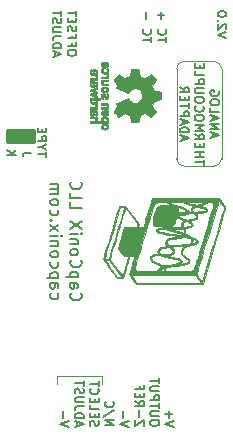
<source format=gbr>
G04 #@! TF.GenerationSoftware,KiCad,Pcbnew,5.1.5-52549c5~84~ubuntu18.04.1*
G04 #@! TF.CreationDate,2020-01-22T16:22:53-05:00*
G04 #@! TF.ProjectId,ATA,4154412e-6b69-4636-9164-5f7063625858,1.0*
G04 #@! TF.SameCoordinates,Original*
G04 #@! TF.FileFunction,Legend,Bot*
G04 #@! TF.FilePolarity,Positive*
%FSLAX46Y46*%
G04 Gerber Fmt 4.6, Leading zero omitted, Abs format (unit mm)*
G04 Created by KiCad (PCBNEW 5.1.5-52549c5~84~ubuntu18.04.1) date 2020-01-22 16:22:53*
%MOMM*%
%LPD*%
G04 APERTURE LIST*
%ADD10C,0.150000*%
%ADD11C,0.120000*%
%ADD12C,0.010000*%
%ADD13C,0.254000*%
%ADD14C,1.626000*%
G04 APERTURE END LIST*
D10*
X155350714Y-74844642D02*
X154600714Y-74594642D01*
X155350714Y-74344642D01*
X155279285Y-74130357D02*
X155315000Y-74094642D01*
X155350714Y-74023214D01*
X155350714Y-73844642D01*
X155315000Y-73773214D01*
X155279285Y-73737500D01*
X155207857Y-73701785D01*
X155136428Y-73701785D01*
X155029285Y-73737500D01*
X154600714Y-74166071D01*
X154600714Y-73701785D01*
X154672142Y-73380357D02*
X154636428Y-73344642D01*
X154600714Y-73380357D01*
X154636428Y-73416071D01*
X154672142Y-73380357D01*
X154600714Y-73380357D01*
X155350714Y-72880357D02*
X155350714Y-72808928D01*
X155315000Y-72737500D01*
X155279285Y-72701785D01*
X155207857Y-72666071D01*
X155065000Y-72630357D01*
X154886428Y-72630357D01*
X154743571Y-72666071D01*
X154672142Y-72701785D01*
X154636428Y-72737500D01*
X154600714Y-72808928D01*
X154600714Y-72880357D01*
X154636428Y-72951785D01*
X154672142Y-72987500D01*
X154743571Y-73023214D01*
X154886428Y-73058928D01*
X155065000Y-73058928D01*
X155207857Y-73023214D01*
X155279285Y-72987500D01*
X155315000Y-72951785D01*
X155350714Y-72880357D01*
D11*
X140970000Y-103505000D02*
X140970000Y-104140000D01*
X144780000Y-103505000D02*
X140970000Y-103505000D01*
X144780000Y-104140000D02*
X144780000Y-103505000D01*
D10*
X150923214Y-107781071D02*
X150173214Y-107531071D01*
X150923214Y-107281071D01*
X150458928Y-107031071D02*
X150458928Y-106459642D01*
X150173214Y-106745357D02*
X150744642Y-106745357D01*
X149648214Y-107531071D02*
X149648214Y-107388214D01*
X149612500Y-107316785D01*
X149541071Y-107245357D01*
X149398214Y-107209642D01*
X149148214Y-107209642D01*
X149005357Y-107245357D01*
X148933928Y-107316785D01*
X148898214Y-107388214D01*
X148898214Y-107531071D01*
X148933928Y-107602500D01*
X149005357Y-107673928D01*
X149148214Y-107709642D01*
X149398214Y-107709642D01*
X149541071Y-107673928D01*
X149612500Y-107602500D01*
X149648214Y-107531071D01*
X149648214Y-106888214D02*
X149041071Y-106888214D01*
X148969642Y-106852500D01*
X148933928Y-106816785D01*
X148898214Y-106745357D01*
X148898214Y-106602500D01*
X148933928Y-106531071D01*
X148969642Y-106495357D01*
X149041071Y-106459642D01*
X149648214Y-106459642D01*
X149648214Y-106209642D02*
X149648214Y-105781071D01*
X148898214Y-105995357D02*
X149648214Y-105995357D01*
X148898214Y-105531071D02*
X149648214Y-105531071D01*
X149648214Y-105245357D01*
X149612500Y-105173928D01*
X149576785Y-105138214D01*
X149505357Y-105102500D01*
X149398214Y-105102500D01*
X149326785Y-105138214D01*
X149291071Y-105173928D01*
X149255357Y-105245357D01*
X149255357Y-105531071D01*
X149648214Y-104781071D02*
X149041071Y-104781071D01*
X148969642Y-104745357D01*
X148933928Y-104709642D01*
X148898214Y-104638214D01*
X148898214Y-104495357D01*
X148933928Y-104423928D01*
X148969642Y-104388214D01*
X149041071Y-104352500D01*
X149648214Y-104352500D01*
X149648214Y-104102500D02*
X149648214Y-103673928D01*
X148898214Y-103888214D02*
X149648214Y-103888214D01*
X148373214Y-107745357D02*
X148373214Y-107245357D01*
X147623214Y-107745357D01*
X147623214Y-107245357D01*
X147908928Y-106959642D02*
X147908928Y-106388214D01*
X147623214Y-105602500D02*
X147980357Y-105852500D01*
X147623214Y-106031071D02*
X148373214Y-106031071D01*
X148373214Y-105745357D01*
X148337500Y-105673928D01*
X148301785Y-105638214D01*
X148230357Y-105602500D01*
X148123214Y-105602500D01*
X148051785Y-105638214D01*
X148016071Y-105673928D01*
X147980357Y-105745357D01*
X147980357Y-106031071D01*
X148016071Y-105281071D02*
X148016071Y-105031071D01*
X147623214Y-104923928D02*
X147623214Y-105281071D01*
X148373214Y-105281071D01*
X148373214Y-104923928D01*
X148016071Y-104352500D02*
X148016071Y-104602500D01*
X147623214Y-104602500D02*
X148373214Y-104602500D01*
X148373214Y-104245357D01*
X147098214Y-107781071D02*
X146348214Y-107531071D01*
X147098214Y-107281071D01*
X146633928Y-107031071D02*
X146633928Y-106459642D01*
X145073214Y-107673928D02*
X145823214Y-107673928D01*
X145073214Y-107245357D01*
X145823214Y-107245357D01*
X145858928Y-106352500D02*
X144894642Y-106995357D01*
X145144642Y-105673928D02*
X145108928Y-105709642D01*
X145073214Y-105816785D01*
X145073214Y-105888214D01*
X145108928Y-105995357D01*
X145180357Y-106066785D01*
X145251785Y-106102500D01*
X145394642Y-106138214D01*
X145501785Y-106138214D01*
X145644642Y-106102500D01*
X145716071Y-106066785D01*
X145787500Y-105995357D01*
X145823214Y-105888214D01*
X145823214Y-105816785D01*
X145787500Y-105709642D01*
X145751785Y-105673928D01*
X143833928Y-107709642D02*
X143798214Y-107602500D01*
X143798214Y-107423928D01*
X143833928Y-107352500D01*
X143869642Y-107316785D01*
X143941071Y-107281071D01*
X144012500Y-107281071D01*
X144083928Y-107316785D01*
X144119642Y-107352500D01*
X144155357Y-107423928D01*
X144191071Y-107566785D01*
X144226785Y-107638214D01*
X144262500Y-107673928D01*
X144333928Y-107709642D01*
X144405357Y-107709642D01*
X144476785Y-107673928D01*
X144512500Y-107638214D01*
X144548214Y-107566785D01*
X144548214Y-107388214D01*
X144512500Y-107281071D01*
X144191071Y-106959642D02*
X144191071Y-106709642D01*
X143798214Y-106602500D02*
X143798214Y-106959642D01*
X144548214Y-106959642D01*
X144548214Y-106602500D01*
X143798214Y-105923928D02*
X143798214Y-106281071D01*
X144548214Y-106281071D01*
X144191071Y-105673928D02*
X144191071Y-105423928D01*
X143798214Y-105316785D02*
X143798214Y-105673928D01*
X144548214Y-105673928D01*
X144548214Y-105316785D01*
X143869642Y-104566785D02*
X143833928Y-104602500D01*
X143798214Y-104709642D01*
X143798214Y-104781071D01*
X143833928Y-104888214D01*
X143905357Y-104959642D01*
X143976785Y-104995357D01*
X144119642Y-105031071D01*
X144226785Y-105031071D01*
X144369642Y-104995357D01*
X144441071Y-104959642D01*
X144512500Y-104888214D01*
X144548214Y-104781071D01*
X144548214Y-104709642D01*
X144512500Y-104602500D01*
X144476785Y-104566785D01*
X144548214Y-104352500D02*
X144548214Y-103923928D01*
X143798214Y-104138214D02*
X144548214Y-104138214D01*
X142737500Y-107709642D02*
X142737500Y-107352500D01*
X142523214Y-107781071D02*
X143273214Y-107531071D01*
X142523214Y-107281071D01*
X142523214Y-107031071D02*
X143273214Y-107031071D01*
X143273214Y-106852500D01*
X143237500Y-106745357D01*
X143166071Y-106673928D01*
X143094642Y-106638214D01*
X142951785Y-106602500D01*
X142844642Y-106602500D01*
X142701785Y-106638214D01*
X142630357Y-106673928D01*
X142558928Y-106745357D01*
X142523214Y-106852500D01*
X142523214Y-107031071D01*
X143273214Y-106066785D02*
X142737500Y-106066785D01*
X142630357Y-106102500D01*
X142558928Y-106173928D01*
X142523214Y-106281071D01*
X142523214Y-106352500D01*
X143273214Y-105709642D02*
X142666071Y-105709642D01*
X142594642Y-105673928D01*
X142558928Y-105638214D01*
X142523214Y-105566785D01*
X142523214Y-105423928D01*
X142558928Y-105352500D01*
X142594642Y-105316785D01*
X142666071Y-105281071D01*
X143273214Y-105281071D01*
X142558928Y-104959642D02*
X142523214Y-104852500D01*
X142523214Y-104673928D01*
X142558928Y-104602500D01*
X142594642Y-104566785D01*
X142666071Y-104531071D01*
X142737500Y-104531071D01*
X142808928Y-104566785D01*
X142844642Y-104602500D01*
X142880357Y-104673928D01*
X142916071Y-104816785D01*
X142951785Y-104888214D01*
X142987500Y-104923928D01*
X143058928Y-104959642D01*
X143130357Y-104959642D01*
X143201785Y-104923928D01*
X143237500Y-104888214D01*
X143273214Y-104816785D01*
X143273214Y-104638214D01*
X143237500Y-104531071D01*
X143273214Y-104316785D02*
X143273214Y-103888214D01*
X142523214Y-104102500D02*
X143273214Y-104102500D01*
X141998214Y-107781071D02*
X141248214Y-107531071D01*
X141998214Y-107281071D01*
X141533928Y-107031071D02*
X141533928Y-106459642D01*
D11*
X154940000Y-85090000D02*
X154940000Y-77470000D01*
X151765000Y-85725000D02*
X154305000Y-85725000D01*
X151130000Y-77470000D02*
X151130000Y-85090000D01*
X154305000Y-76835000D02*
X151765000Y-76835000D01*
X154940000Y-85090000D02*
G75*
G02X154305000Y-85725000I-635000J0D01*
G01*
X151765000Y-85725000D02*
G75*
G02X151130000Y-85090000I0J635000D01*
G01*
X151130000Y-77470000D02*
G75*
G02X151765000Y-76835000I635000J0D01*
G01*
X154305000Y-76835000D02*
G75*
G02X154940000Y-77470000I0J-635000D01*
G01*
D10*
X154185000Y-83244285D02*
X154185000Y-82887142D01*
X153970714Y-83315714D02*
X154720714Y-83065714D01*
X153970714Y-82815714D01*
X153970714Y-82565714D02*
X154720714Y-82565714D01*
X153970714Y-82137142D01*
X154720714Y-82137142D01*
X154185000Y-81815714D02*
X154185000Y-81458571D01*
X153970714Y-81887142D02*
X154720714Y-81637142D01*
X153970714Y-81387142D01*
X153970714Y-80780000D02*
X153970714Y-81137142D01*
X154720714Y-81137142D01*
X154720714Y-80387142D02*
X154720714Y-80244285D01*
X154685000Y-80172857D01*
X154613571Y-80101428D01*
X154470714Y-80065714D01*
X154220714Y-80065714D01*
X154077857Y-80101428D01*
X154006428Y-80172857D01*
X153970714Y-80244285D01*
X153970714Y-80387142D01*
X154006428Y-80458571D01*
X154077857Y-80530000D01*
X154220714Y-80565714D01*
X154470714Y-80565714D01*
X154613571Y-80530000D01*
X154685000Y-80458571D01*
X154720714Y-80387142D01*
X154685000Y-79351428D02*
X154720714Y-79422857D01*
X154720714Y-79530000D01*
X154685000Y-79637142D01*
X154613571Y-79708571D01*
X154542142Y-79744285D01*
X154399285Y-79780000D01*
X154292142Y-79780000D01*
X154149285Y-79744285D01*
X154077857Y-79708571D01*
X154006428Y-79637142D01*
X153970714Y-79530000D01*
X153970714Y-79458571D01*
X154006428Y-79351428D01*
X154042142Y-79315714D01*
X154292142Y-79315714D01*
X154292142Y-79458571D01*
X153445714Y-85601428D02*
X153445714Y-85172857D01*
X152695714Y-85387142D02*
X153445714Y-85387142D01*
X152695714Y-84922857D02*
X153445714Y-84922857D01*
X153088571Y-84922857D02*
X153088571Y-84494285D01*
X152695714Y-84494285D02*
X153445714Y-84494285D01*
X153088571Y-84137142D02*
X153088571Y-83887142D01*
X152695714Y-83780000D02*
X152695714Y-84137142D01*
X153445714Y-84137142D01*
X153445714Y-83780000D01*
X152695714Y-83030000D02*
X153052857Y-83280000D01*
X152695714Y-83458571D02*
X153445714Y-83458571D01*
X153445714Y-83172857D01*
X153410000Y-83101428D01*
X153374285Y-83065714D01*
X153302857Y-83030000D01*
X153195714Y-83030000D01*
X153124285Y-83065714D01*
X153088571Y-83101428D01*
X153052857Y-83172857D01*
X153052857Y-83458571D01*
X152695714Y-82708571D02*
X153445714Y-82708571D01*
X152910000Y-82458571D01*
X153445714Y-82208571D01*
X152695714Y-82208571D01*
X153445714Y-81708571D02*
X153445714Y-81565714D01*
X153410000Y-81494285D01*
X153338571Y-81422857D01*
X153195714Y-81387142D01*
X152945714Y-81387142D01*
X152802857Y-81422857D01*
X152731428Y-81494285D01*
X152695714Y-81565714D01*
X152695714Y-81708571D01*
X152731428Y-81780000D01*
X152802857Y-81851428D01*
X152945714Y-81887142D01*
X153195714Y-81887142D01*
X153338571Y-81851428D01*
X153410000Y-81780000D01*
X153445714Y-81708571D01*
X152767142Y-80637142D02*
X152731428Y-80672857D01*
X152695714Y-80780000D01*
X152695714Y-80851428D01*
X152731428Y-80958571D01*
X152802857Y-81030000D01*
X152874285Y-81065714D01*
X153017142Y-81101428D01*
X153124285Y-81101428D01*
X153267142Y-81065714D01*
X153338571Y-81030000D01*
X153410000Y-80958571D01*
X153445714Y-80851428D01*
X153445714Y-80780000D01*
X153410000Y-80672857D01*
X153374285Y-80637142D01*
X153445714Y-80172857D02*
X153445714Y-80030000D01*
X153410000Y-79958571D01*
X153338571Y-79887142D01*
X153195714Y-79851428D01*
X152945714Y-79851428D01*
X152802857Y-79887142D01*
X152731428Y-79958571D01*
X152695714Y-80030000D01*
X152695714Y-80172857D01*
X152731428Y-80244285D01*
X152802857Y-80315714D01*
X152945714Y-80351428D01*
X153195714Y-80351428D01*
X153338571Y-80315714D01*
X153410000Y-80244285D01*
X153445714Y-80172857D01*
X153445714Y-79530000D02*
X152838571Y-79530000D01*
X152767142Y-79494285D01*
X152731428Y-79458571D01*
X152695714Y-79387142D01*
X152695714Y-79244285D01*
X152731428Y-79172857D01*
X152767142Y-79137142D01*
X152838571Y-79101428D01*
X153445714Y-79101428D01*
X152695714Y-78744285D02*
X153445714Y-78744285D01*
X153445714Y-78458571D01*
X153410000Y-78387142D01*
X153374285Y-78351428D01*
X153302857Y-78315714D01*
X153195714Y-78315714D01*
X153124285Y-78351428D01*
X153088571Y-78387142D01*
X153052857Y-78458571D01*
X153052857Y-78744285D01*
X152695714Y-77637142D02*
X152695714Y-77994285D01*
X153445714Y-77994285D01*
X153088571Y-77387142D02*
X153088571Y-77137142D01*
X152695714Y-77030000D02*
X152695714Y-77387142D01*
X153445714Y-77387142D01*
X153445714Y-77030000D01*
X151635000Y-83530000D02*
X151635000Y-83172857D01*
X151420714Y-83601428D02*
X152170714Y-83351428D01*
X151420714Y-83101428D01*
X151420714Y-82851428D02*
X152170714Y-82851428D01*
X152170714Y-82672857D01*
X152135000Y-82565714D01*
X152063571Y-82494285D01*
X151992142Y-82458571D01*
X151849285Y-82422857D01*
X151742142Y-82422857D01*
X151599285Y-82458571D01*
X151527857Y-82494285D01*
X151456428Y-82565714D01*
X151420714Y-82672857D01*
X151420714Y-82851428D01*
X151635000Y-82137142D02*
X151635000Y-81780000D01*
X151420714Y-82208571D02*
X152170714Y-81958571D01*
X151420714Y-81708571D01*
X151420714Y-81458571D02*
X152170714Y-81458571D01*
X152170714Y-81172857D01*
X152135000Y-81101428D01*
X152099285Y-81065714D01*
X152027857Y-81030000D01*
X151920714Y-81030000D01*
X151849285Y-81065714D01*
X151813571Y-81101428D01*
X151777857Y-81172857D01*
X151777857Y-81458571D01*
X152170714Y-80815714D02*
X152170714Y-80387142D01*
X151420714Y-80601428D02*
X152170714Y-80601428D01*
X151813571Y-80137142D02*
X151813571Y-79887142D01*
X151420714Y-79780000D02*
X151420714Y-80137142D01*
X152170714Y-80137142D01*
X152170714Y-79780000D01*
X151420714Y-79030000D02*
X151777857Y-79280000D01*
X151420714Y-79458571D02*
X152170714Y-79458571D01*
X152170714Y-79172857D01*
X152135000Y-79101428D01*
X152099285Y-79065714D01*
X152027857Y-79030000D01*
X151920714Y-79030000D01*
X151849285Y-79065714D01*
X151813571Y-79101428D01*
X151777857Y-79172857D01*
X151777857Y-79458571D01*
X140115714Y-84921071D02*
X140115714Y-84492500D01*
X139365714Y-84706785D02*
X140115714Y-84706785D01*
X139722857Y-84099642D02*
X139365714Y-84099642D01*
X140115714Y-84349642D02*
X139722857Y-84099642D01*
X140115714Y-83849642D01*
X139365714Y-83599642D02*
X140115714Y-83599642D01*
X140115714Y-83313928D01*
X140080000Y-83242500D01*
X140044285Y-83206785D01*
X139972857Y-83171071D01*
X139865714Y-83171071D01*
X139794285Y-83206785D01*
X139758571Y-83242500D01*
X139722857Y-83313928D01*
X139722857Y-83599642D01*
X139758571Y-82849642D02*
X139758571Y-82599642D01*
X139365714Y-82492500D02*
X139365714Y-82849642D01*
X140115714Y-82849642D01*
X140115714Y-82492500D01*
X138840714Y-84599642D02*
X138305000Y-84599642D01*
X138197857Y-84635357D01*
X138126428Y-84706785D01*
X138090714Y-84813928D01*
X138090714Y-84885357D01*
X136815714Y-84813928D02*
X137565714Y-84813928D01*
X136815714Y-84385357D02*
X137244285Y-84706785D01*
X137565714Y-84385357D02*
X137137142Y-84813928D01*
X142653214Y-76201785D02*
X142653214Y-76058928D01*
X142617500Y-75987500D01*
X142546071Y-75916071D01*
X142403214Y-75880357D01*
X142153214Y-75880357D01*
X142010357Y-75916071D01*
X141938928Y-75987500D01*
X141903214Y-76058928D01*
X141903214Y-76201785D01*
X141938928Y-76273214D01*
X142010357Y-76344642D01*
X142153214Y-76380357D01*
X142403214Y-76380357D01*
X142546071Y-76344642D01*
X142617500Y-76273214D01*
X142653214Y-76201785D01*
X142296071Y-75308928D02*
X142296071Y-75558928D01*
X141903214Y-75558928D02*
X142653214Y-75558928D01*
X142653214Y-75201785D01*
X142296071Y-74666071D02*
X142296071Y-74916071D01*
X141903214Y-74916071D02*
X142653214Y-74916071D01*
X142653214Y-74558928D01*
X141938928Y-74308928D02*
X141903214Y-74201785D01*
X141903214Y-74023214D01*
X141938928Y-73951785D01*
X141974642Y-73916071D01*
X142046071Y-73880357D01*
X142117500Y-73880357D01*
X142188928Y-73916071D01*
X142224642Y-73951785D01*
X142260357Y-74023214D01*
X142296071Y-74166071D01*
X142331785Y-74237500D01*
X142367500Y-74273214D01*
X142438928Y-74308928D01*
X142510357Y-74308928D01*
X142581785Y-74273214D01*
X142617500Y-74237500D01*
X142653214Y-74166071D01*
X142653214Y-73987500D01*
X142617500Y-73880357D01*
X142296071Y-73558928D02*
X142296071Y-73308928D01*
X141903214Y-73201785D02*
X141903214Y-73558928D01*
X142653214Y-73558928D01*
X142653214Y-73201785D01*
X142653214Y-72987500D02*
X142653214Y-72558928D01*
X141903214Y-72773214D02*
X142653214Y-72773214D01*
X140842500Y-76380357D02*
X140842500Y-76023214D01*
X140628214Y-76451785D02*
X141378214Y-76201785D01*
X140628214Y-75951785D01*
X140628214Y-75701785D02*
X141378214Y-75701785D01*
X141378214Y-75523214D01*
X141342500Y-75416071D01*
X141271071Y-75344642D01*
X141199642Y-75308928D01*
X141056785Y-75273214D01*
X140949642Y-75273214D01*
X140806785Y-75308928D01*
X140735357Y-75344642D01*
X140663928Y-75416071D01*
X140628214Y-75523214D01*
X140628214Y-75701785D01*
X141378214Y-74737500D02*
X140842500Y-74737500D01*
X140735357Y-74773214D01*
X140663928Y-74844642D01*
X140628214Y-74951785D01*
X140628214Y-75023214D01*
X141378214Y-74380357D02*
X140771071Y-74380357D01*
X140699642Y-74344642D01*
X140663928Y-74308928D01*
X140628214Y-74237500D01*
X140628214Y-74094642D01*
X140663928Y-74023214D01*
X140699642Y-73987500D01*
X140771071Y-73951785D01*
X141378214Y-73951785D01*
X140663928Y-73630357D02*
X140628214Y-73523214D01*
X140628214Y-73344642D01*
X140663928Y-73273214D01*
X140699642Y-73237500D01*
X140771071Y-73201785D01*
X140842500Y-73201785D01*
X140913928Y-73237500D01*
X140949642Y-73273214D01*
X140985357Y-73344642D01*
X141021071Y-73487500D01*
X141056785Y-73558928D01*
X141092500Y-73594642D01*
X141163928Y-73630357D01*
X141235357Y-73630357D01*
X141306785Y-73594642D01*
X141342500Y-73558928D01*
X141378214Y-73487500D01*
X141378214Y-73308928D01*
X141342500Y-73201785D01*
X141378214Y-72987500D02*
X141378214Y-72558928D01*
X140628214Y-72773214D02*
X141378214Y-72773214D01*
X150273214Y-75237500D02*
X150273214Y-74808928D01*
X149523214Y-75023214D02*
X150273214Y-75023214D01*
X149594642Y-74130357D02*
X149558928Y-74166071D01*
X149523214Y-74273214D01*
X149523214Y-74344642D01*
X149558928Y-74451785D01*
X149630357Y-74523214D01*
X149701785Y-74558928D01*
X149844642Y-74594642D01*
X149951785Y-74594642D01*
X150094642Y-74558928D01*
X150166071Y-74523214D01*
X150237500Y-74451785D01*
X150273214Y-74344642D01*
X150273214Y-74273214D01*
X150237500Y-74166071D01*
X150201785Y-74130357D01*
X149808928Y-73237500D02*
X149808928Y-72666071D01*
X149523214Y-72951785D02*
X150094642Y-72951785D01*
X148998214Y-75237500D02*
X148998214Y-74808928D01*
X148248214Y-75023214D02*
X148998214Y-75023214D01*
X148319642Y-74130357D02*
X148283928Y-74166071D01*
X148248214Y-74273214D01*
X148248214Y-74344642D01*
X148283928Y-74451785D01*
X148355357Y-74523214D01*
X148426785Y-74558928D01*
X148569642Y-74594642D01*
X148676785Y-74594642D01*
X148819642Y-74558928D01*
X148891071Y-74523214D01*
X148962500Y-74451785D01*
X148998214Y-74344642D01*
X148998214Y-74273214D01*
X148962500Y-74166071D01*
X148926785Y-74130357D01*
X148533928Y-73237500D02*
X148533928Y-72666071D01*
X142199857Y-96479761D02*
X142152238Y-96527380D01*
X142104619Y-96670238D01*
X142104619Y-96765476D01*
X142152238Y-96908333D01*
X142247476Y-97003571D01*
X142342714Y-97051190D01*
X142533190Y-97098809D01*
X142676047Y-97098809D01*
X142866523Y-97051190D01*
X142961761Y-97003571D01*
X143057000Y-96908333D01*
X143104619Y-96765476D01*
X143104619Y-96670238D01*
X143057000Y-96527380D01*
X143009380Y-96479761D01*
X142104619Y-95622619D02*
X142628428Y-95622619D01*
X142723666Y-95670238D01*
X142771285Y-95765476D01*
X142771285Y-95955952D01*
X142723666Y-96051190D01*
X142152238Y-95622619D02*
X142104619Y-95717857D01*
X142104619Y-95955952D01*
X142152238Y-96051190D01*
X142247476Y-96098809D01*
X142342714Y-96098809D01*
X142437952Y-96051190D01*
X142485571Y-95955952D01*
X142485571Y-95717857D01*
X142533190Y-95622619D01*
X142771285Y-95146428D02*
X141771285Y-95146428D01*
X142723666Y-95146428D02*
X142771285Y-95051190D01*
X142771285Y-94860714D01*
X142723666Y-94765476D01*
X142676047Y-94717857D01*
X142580809Y-94670238D01*
X142295095Y-94670238D01*
X142199857Y-94717857D01*
X142152238Y-94765476D01*
X142104619Y-94860714D01*
X142104619Y-95051190D01*
X142152238Y-95146428D01*
X142199857Y-93670238D02*
X142152238Y-93717857D01*
X142104619Y-93860714D01*
X142104619Y-93955952D01*
X142152238Y-94098809D01*
X142247476Y-94194047D01*
X142342714Y-94241666D01*
X142533190Y-94289285D01*
X142676047Y-94289285D01*
X142866523Y-94241666D01*
X142961761Y-94194047D01*
X143057000Y-94098809D01*
X143104619Y-93955952D01*
X143104619Y-93860714D01*
X143057000Y-93717857D01*
X143009380Y-93670238D01*
X142104619Y-93098809D02*
X142152238Y-93194047D01*
X142199857Y-93241666D01*
X142295095Y-93289285D01*
X142580809Y-93289285D01*
X142676047Y-93241666D01*
X142723666Y-93194047D01*
X142771285Y-93098809D01*
X142771285Y-92955952D01*
X142723666Y-92860714D01*
X142676047Y-92813095D01*
X142580809Y-92765476D01*
X142295095Y-92765476D01*
X142199857Y-92813095D01*
X142152238Y-92860714D01*
X142104619Y-92955952D01*
X142104619Y-93098809D01*
X142771285Y-92336904D02*
X142104619Y-92336904D01*
X142676047Y-92336904D02*
X142723666Y-92289285D01*
X142771285Y-92194047D01*
X142771285Y-92051190D01*
X142723666Y-91955952D01*
X142628428Y-91908333D01*
X142104619Y-91908333D01*
X142104619Y-91432142D02*
X142771285Y-91432142D01*
X143104619Y-91432142D02*
X143057000Y-91479761D01*
X143009380Y-91432142D01*
X143057000Y-91384523D01*
X143104619Y-91432142D01*
X143009380Y-91432142D01*
X143104619Y-91051190D02*
X142104619Y-90384523D01*
X143104619Y-90384523D02*
X142104619Y-91051190D01*
X142104619Y-88765476D02*
X142104619Y-89241666D01*
X143104619Y-89241666D01*
X142104619Y-87955952D02*
X142104619Y-88432142D01*
X143104619Y-88432142D01*
X142199857Y-87051190D02*
X142152238Y-87098809D01*
X142104619Y-87241666D01*
X142104619Y-87336904D01*
X142152238Y-87479761D01*
X142247476Y-87575000D01*
X142342714Y-87622619D01*
X142533190Y-87670238D01*
X142676047Y-87670238D01*
X142866523Y-87622619D01*
X142961761Y-87575000D01*
X143057000Y-87479761D01*
X143104619Y-87336904D01*
X143104619Y-87241666D01*
X143057000Y-87098809D01*
X143009380Y-87051190D01*
X140502238Y-96503571D02*
X140454619Y-96598809D01*
X140454619Y-96789285D01*
X140502238Y-96884523D01*
X140549857Y-96932142D01*
X140645095Y-96979761D01*
X140930809Y-96979761D01*
X141026047Y-96932142D01*
X141073666Y-96884523D01*
X141121285Y-96789285D01*
X141121285Y-96598809D01*
X141073666Y-96503571D01*
X140454619Y-95646428D02*
X140978428Y-95646428D01*
X141073666Y-95694047D01*
X141121285Y-95789285D01*
X141121285Y-95979761D01*
X141073666Y-96075000D01*
X140502238Y-95646428D02*
X140454619Y-95741666D01*
X140454619Y-95979761D01*
X140502238Y-96075000D01*
X140597476Y-96122619D01*
X140692714Y-96122619D01*
X140787952Y-96075000D01*
X140835571Y-95979761D01*
X140835571Y-95741666D01*
X140883190Y-95646428D01*
X141121285Y-95170238D02*
X140121285Y-95170238D01*
X141073666Y-95170238D02*
X141121285Y-95075000D01*
X141121285Y-94884523D01*
X141073666Y-94789285D01*
X141026047Y-94741666D01*
X140930809Y-94694047D01*
X140645095Y-94694047D01*
X140549857Y-94741666D01*
X140502238Y-94789285D01*
X140454619Y-94884523D01*
X140454619Y-95075000D01*
X140502238Y-95170238D01*
X140502238Y-93836904D02*
X140454619Y-93932142D01*
X140454619Y-94122619D01*
X140502238Y-94217857D01*
X140549857Y-94265476D01*
X140645095Y-94313095D01*
X140930809Y-94313095D01*
X141026047Y-94265476D01*
X141073666Y-94217857D01*
X141121285Y-94122619D01*
X141121285Y-93932142D01*
X141073666Y-93836904D01*
X140454619Y-93265476D02*
X140502238Y-93360714D01*
X140549857Y-93408333D01*
X140645095Y-93455952D01*
X140930809Y-93455952D01*
X141026047Y-93408333D01*
X141073666Y-93360714D01*
X141121285Y-93265476D01*
X141121285Y-93122619D01*
X141073666Y-93027380D01*
X141026047Y-92979761D01*
X140930809Y-92932142D01*
X140645095Y-92932142D01*
X140549857Y-92979761D01*
X140502238Y-93027380D01*
X140454619Y-93122619D01*
X140454619Y-93265476D01*
X141121285Y-92503571D02*
X140454619Y-92503571D01*
X141026047Y-92503571D02*
X141073666Y-92455952D01*
X141121285Y-92360714D01*
X141121285Y-92217857D01*
X141073666Y-92122619D01*
X140978428Y-92075000D01*
X140454619Y-92075000D01*
X140454619Y-91598809D02*
X141121285Y-91598809D01*
X141454619Y-91598809D02*
X141407000Y-91646428D01*
X141359380Y-91598809D01*
X141407000Y-91551190D01*
X141454619Y-91598809D01*
X141359380Y-91598809D01*
X140454619Y-91217857D02*
X141121285Y-90694047D01*
X141121285Y-91217857D02*
X140454619Y-90694047D01*
X140549857Y-90313095D02*
X140502238Y-90265476D01*
X140454619Y-90313095D01*
X140502238Y-90360714D01*
X140549857Y-90313095D01*
X140454619Y-90313095D01*
X140502238Y-89408333D02*
X140454619Y-89503571D01*
X140454619Y-89694047D01*
X140502238Y-89789285D01*
X140549857Y-89836904D01*
X140645095Y-89884523D01*
X140930809Y-89884523D01*
X141026047Y-89836904D01*
X141073666Y-89789285D01*
X141121285Y-89694047D01*
X141121285Y-89503571D01*
X141073666Y-89408333D01*
X140454619Y-88836904D02*
X140502238Y-88932142D01*
X140549857Y-88979761D01*
X140645095Y-89027380D01*
X140930809Y-89027380D01*
X141026047Y-88979761D01*
X141073666Y-88932142D01*
X141121285Y-88836904D01*
X141121285Y-88694047D01*
X141073666Y-88598809D01*
X141026047Y-88551190D01*
X140930809Y-88503571D01*
X140645095Y-88503571D01*
X140549857Y-88551190D01*
X140502238Y-88598809D01*
X140454619Y-88694047D01*
X140454619Y-88836904D01*
X140454619Y-88075000D02*
X141121285Y-88075000D01*
X141026047Y-88075000D02*
X141073666Y-88027380D01*
X141121285Y-87932142D01*
X141121285Y-87789285D01*
X141073666Y-87694047D01*
X140978428Y-87646428D01*
X140454619Y-87646428D01*
X140978428Y-87646428D02*
X141073666Y-87598809D01*
X141121285Y-87503571D01*
X141121285Y-87360714D01*
X141073666Y-87265476D01*
X140978428Y-87217857D01*
X140454619Y-87217857D01*
D12*
G36*
X155246153Y-89167238D02*
G01*
X155213316Y-89119548D01*
X155146825Y-89027661D01*
X155056721Y-88905326D01*
X154964873Y-88782072D01*
X154713443Y-88446429D01*
X149064211Y-88446429D01*
X148938356Y-88854643D01*
X148870904Y-89074283D01*
X148797373Y-89315194D01*
X148720657Y-89567738D01*
X148643653Y-89822278D01*
X148569256Y-90069174D01*
X148500363Y-90298787D01*
X148439868Y-90501480D01*
X148390669Y-90667614D01*
X148355660Y-90787551D01*
X148337737Y-90851652D01*
X148336000Y-90859550D01*
X148302869Y-90868663D01*
X148216072Y-90875144D01*
X148096261Y-90877571D01*
X147967896Y-90875182D01*
X147898501Y-90865619D01*
X147874559Y-90845294D01*
X147878701Y-90819772D01*
X147901360Y-90757455D01*
X147913834Y-90702280D01*
X147911868Y-90646049D01*
X147891204Y-90580567D01*
X147847585Y-90497638D01*
X147776754Y-90389066D01*
X147674454Y-90246656D01*
X147536428Y-90062211D01*
X147373937Y-89847962D01*
X146805424Y-89099572D01*
X146536569Y-89099572D01*
X146407348Y-89101290D01*
X146312097Y-89105832D01*
X146268663Y-89112277D01*
X146267714Y-89113443D01*
X146257504Y-89149663D01*
X146228047Y-89249487D01*
X146181102Y-89407053D01*
X146118427Y-89616502D01*
X146041782Y-89871972D01*
X145952925Y-90167603D01*
X145853615Y-90497533D01*
X145745611Y-90855902D01*
X145630672Y-91236849D01*
X145596429Y-91350264D01*
X145479701Y-91737488D01*
X145369460Y-92104525D01*
X145267466Y-92445424D01*
X145175480Y-92754234D01*
X145095264Y-93025005D01*
X145028579Y-93251785D01*
X144977187Y-93428625D01*
X144942849Y-93549573D01*
X144927326Y-93608678D01*
X144926590Y-93613320D01*
X144948108Y-93651849D01*
X145008024Y-93740003D01*
X145100582Y-93869815D01*
X145220024Y-94033317D01*
X145360593Y-94222543D01*
X145513824Y-94425955D01*
X146099612Y-95198482D01*
X146125554Y-95197403D01*
X146125554Y-95086714D01*
X145597920Y-94393071D01*
X145450518Y-94198189D01*
X145318987Y-94022174D01*
X145209378Y-93873301D01*
X145127743Y-93759842D01*
X145080135Y-93690070D01*
X145070286Y-93671814D01*
X145102515Y-93659385D01*
X145184551Y-93658673D01*
X145241868Y-93663540D01*
X145375686Y-93692610D01*
X145393741Y-93704360D01*
X145393741Y-93599000D01*
X145213870Y-93599000D01*
X145093130Y-93590988D01*
X145038455Y-93566109D01*
X145034000Y-93551755D01*
X145044233Y-93508956D01*
X145073644Y-93403277D01*
X145120300Y-93241273D01*
X145182270Y-93029498D01*
X145257619Y-92774505D01*
X145344416Y-92482848D01*
X145440729Y-92161082D01*
X145544624Y-91815760D01*
X145598396Y-91637684D01*
X145708667Y-91272974D01*
X145815256Y-90920493D01*
X145915812Y-90588011D01*
X146007984Y-90283301D01*
X146089421Y-90014135D01*
X146157772Y-89788284D01*
X146210685Y-89613520D01*
X146245808Y-89497615D01*
X146253735Y-89471500D01*
X146344677Y-89172143D01*
X146523910Y-89172143D01*
X146643892Y-89180057D01*
X146698426Y-89204768D01*
X146703143Y-89219747D01*
X146692978Y-89261116D01*
X146663878Y-89364940D01*
X146617930Y-89524214D01*
X146557224Y-89731936D01*
X146483850Y-89981101D01*
X146399895Y-90264705D01*
X146307449Y-90575744D01*
X146208602Y-90907214D01*
X146105442Y-91252111D01*
X146000059Y-91603432D01*
X145894541Y-91954171D01*
X145790977Y-92297326D01*
X145691457Y-92625892D01*
X145598070Y-92932865D01*
X145512905Y-93211242D01*
X145502469Y-93245214D01*
X145393741Y-93599000D01*
X145393741Y-93704360D01*
X145464652Y-93750512D01*
X145486797Y-93775719D01*
X145530547Y-93832087D01*
X145610442Y-93935980D01*
X145718658Y-94077186D01*
X145847373Y-94245496D01*
X145988763Y-94430698D01*
X146024561Y-94477637D01*
X146488980Y-95086714D01*
X146125554Y-95086714D01*
X146125554Y-95197403D01*
X146352478Y-95187955D01*
X146562314Y-95179221D01*
X146562314Y-95000296D01*
X146537315Y-94980695D01*
X146475796Y-94912605D01*
X146385109Y-94805347D01*
X146272606Y-94668240D01*
X146145640Y-94510605D01*
X146011561Y-94341762D01*
X145877723Y-94171032D01*
X145751476Y-94007734D01*
X145640174Y-93861189D01*
X145551168Y-93740716D01*
X145491809Y-93655637D01*
X145469451Y-93615272D01*
X145469429Y-93614827D01*
X145479619Y-93578975D01*
X145509004Y-93479579D01*
X145555806Y-93322567D01*
X145618246Y-93113870D01*
X145694545Y-92859419D01*
X145782926Y-92565142D01*
X145881609Y-92236970D01*
X145988817Y-91880833D01*
X146102772Y-91502660D01*
X146122989Y-91435603D01*
X146238177Y-91054082D01*
X146347330Y-90693524D01*
X146448629Y-90359869D01*
X146540256Y-90059058D01*
X146620394Y-89797034D01*
X146687226Y-89579736D01*
X146738932Y-89413107D01*
X146773696Y-89303087D01*
X146789699Y-89255618D01*
X146790423Y-89254196D01*
X146817149Y-89275250D01*
X146878664Y-89345845D01*
X146967786Y-89456319D01*
X147077332Y-89597011D01*
X147200118Y-89758258D01*
X147328963Y-89930399D01*
X147456683Y-90103773D01*
X147576095Y-90268717D01*
X147680017Y-90415569D01*
X147761267Y-90534669D01*
X147812660Y-90616355D01*
X147827505Y-90649197D01*
X147817653Y-90737914D01*
X147805130Y-90795929D01*
X147794066Y-90827537D01*
X147773058Y-90849713D01*
X147730732Y-90864128D01*
X147655712Y-90872451D01*
X147536624Y-90876354D01*
X147362092Y-90877505D01*
X147249108Y-90877571D01*
X146714965Y-90877571D01*
X146460177Y-91793786D01*
X146205390Y-92710000D01*
X146642750Y-93345000D01*
X146836232Y-93345000D01*
X146950782Y-93351744D01*
X147018376Y-93369810D01*
X147029714Y-93383990D01*
X147019915Y-93429952D01*
X146992901Y-93533086D01*
X146952245Y-93681035D01*
X146901521Y-93861440D01*
X146844302Y-94061945D01*
X146784162Y-94270190D01*
X146724675Y-94473818D01*
X146669414Y-94660472D01*
X146621953Y-94817793D01*
X146585865Y-94933424D01*
X146564724Y-94995007D01*
X146562314Y-95000296D01*
X146562314Y-95179221D01*
X146605344Y-95177429D01*
X146812712Y-94469857D01*
X146880314Y-94239040D01*
X146945079Y-94017632D01*
X147002677Y-93820455D01*
X147048780Y-93662331D01*
X147079057Y-93558084D01*
X147080340Y-93553643D01*
X147140599Y-93345000D01*
X147357991Y-93345000D01*
X147477889Y-93346744D01*
X147540533Y-93356214D01*
X147561229Y-93379766D01*
X147555281Y-93423759D01*
X147554550Y-93426643D01*
X147537829Y-93485685D01*
X147503539Y-93602000D01*
X147455305Y-93763454D01*
X147396755Y-93957911D01*
X147331516Y-94173239D01*
X147324076Y-94197714D01*
X147114435Y-94887143D01*
X147389575Y-95293866D01*
X147664714Y-95700590D01*
X147722787Y-95700610D01*
X147722787Y-95594714D01*
X147503250Y-95280068D01*
X147413178Y-95149917D01*
X147341008Y-95043624D01*
X147295362Y-94974015D01*
X147283714Y-94953496D01*
X147319064Y-94951579D01*
X147421372Y-94949757D01*
X147585023Y-94948055D01*
X147804403Y-94946497D01*
X148073899Y-94945109D01*
X148387896Y-94943915D01*
X148640512Y-94943218D01*
X148640512Y-94615000D01*
X148337322Y-94613053D01*
X148090947Y-94607338D01*
X147905628Y-94598047D01*
X147785605Y-94585370D01*
X147742691Y-94574575D01*
X147649476Y-94500533D01*
X147587597Y-94393862D01*
X147576456Y-94340489D01*
X147586327Y-94300348D01*
X147615664Y-94196225D01*
X147662845Y-94033576D01*
X147726249Y-93817857D01*
X147804254Y-93554527D01*
X147895238Y-93249042D01*
X147997580Y-92906860D01*
X148109658Y-92533437D01*
X148229851Y-92134231D01*
X148356538Y-91714698D01*
X148366398Y-91682094D01*
X148518109Y-91180655D01*
X148650546Y-90743991D01*
X148765482Y-90367424D01*
X148864692Y-90046276D01*
X148949948Y-89775871D01*
X149023025Y-89551530D01*
X149085696Y-89368576D01*
X149139735Y-89222332D01*
X149186915Y-89108120D01*
X149229011Y-89021263D01*
X149267795Y-88957082D01*
X149305041Y-88910902D01*
X149342523Y-88878043D01*
X149382015Y-88853829D01*
X149425291Y-88833582D01*
X149450620Y-88822752D01*
X149540946Y-88798971D01*
X149671822Y-88782416D01*
X149825930Y-88773107D01*
X149985950Y-88771066D01*
X150134563Y-88776312D01*
X150254450Y-88788865D01*
X150328292Y-88808745D01*
X150342643Y-88821713D01*
X150396109Y-88879040D01*
X150497534Y-88932934D01*
X150622600Y-88973423D01*
X150746989Y-88990536D01*
X150754484Y-88990601D01*
X150894143Y-88990488D01*
X150676429Y-88884526D01*
X150458714Y-88778564D01*
X151057429Y-88775934D01*
X151281284Y-88775538D01*
X151446220Y-88777636D01*
X151565879Y-88783762D01*
X151653908Y-88795449D01*
X151723950Y-88814229D01*
X151789650Y-88841637D01*
X151833106Y-88863085D01*
X151960392Y-88916522D01*
X152123832Y-88970239D01*
X152287676Y-89012520D01*
X152565282Y-89072175D01*
X152442382Y-89195075D01*
X152367214Y-89278641D01*
X152336932Y-89345853D01*
X152339934Y-89425916D01*
X152343242Y-89444631D01*
X152354229Y-89529052D01*
X152336696Y-89564252D01*
X152280550Y-89571286D01*
X152200299Y-89545240D01*
X152097912Y-89476300D01*
X152049529Y-89433761D01*
X151940086Y-89346774D01*
X151802211Y-89272775D01*
X151615730Y-89201254D01*
X151580980Y-89189649D01*
X151433521Y-89139121D01*
X151309406Y-89092888D01*
X151227030Y-89057971D01*
X151207384Y-89047054D01*
X151138587Y-89026809D01*
X151022034Y-89018977D01*
X150881214Y-89022153D01*
X150739617Y-89034932D01*
X150620729Y-89055912D01*
X150548040Y-89083689D01*
X150544333Y-89086682D01*
X150496305Y-89146162D01*
X150431614Y-89246972D01*
X150375521Y-89346526D01*
X150278316Y-89558041D01*
X150197629Y-89787664D01*
X150135994Y-90021385D01*
X150095948Y-90245193D01*
X150080023Y-90445078D01*
X150090757Y-90607028D01*
X150128219Y-90713389D01*
X150164875Y-90761130D01*
X150209443Y-90788488D01*
X150281002Y-90800512D01*
X150398632Y-90802252D01*
X150460232Y-90801251D01*
X150601561Y-90796475D01*
X150692034Y-90784173D01*
X150753364Y-90757284D01*
X150807267Y-90708744D01*
X150833133Y-90679952D01*
X150900455Y-90585858D01*
X150976564Y-90453662D01*
X151040715Y-90321303D01*
X151094387Y-90205081D01*
X151138589Y-90122040D01*
X151164777Y-90088022D01*
X151166506Y-90088067D01*
X151207597Y-90104264D01*
X151299418Y-90139200D01*
X151424682Y-90186315D01*
X151470331Y-90203387D01*
X151607584Y-90255479D01*
X151685781Y-90289854D01*
X151713957Y-90313896D01*
X151701149Y-90334988D01*
X151660202Y-90358518D01*
X151577099Y-90432267D01*
X151536272Y-90549325D01*
X151534929Y-90718727D01*
X151538353Y-90752731D01*
X151556514Y-90913857D01*
X150889686Y-90913857D01*
X150652247Y-90913303D01*
X150476548Y-90910951D01*
X150351759Y-90905765D01*
X150267054Y-90896709D01*
X150211604Y-90882746D01*
X150174580Y-90862842D01*
X150152310Y-90843310D01*
X150086532Y-90730712D01*
X150053525Y-90567355D01*
X150050792Y-90365903D01*
X150075839Y-90139023D01*
X150126168Y-89899381D01*
X150199284Y-89659642D01*
X150292691Y-89432473D01*
X150403893Y-89230539D01*
X150494519Y-89106760D01*
X150588773Y-88994746D01*
X150152203Y-88994746D01*
X149966228Y-88995589D01*
X149837423Y-88999869D01*
X149750391Y-89010216D01*
X149689736Y-89029260D01*
X149640061Y-89059631D01*
X149604466Y-89088288D01*
X149491374Y-89217563D01*
X149383577Y-89402980D01*
X149286995Y-89628114D01*
X149207548Y-89876538D01*
X149151155Y-90131826D01*
X149123738Y-90377552D01*
X149122215Y-90426420D01*
X149125335Y-90596094D01*
X149147755Y-90706274D01*
X149199762Y-90769474D01*
X149291646Y-90798211D01*
X149433457Y-90805000D01*
X149552055Y-90803209D01*
X149610623Y-90794848D01*
X149621675Y-90775434D01*
X149601372Y-90744849D01*
X149564455Y-90654434D01*
X149549999Y-90510447D01*
X149556875Y-90327947D01*
X149583952Y-90121993D01*
X149630103Y-89907643D01*
X149675788Y-89752714D01*
X149740487Y-89579888D01*
X149816252Y-89410053D01*
X149895689Y-89256551D01*
X149971407Y-89132726D01*
X150036013Y-89051923D01*
X150077845Y-89027000D01*
X150077513Y-89052545D01*
X150039966Y-89118700D01*
X149989834Y-89189038D01*
X149858680Y-89402918D01*
X149747861Y-89665196D01*
X149664509Y-89952910D01*
X149615757Y-90243098D01*
X149606000Y-90424688D01*
X149613272Y-90595977D01*
X149640102Y-90708205D01*
X149694011Y-90773877D01*
X149782518Y-90805499D01*
X149839052Y-90812220D01*
X149950206Y-90829809D01*
X149992813Y-90856397D01*
X149969417Y-90886388D01*
X149882559Y-90914188D01*
X149785847Y-90929294D01*
X149581465Y-90963314D01*
X149445585Y-91012361D01*
X149375353Y-91078231D01*
X149367917Y-91162722D01*
X149375757Y-91187546D01*
X149420844Y-91248110D01*
X149510982Y-91305123D01*
X149650737Y-91359847D01*
X149844675Y-91413548D01*
X150097363Y-91467490D01*
X150413368Y-91522935D01*
X150797255Y-91581149D01*
X150798172Y-91581280D01*
X151068729Y-91621420D01*
X151267553Y-91654175D01*
X151395093Y-91679649D01*
X151451800Y-91697948D01*
X151438123Y-91709177D01*
X151362833Y-91713365D01*
X151192870Y-91720246D01*
X151003279Y-91735752D01*
X150812104Y-91757512D01*
X150637388Y-91783159D01*
X150497174Y-91810322D01*
X150409503Y-91836632D01*
X150404063Y-91839258D01*
X150298106Y-91920881D01*
X150209508Y-92035489D01*
X150157146Y-92155779D01*
X150150421Y-92206178D01*
X150172189Y-92288211D01*
X150224602Y-92377406D01*
X150298919Y-92471884D01*
X150197388Y-92494324D01*
X149962878Y-92552627D01*
X149789335Y-92611744D01*
X149665251Y-92676223D01*
X149596687Y-92731873D01*
X149522039Y-92833853D01*
X149505065Y-92944359D01*
X149543270Y-93083186D01*
X149550322Y-93100071D01*
X149557704Y-93137207D01*
X149528962Y-93156274D01*
X149449455Y-93163021D01*
X149388580Y-93163571D01*
X149198155Y-93184108D01*
X149044896Y-93241807D01*
X148942297Y-93330802D01*
X148921599Y-93366599D01*
X148888494Y-93453291D01*
X148886815Y-93524216D01*
X148918413Y-93613015D01*
X148937406Y-93653976D01*
X149002949Y-93751874D01*
X149107975Y-93843452D01*
X149261903Y-93934951D01*
X149474154Y-94032612D01*
X149565233Y-94069912D01*
X149869180Y-94191429D01*
X149740182Y-94257609D01*
X149650214Y-94320529D01*
X149591821Y-94391909D01*
X149586157Y-94405894D01*
X149564666Y-94471104D01*
X149538910Y-94521117D01*
X149499770Y-94557948D01*
X149438129Y-94583613D01*
X149344869Y-94600130D01*
X149210871Y-94609514D01*
X149027018Y-94613782D01*
X148784191Y-94614949D01*
X148640512Y-94615000D01*
X148640512Y-94943218D01*
X148740781Y-94942940D01*
X149126939Y-94942208D01*
X149540756Y-94941744D01*
X149624143Y-94941712D01*
X149624143Y-94615000D01*
X149606000Y-94596857D01*
X149624143Y-94578714D01*
X149642286Y-94596857D01*
X149624143Y-94615000D01*
X149624143Y-94941712D01*
X149921443Y-94941594D01*
X149921443Y-94614078D01*
X149835157Y-94597960D01*
X149796134Y-94572906D01*
X149769158Y-94524252D01*
X149798530Y-94478714D01*
X149890797Y-94428025D01*
X149921341Y-94414879D01*
X150007301Y-94380306D01*
X150038275Y-94369351D01*
X150038275Y-94129828D01*
X149975303Y-94117441D01*
X149922126Y-94096078D01*
X149832575Y-94056238D01*
X149701349Y-93999963D01*
X149553989Y-93938179D01*
X149525608Y-93926444D01*
X149310849Y-93829170D01*
X149159632Y-93739273D01*
X149064058Y-93651369D01*
X149024705Y-93584917D01*
X148995441Y-93487740D01*
X149010560Y-93420195D01*
X149065498Y-93359695D01*
X149160248Y-93312097D01*
X149307138Y-93282964D01*
X149488022Y-93272690D01*
X149684755Y-93281668D01*
X149879192Y-93310290D01*
X149995523Y-93339546D01*
X150131159Y-93377036D01*
X150272529Y-93412179D01*
X150272529Y-93192847D01*
X150091696Y-93183022D01*
X149921422Y-93159959D01*
X149787880Y-93125429D01*
X149754885Y-93111078D01*
X149647138Y-93030756D01*
X149609209Y-92939935D01*
X149642239Y-92843115D01*
X149676572Y-92802714D01*
X149772938Y-92739820D01*
X149923596Y-92681148D01*
X150110281Y-92632321D01*
X150314726Y-92598964D01*
X150350810Y-92595151D01*
X150477857Y-92586270D01*
X150560711Y-92594462D01*
X150610900Y-92618416D01*
X150610900Y-92433924D01*
X150522355Y-92430458D01*
X150458457Y-92408930D01*
X150395486Y-92364494D01*
X150375883Y-92348208D01*
X150290332Y-92263982D01*
X150265006Y-92193061D01*
X150296729Y-92113434D01*
X150334528Y-92061521D01*
X150392665Y-91995736D01*
X150456402Y-91947911D01*
X150539494Y-91913811D01*
X150655693Y-91889205D01*
X150818753Y-91869858D01*
X151008437Y-91854086D01*
X151232035Y-91832724D01*
X151411868Y-91806468D01*
X151536356Y-91777197D01*
X151573503Y-91762396D01*
X151588239Y-91755849D01*
X151588239Y-91567000D01*
X151510250Y-91561363D01*
X151374800Y-91545844D01*
X151196009Y-91522531D01*
X150987992Y-91493511D01*
X150764867Y-91460873D01*
X150540752Y-91426704D01*
X150329764Y-91393092D01*
X150146021Y-91362124D01*
X150003641Y-91335890D01*
X149950714Y-91324829D01*
X149754681Y-91273821D01*
X149610908Y-91221636D01*
X149524132Y-91171140D01*
X149499093Y-91125200D01*
X149540530Y-91086680D01*
X149550294Y-91082654D01*
X149611023Y-91069514D01*
X149721307Y-91053965D01*
X149858346Y-91039178D01*
X149871707Y-91037949D01*
X150033147Y-91028243D01*
X150156571Y-91036278D01*
X150275157Y-91065715D01*
X150344480Y-91090157D01*
X150462415Y-91129610D01*
X150628145Y-91178929D01*
X150818778Y-91231542D01*
X150993710Y-91276526D01*
X151258954Y-91345582D01*
X151455937Y-91405149D01*
X151588164Y-91456530D01*
X151659138Y-91501033D01*
X151674286Y-91530127D01*
X151643386Y-91558376D01*
X151588239Y-91567000D01*
X151588239Y-91755849D01*
X151632940Y-91735987D01*
X151693477Y-91724369D01*
X151728850Y-91725857D01*
X151728850Y-91379176D01*
X151692290Y-91372890D01*
X151619345Y-91341640D01*
X151614158Y-91339054D01*
X151541342Y-91311178D01*
X151414441Y-91271295D01*
X151249952Y-91224276D01*
X151064371Y-91174989D01*
X151021143Y-91164021D01*
X150531286Y-91040857D01*
X151107003Y-91030843D01*
X151353811Y-91028649D01*
X151534549Y-91032105D01*
X151655525Y-91041549D01*
X151723045Y-91057324D01*
X151735705Y-91064802D01*
X151770559Y-91127044D01*
X151765451Y-91233113D01*
X151764537Y-91238102D01*
X151745767Y-91326162D01*
X151730682Y-91376301D01*
X151728850Y-91379176D01*
X151728850Y-91725857D01*
X151771914Y-91727669D01*
X151771914Y-90872723D01*
X151688948Y-90851586D01*
X151650747Y-90789935D01*
X151644741Y-90677253D01*
X151646676Y-90641714D01*
X151661355Y-90543297D01*
X151702702Y-90482918D01*
X151791626Y-90430389D01*
X151793811Y-90429321D01*
X151931478Y-90362070D01*
X152014957Y-90403814D01*
X152014957Y-90249520D01*
X151921290Y-90238950D01*
X151818347Y-90210111D01*
X151723123Y-90176643D01*
X151488083Y-90089789D01*
X151320290Y-90023733D01*
X151217725Y-89977618D01*
X151178369Y-89950588D01*
X151178931Y-89945688D01*
X151219193Y-89934495D01*
X151315666Y-89916562D01*
X151351354Y-89910847D01*
X151351354Y-89780229D01*
X151268348Y-89775618D01*
X151238857Y-89761285D01*
X151267967Y-89717872D01*
X151296254Y-89702168D01*
X151358062Y-89692201D01*
X151470753Y-89685440D01*
X151612666Y-89683045D01*
X151638000Y-89683192D01*
X151638000Y-89571286D01*
X151275143Y-89571286D01*
X151275143Y-89389857D01*
X151278020Y-89286327D01*
X151285374Y-89220641D01*
X151291123Y-89208429D01*
X151330448Y-89219885D01*
X151420217Y-89250235D01*
X151542719Y-89293454D01*
X151571840Y-89303925D01*
X151778160Y-89384968D01*
X151918525Y-89455197D01*
X151990839Y-89513463D01*
X152000857Y-89539173D01*
X151967138Y-89552653D01*
X151876219Y-89563346D01*
X151743459Y-89569894D01*
X151638000Y-89571286D01*
X151638000Y-89683192D01*
X151650039Y-89683262D01*
X151790127Y-89686394D01*
X151863608Y-89692816D01*
X151876411Y-89703604D01*
X151841072Y-89717899D01*
X151732831Y-89742871D01*
X151602517Y-89762492D01*
X151469051Y-89775399D01*
X151351354Y-89780229D01*
X151351354Y-89910847D01*
X151452613Y-89894631D01*
X151570508Y-89877476D01*
X151799285Y-89838557D01*
X151958850Y-89795177D01*
X152044745Y-89752531D01*
X152152602Y-89700632D01*
X152301548Y-89680754D01*
X152341519Y-89680143D01*
X152466687Y-89685920D01*
X152552914Y-89711510D01*
X152633451Y-89769300D01*
X152669559Y-89802356D01*
X152708041Y-89846441D01*
X152708041Y-89570797D01*
X152619625Y-89565324D01*
X152562127Y-89551377D01*
X152521719Y-89527787D01*
X152508742Y-89516753D01*
X152448261Y-89447454D01*
X152444327Y-89381125D01*
X152473647Y-89315276D01*
X152545942Y-89237714D01*
X152657543Y-89172546D01*
X152735423Y-89149538D01*
X152735423Y-88982668D01*
X152633144Y-88970919D01*
X152565989Y-88958369D01*
X152415881Y-88925984D01*
X152262089Y-88889084D01*
X152120811Y-88852040D01*
X152008245Y-88819218D01*
X151940587Y-88794989D01*
X151928286Y-88786361D01*
X151962874Y-88782565D01*
X152059847Y-88779236D01*
X152209022Y-88776533D01*
X152400213Y-88774613D01*
X152623235Y-88773636D01*
X152753786Y-88773556D01*
X153046000Y-88775190D01*
X153270361Y-88779619D01*
X153425697Y-88786788D01*
X153510836Y-88796644D01*
X153524857Y-88808976D01*
X153467175Y-88832009D01*
X153357275Y-88865051D01*
X153213861Y-88902712D01*
X153128418Y-88923222D01*
X152959227Y-88960309D01*
X152836173Y-88979628D01*
X152735423Y-88982668D01*
X152735423Y-89149538D01*
X152775401Y-89137726D01*
X152803941Y-89135857D01*
X152911835Y-89148439D01*
X153056792Y-89181495D01*
X153216455Y-89227993D01*
X153368468Y-89280900D01*
X153490475Y-89333182D01*
X153553714Y-89371726D01*
X153647572Y-89452459D01*
X153566126Y-89496048D01*
X153499280Y-89514575D01*
X153377158Y-89532949D01*
X153217029Y-89549068D01*
X153036163Y-89560828D01*
X153032939Y-89560981D01*
X152841204Y-89568960D01*
X152708041Y-89570797D01*
X152708041Y-89846441D01*
X152765032Y-89911732D01*
X152797609Y-90003001D01*
X152765414Y-90078211D01*
X152666572Y-90139410D01*
X152499210Y-90188647D01*
X152282425Y-90225230D01*
X152126338Y-90244165D01*
X152014957Y-90249520D01*
X152014957Y-90403814D01*
X152138525Y-90465606D01*
X152277370Y-90551525D01*
X152345075Y-90632739D01*
X152343037Y-90706791D01*
X152272651Y-90771223D01*
X152135314Y-90823579D01*
X151932422Y-90861400D01*
X151912217Y-90863864D01*
X151771914Y-90872723D01*
X151771914Y-91727669D01*
X151774143Y-91727763D01*
X151873511Y-91743209D01*
X151873511Y-91628732D01*
X151815078Y-91602228D01*
X151783328Y-91564535D01*
X151783143Y-91561841D01*
X151809436Y-91550437D01*
X151858822Y-91568663D01*
X151910857Y-91605271D01*
X151918444Y-91625223D01*
X151873511Y-91628732D01*
X151873511Y-91743209D01*
X151893966Y-91746389D01*
X152005032Y-91767382D01*
X152152832Y-91800518D01*
X152274849Y-91836053D01*
X152352206Y-91868145D01*
X152366984Y-91879369D01*
X152391063Y-91956179D01*
X152381764Y-92062749D01*
X152345086Y-92167878D01*
X152299505Y-92230477D01*
X152258314Y-92262105D01*
X152206665Y-92286774D01*
X152133409Y-92306433D01*
X152027394Y-92323030D01*
X151877470Y-92338514D01*
X151672487Y-92354832D01*
X151529143Y-92365086D01*
X151314721Y-92380410D01*
X151101376Y-92396212D01*
X150911510Y-92410799D01*
X150767525Y-92422475D01*
X150747812Y-92424172D01*
X150610900Y-92433924D01*
X150610900Y-92618416D01*
X150626951Y-92626078D01*
X150686453Y-92672451D01*
X150777762Y-92786013D01*
X150802649Y-92906570D01*
X150764434Y-93021050D01*
X150666437Y-93116384D01*
X150561161Y-93165687D01*
X150437742Y-93187659D01*
X150272529Y-93192847D01*
X150272529Y-93412179D01*
X150313084Y-93422261D01*
X150516324Y-93469218D01*
X150694571Y-93507538D01*
X150958165Y-93565394D01*
X151171683Y-93619625D01*
X151329585Y-93668530D01*
X151426333Y-93710408D01*
X151456571Y-93741520D01*
X151420324Y-93805585D01*
X151311731Y-93869889D01*
X151131017Y-93934357D01*
X150878410Y-93998914D01*
X150554133Y-94063486D01*
X150411983Y-94088041D01*
X150239282Y-94115412D01*
X150120490Y-94129247D01*
X150038275Y-94129828D01*
X150038275Y-94369351D01*
X150059291Y-94361917D01*
X150064003Y-94361000D01*
X150076302Y-94391162D01*
X150075427Y-94460095D01*
X150062745Y-94535472D01*
X150055689Y-94557604D01*
X150005924Y-94599979D01*
X149921443Y-94614078D01*
X149921443Y-94941594D01*
X149976619Y-94941572D01*
X151210369Y-94941572D01*
X151210369Y-94615000D01*
X150163550Y-94615000D01*
X150184132Y-94463101D01*
X150200407Y-94372790D01*
X150231114Y-94321520D01*
X150296407Y-94289494D01*
X150386143Y-94264668D01*
X150484784Y-94244113D01*
X150638380Y-94217813D01*
X150829804Y-94188449D01*
X151041929Y-94158704D01*
X151166286Y-94142511D01*
X151467292Y-94102614D01*
X151467292Y-93997607D01*
X151416922Y-93995165D01*
X151413623Y-93976512D01*
X151459357Y-93926131D01*
X151478786Y-93906656D01*
X151549652Y-93814407D01*
X151564155Y-93732276D01*
X151519343Y-93657985D01*
X151412267Y-93589258D01*
X151239979Y-93523821D01*
X150999528Y-93459397D01*
X150858518Y-93428055D01*
X150691625Y-93391119D01*
X150559040Y-93358545D01*
X150472119Y-93333383D01*
X150442218Y-93318682D01*
X150444883Y-93317024D01*
X150508337Y-93297355D01*
X150608290Y-93263372D01*
X150649987Y-93248641D01*
X150785699Y-93166826D01*
X150876017Y-93045197D01*
X150915322Y-92901691D01*
X150897995Y-92754243D01*
X150839146Y-92644948D01*
X150792633Y-92580383D01*
X150791446Y-92549942D01*
X150830075Y-92533573D01*
X150890193Y-92524387D01*
X151005917Y-92513122D01*
X151160367Y-92501231D01*
X151329572Y-92490567D01*
X151765000Y-92465953D01*
X151669648Y-92569834D01*
X151565348Y-92701488D01*
X151510687Y-92826349D01*
X151493081Y-92974975D01*
X151492857Y-92999177D01*
X151505704Y-93134260D01*
X151551266Y-93244316D01*
X151640078Y-93343488D01*
X151782674Y-93445917D01*
X151860776Y-93493099D01*
X151993071Y-93575298D01*
X152070705Y-93638028D01*
X152105090Y-93691837D01*
X152109714Y-93723158D01*
X152090596Y-93806704D01*
X152062027Y-93847406D01*
X152001310Y-93876371D01*
X151892392Y-93911483D01*
X151758638Y-93946841D01*
X151623409Y-93976545D01*
X151510071Y-93994693D01*
X151467292Y-93997607D01*
X151467292Y-94102614D01*
X151474594Y-94101646D01*
X151717783Y-94063797D01*
X151903057Y-94026009D01*
X152037623Y-93985328D01*
X152128687Y-93938798D01*
X152183453Y-93883466D01*
X152209128Y-93816375D01*
X152212917Y-93734571D01*
X152211495Y-93713903D01*
X152196542Y-93631812D01*
X152157319Y-93569045D01*
X152077549Y-93504676D01*
X152019000Y-93466380D01*
X151832521Y-93342729D01*
X151703779Y-93240911D01*
X151625457Y-93150594D01*
X151590240Y-93061447D01*
X151590809Y-92963137D01*
X151607880Y-92885869D01*
X151691259Y-92716047D01*
X151836334Y-92581701D01*
X152040223Y-92485201D01*
X152125489Y-92460671D01*
X152299338Y-92417543D01*
X152466313Y-92376122D01*
X152466313Y-92255629D01*
X152441189Y-92241998D01*
X152453868Y-92198682D01*
X152480301Y-92112931D01*
X152500214Y-92011500D01*
X152516249Y-91931340D01*
X152533116Y-91893932D01*
X152534558Y-91893572D01*
X152597236Y-91912380D01*
X152683697Y-91957242D01*
X152764816Y-92010811D01*
X152811468Y-92055742D01*
X152813313Y-92059588D01*
X152800561Y-92117096D01*
X152731261Y-92175465D01*
X152620553Y-92224269D01*
X152546227Y-92243512D01*
X152466313Y-92255629D01*
X152466313Y-92376122D01*
X152490719Y-92370067D01*
X152601764Y-92342520D01*
X152782410Y-92280480D01*
X152893963Y-92201443D01*
X152935711Y-92106071D01*
X152927006Y-92041434D01*
X152871257Y-91958043D01*
X152769401Y-91875465D01*
X152645668Y-91812385D01*
X152617714Y-91802918D01*
X152520423Y-91766745D01*
X152391096Y-91710022D01*
X152247620Y-91641694D01*
X152107882Y-91570707D01*
X151989767Y-91506009D01*
X151911165Y-91456543D01*
X151891940Y-91439928D01*
X151864478Y-91355999D01*
X151871293Y-91259478D01*
X151877494Y-91153574D01*
X151860346Y-91067976D01*
X151858123Y-91063500D01*
X151843271Y-91020828D01*
X151866492Y-90995249D01*
X151941897Y-90976831D01*
X151992645Y-90968824D01*
X152217112Y-90916872D01*
X152375474Y-90837576D01*
X152454185Y-90756036D01*
X152489423Y-90667901D01*
X152469650Y-90582348D01*
X152390060Y-90487716D01*
X152318582Y-90427209D01*
X152248373Y-90368894D01*
X152231945Y-90341716D01*
X152264504Y-90333965D01*
X152280285Y-90333688D01*
X152428637Y-90318987D01*
X152585489Y-90281641D01*
X152724429Y-90229741D01*
X152819043Y-90171380D01*
X152823213Y-90167371D01*
X152894942Y-90054363D01*
X152895109Y-89932150D01*
X152823746Y-89803386D01*
X152818577Y-89797152D01*
X152729154Y-89690879D01*
X153125734Y-89669957D01*
X153298994Y-89656942D01*
X153454649Y-89638262D01*
X153572585Y-89616715D01*
X153623371Y-89600750D01*
X153712207Y-89532020D01*
X153736896Y-89448397D01*
X153702048Y-89358210D01*
X153612271Y-89269787D01*
X153472174Y-89191458D01*
X153377479Y-89156371D01*
X153258904Y-89118608D01*
X153163601Y-89087817D01*
X153125714Y-89075246D01*
X153130225Y-89058271D01*
X153192471Y-89030772D01*
X153299422Y-88998312D01*
X153315815Y-88994048D01*
X153453826Y-88950481D01*
X153573750Y-88898180D01*
X153644725Y-88852272D01*
X153760294Y-88784451D01*
X153891588Y-88767987D01*
X154021028Y-88796337D01*
X154131032Y-88862961D01*
X154204021Y-88961318D01*
X154223727Y-89067712D01*
X154212513Y-89121771D01*
X154181716Y-89239476D01*
X154133011Y-89415085D01*
X154068071Y-89642855D01*
X153988573Y-89917046D01*
X153896191Y-90231915D01*
X153792600Y-90581719D01*
X153679475Y-90960718D01*
X153558491Y-91363168D01*
X153437533Y-91762879D01*
X153277312Y-92289206D01*
X153136346Y-92749079D01*
X153013587Y-93145720D01*
X152907992Y-93482350D01*
X152818514Y-93762191D01*
X152744110Y-93988463D01*
X152683733Y-94164388D01*
X152636338Y-94293188D01*
X152600881Y-94378084D01*
X152576315Y-94422296D01*
X152573629Y-94425484D01*
X152522200Y-94477548D01*
X152468581Y-94519113D01*
X152404308Y-94551358D01*
X152320919Y-94575457D01*
X152209949Y-94592588D01*
X152062935Y-94603927D01*
X151871414Y-94610651D01*
X151626922Y-94613936D01*
X151320996Y-94614958D01*
X151210369Y-94615000D01*
X151210369Y-94941572D01*
X152717852Y-94941572D01*
X152873909Y-95150214D01*
X152967459Y-95275237D01*
X153057332Y-95395262D01*
X153118432Y-95476786D01*
X153206899Y-95594714D01*
X147722787Y-95594714D01*
X147722787Y-95700610D01*
X150513143Y-95701592D01*
X153296567Y-95702570D01*
X153296567Y-95551026D01*
X153049116Y-95219085D01*
X152951635Y-95084172D01*
X152874128Y-94968938D01*
X152824985Y-94886411D01*
X152811946Y-94850857D01*
X152823723Y-94811497D01*
X152854961Y-94707653D01*
X152904154Y-94544317D01*
X152969796Y-94326484D01*
X153050382Y-94059146D01*
X153144406Y-93747296D01*
X153250364Y-93395926D01*
X153366750Y-93010031D01*
X153492058Y-92594603D01*
X153624782Y-92154635D01*
X153760239Y-91705659D01*
X154698251Y-88596747D01*
X154931917Y-88906531D01*
X155165583Y-89216316D01*
X155107589Y-89421015D01*
X155088566Y-89486634D01*
X155050572Y-89616316D01*
X154995236Y-89804537D01*
X154924188Y-90045773D01*
X154839057Y-90334502D01*
X154741475Y-90665199D01*
X154633069Y-91032342D01*
X154515470Y-91430406D01*
X154390307Y-91853869D01*
X154259211Y-92297206D01*
X154173081Y-92588370D01*
X153296567Y-95551026D01*
X153296567Y-95702570D01*
X153361572Y-95702593D01*
X154318788Y-92459677D01*
X154487643Y-91886008D01*
X154641329Y-91360577D01*
X154779197Y-90885689D01*
X154900596Y-90463648D01*
X155004879Y-90096761D01*
X155091396Y-89787331D01*
X155159498Y-89537663D01*
X155208535Y-89350062D01*
X155237859Y-89226832D01*
X155246820Y-89170279D01*
X155246153Y-89167238D01*
G37*
X155246153Y-89167238D02*
X155213316Y-89119548D01*
X155146825Y-89027661D01*
X155056721Y-88905326D01*
X154964873Y-88782072D01*
X154713443Y-88446429D01*
X149064211Y-88446429D01*
X148938356Y-88854643D01*
X148870904Y-89074283D01*
X148797373Y-89315194D01*
X148720657Y-89567738D01*
X148643653Y-89822278D01*
X148569256Y-90069174D01*
X148500363Y-90298787D01*
X148439868Y-90501480D01*
X148390669Y-90667614D01*
X148355660Y-90787551D01*
X148337737Y-90851652D01*
X148336000Y-90859550D01*
X148302869Y-90868663D01*
X148216072Y-90875144D01*
X148096261Y-90877571D01*
X147967896Y-90875182D01*
X147898501Y-90865619D01*
X147874559Y-90845294D01*
X147878701Y-90819772D01*
X147901360Y-90757455D01*
X147913834Y-90702280D01*
X147911868Y-90646049D01*
X147891204Y-90580567D01*
X147847585Y-90497638D01*
X147776754Y-90389066D01*
X147674454Y-90246656D01*
X147536428Y-90062211D01*
X147373937Y-89847962D01*
X146805424Y-89099572D01*
X146536569Y-89099572D01*
X146407348Y-89101290D01*
X146312097Y-89105832D01*
X146268663Y-89112277D01*
X146267714Y-89113443D01*
X146257504Y-89149663D01*
X146228047Y-89249487D01*
X146181102Y-89407053D01*
X146118427Y-89616502D01*
X146041782Y-89871972D01*
X145952925Y-90167603D01*
X145853615Y-90497533D01*
X145745611Y-90855902D01*
X145630672Y-91236849D01*
X145596429Y-91350264D01*
X145479701Y-91737488D01*
X145369460Y-92104525D01*
X145267466Y-92445424D01*
X145175480Y-92754234D01*
X145095264Y-93025005D01*
X145028579Y-93251785D01*
X144977187Y-93428625D01*
X144942849Y-93549573D01*
X144927326Y-93608678D01*
X144926590Y-93613320D01*
X144948108Y-93651849D01*
X145008024Y-93740003D01*
X145100582Y-93869815D01*
X145220024Y-94033317D01*
X145360593Y-94222543D01*
X145513824Y-94425955D01*
X146099612Y-95198482D01*
X146125554Y-95197403D01*
X146125554Y-95086714D01*
X145597920Y-94393071D01*
X145450518Y-94198189D01*
X145318987Y-94022174D01*
X145209378Y-93873301D01*
X145127743Y-93759842D01*
X145080135Y-93690070D01*
X145070286Y-93671814D01*
X145102515Y-93659385D01*
X145184551Y-93658673D01*
X145241868Y-93663540D01*
X145375686Y-93692610D01*
X145393741Y-93704360D01*
X145393741Y-93599000D01*
X145213870Y-93599000D01*
X145093130Y-93590988D01*
X145038455Y-93566109D01*
X145034000Y-93551755D01*
X145044233Y-93508956D01*
X145073644Y-93403277D01*
X145120300Y-93241273D01*
X145182270Y-93029498D01*
X145257619Y-92774505D01*
X145344416Y-92482848D01*
X145440729Y-92161082D01*
X145544624Y-91815760D01*
X145598396Y-91637684D01*
X145708667Y-91272974D01*
X145815256Y-90920493D01*
X145915812Y-90588011D01*
X146007984Y-90283301D01*
X146089421Y-90014135D01*
X146157772Y-89788284D01*
X146210685Y-89613520D01*
X146245808Y-89497615D01*
X146253735Y-89471500D01*
X146344677Y-89172143D01*
X146523910Y-89172143D01*
X146643892Y-89180057D01*
X146698426Y-89204768D01*
X146703143Y-89219747D01*
X146692978Y-89261116D01*
X146663878Y-89364940D01*
X146617930Y-89524214D01*
X146557224Y-89731936D01*
X146483850Y-89981101D01*
X146399895Y-90264705D01*
X146307449Y-90575744D01*
X146208602Y-90907214D01*
X146105442Y-91252111D01*
X146000059Y-91603432D01*
X145894541Y-91954171D01*
X145790977Y-92297326D01*
X145691457Y-92625892D01*
X145598070Y-92932865D01*
X145512905Y-93211242D01*
X145502469Y-93245214D01*
X145393741Y-93599000D01*
X145393741Y-93704360D01*
X145464652Y-93750512D01*
X145486797Y-93775719D01*
X145530547Y-93832087D01*
X145610442Y-93935980D01*
X145718658Y-94077186D01*
X145847373Y-94245496D01*
X145988763Y-94430698D01*
X146024561Y-94477637D01*
X146488980Y-95086714D01*
X146125554Y-95086714D01*
X146125554Y-95197403D01*
X146352478Y-95187955D01*
X146562314Y-95179221D01*
X146562314Y-95000296D01*
X146537315Y-94980695D01*
X146475796Y-94912605D01*
X146385109Y-94805347D01*
X146272606Y-94668240D01*
X146145640Y-94510605D01*
X146011561Y-94341762D01*
X145877723Y-94171032D01*
X145751476Y-94007734D01*
X145640174Y-93861189D01*
X145551168Y-93740716D01*
X145491809Y-93655637D01*
X145469451Y-93615272D01*
X145469429Y-93614827D01*
X145479619Y-93578975D01*
X145509004Y-93479579D01*
X145555806Y-93322567D01*
X145618246Y-93113870D01*
X145694545Y-92859419D01*
X145782926Y-92565142D01*
X145881609Y-92236970D01*
X145988817Y-91880833D01*
X146102772Y-91502660D01*
X146122989Y-91435603D01*
X146238177Y-91054082D01*
X146347330Y-90693524D01*
X146448629Y-90359869D01*
X146540256Y-90059058D01*
X146620394Y-89797034D01*
X146687226Y-89579736D01*
X146738932Y-89413107D01*
X146773696Y-89303087D01*
X146789699Y-89255618D01*
X146790423Y-89254196D01*
X146817149Y-89275250D01*
X146878664Y-89345845D01*
X146967786Y-89456319D01*
X147077332Y-89597011D01*
X147200118Y-89758258D01*
X147328963Y-89930399D01*
X147456683Y-90103773D01*
X147576095Y-90268717D01*
X147680017Y-90415569D01*
X147761267Y-90534669D01*
X147812660Y-90616355D01*
X147827505Y-90649197D01*
X147817653Y-90737914D01*
X147805130Y-90795929D01*
X147794066Y-90827537D01*
X147773058Y-90849713D01*
X147730732Y-90864128D01*
X147655712Y-90872451D01*
X147536624Y-90876354D01*
X147362092Y-90877505D01*
X147249108Y-90877571D01*
X146714965Y-90877571D01*
X146460177Y-91793786D01*
X146205390Y-92710000D01*
X146642750Y-93345000D01*
X146836232Y-93345000D01*
X146950782Y-93351744D01*
X147018376Y-93369810D01*
X147029714Y-93383990D01*
X147019915Y-93429952D01*
X146992901Y-93533086D01*
X146952245Y-93681035D01*
X146901521Y-93861440D01*
X146844302Y-94061945D01*
X146784162Y-94270190D01*
X146724675Y-94473818D01*
X146669414Y-94660472D01*
X146621953Y-94817793D01*
X146585865Y-94933424D01*
X146564724Y-94995007D01*
X146562314Y-95000296D01*
X146562314Y-95179221D01*
X146605344Y-95177429D01*
X146812712Y-94469857D01*
X146880314Y-94239040D01*
X146945079Y-94017632D01*
X147002677Y-93820455D01*
X147048780Y-93662331D01*
X147079057Y-93558084D01*
X147080340Y-93553643D01*
X147140599Y-93345000D01*
X147357991Y-93345000D01*
X147477889Y-93346744D01*
X147540533Y-93356214D01*
X147561229Y-93379766D01*
X147555281Y-93423759D01*
X147554550Y-93426643D01*
X147537829Y-93485685D01*
X147503539Y-93602000D01*
X147455305Y-93763454D01*
X147396755Y-93957911D01*
X147331516Y-94173239D01*
X147324076Y-94197714D01*
X147114435Y-94887143D01*
X147389575Y-95293866D01*
X147664714Y-95700590D01*
X147722787Y-95700610D01*
X147722787Y-95594714D01*
X147503250Y-95280068D01*
X147413178Y-95149917D01*
X147341008Y-95043624D01*
X147295362Y-94974015D01*
X147283714Y-94953496D01*
X147319064Y-94951579D01*
X147421372Y-94949757D01*
X147585023Y-94948055D01*
X147804403Y-94946497D01*
X148073899Y-94945109D01*
X148387896Y-94943915D01*
X148640512Y-94943218D01*
X148640512Y-94615000D01*
X148337322Y-94613053D01*
X148090947Y-94607338D01*
X147905628Y-94598047D01*
X147785605Y-94585370D01*
X147742691Y-94574575D01*
X147649476Y-94500533D01*
X147587597Y-94393862D01*
X147576456Y-94340489D01*
X147586327Y-94300348D01*
X147615664Y-94196225D01*
X147662845Y-94033576D01*
X147726249Y-93817857D01*
X147804254Y-93554527D01*
X147895238Y-93249042D01*
X147997580Y-92906860D01*
X148109658Y-92533437D01*
X148229851Y-92134231D01*
X148356538Y-91714698D01*
X148366398Y-91682094D01*
X148518109Y-91180655D01*
X148650546Y-90743991D01*
X148765482Y-90367424D01*
X148864692Y-90046276D01*
X148949948Y-89775871D01*
X149023025Y-89551530D01*
X149085696Y-89368576D01*
X149139735Y-89222332D01*
X149186915Y-89108120D01*
X149229011Y-89021263D01*
X149267795Y-88957082D01*
X149305041Y-88910902D01*
X149342523Y-88878043D01*
X149382015Y-88853829D01*
X149425291Y-88833582D01*
X149450620Y-88822752D01*
X149540946Y-88798971D01*
X149671822Y-88782416D01*
X149825930Y-88773107D01*
X149985950Y-88771066D01*
X150134563Y-88776312D01*
X150254450Y-88788865D01*
X150328292Y-88808745D01*
X150342643Y-88821713D01*
X150396109Y-88879040D01*
X150497534Y-88932934D01*
X150622600Y-88973423D01*
X150746989Y-88990536D01*
X150754484Y-88990601D01*
X150894143Y-88990488D01*
X150676429Y-88884526D01*
X150458714Y-88778564D01*
X151057429Y-88775934D01*
X151281284Y-88775538D01*
X151446220Y-88777636D01*
X151565879Y-88783762D01*
X151653908Y-88795449D01*
X151723950Y-88814229D01*
X151789650Y-88841637D01*
X151833106Y-88863085D01*
X151960392Y-88916522D01*
X152123832Y-88970239D01*
X152287676Y-89012520D01*
X152565282Y-89072175D01*
X152442382Y-89195075D01*
X152367214Y-89278641D01*
X152336932Y-89345853D01*
X152339934Y-89425916D01*
X152343242Y-89444631D01*
X152354229Y-89529052D01*
X152336696Y-89564252D01*
X152280550Y-89571286D01*
X152200299Y-89545240D01*
X152097912Y-89476300D01*
X152049529Y-89433761D01*
X151940086Y-89346774D01*
X151802211Y-89272775D01*
X151615730Y-89201254D01*
X151580980Y-89189649D01*
X151433521Y-89139121D01*
X151309406Y-89092888D01*
X151227030Y-89057971D01*
X151207384Y-89047054D01*
X151138587Y-89026809D01*
X151022034Y-89018977D01*
X150881214Y-89022153D01*
X150739617Y-89034932D01*
X150620729Y-89055912D01*
X150548040Y-89083689D01*
X150544333Y-89086682D01*
X150496305Y-89146162D01*
X150431614Y-89246972D01*
X150375521Y-89346526D01*
X150278316Y-89558041D01*
X150197629Y-89787664D01*
X150135994Y-90021385D01*
X150095948Y-90245193D01*
X150080023Y-90445078D01*
X150090757Y-90607028D01*
X150128219Y-90713389D01*
X150164875Y-90761130D01*
X150209443Y-90788488D01*
X150281002Y-90800512D01*
X150398632Y-90802252D01*
X150460232Y-90801251D01*
X150601561Y-90796475D01*
X150692034Y-90784173D01*
X150753364Y-90757284D01*
X150807267Y-90708744D01*
X150833133Y-90679952D01*
X150900455Y-90585858D01*
X150976564Y-90453662D01*
X151040715Y-90321303D01*
X151094387Y-90205081D01*
X151138589Y-90122040D01*
X151164777Y-90088022D01*
X151166506Y-90088067D01*
X151207597Y-90104264D01*
X151299418Y-90139200D01*
X151424682Y-90186315D01*
X151470331Y-90203387D01*
X151607584Y-90255479D01*
X151685781Y-90289854D01*
X151713957Y-90313896D01*
X151701149Y-90334988D01*
X151660202Y-90358518D01*
X151577099Y-90432267D01*
X151536272Y-90549325D01*
X151534929Y-90718727D01*
X151538353Y-90752731D01*
X151556514Y-90913857D01*
X150889686Y-90913857D01*
X150652247Y-90913303D01*
X150476548Y-90910951D01*
X150351759Y-90905765D01*
X150267054Y-90896709D01*
X150211604Y-90882746D01*
X150174580Y-90862842D01*
X150152310Y-90843310D01*
X150086532Y-90730712D01*
X150053525Y-90567355D01*
X150050792Y-90365903D01*
X150075839Y-90139023D01*
X150126168Y-89899381D01*
X150199284Y-89659642D01*
X150292691Y-89432473D01*
X150403893Y-89230539D01*
X150494519Y-89106760D01*
X150588773Y-88994746D01*
X150152203Y-88994746D01*
X149966228Y-88995589D01*
X149837423Y-88999869D01*
X149750391Y-89010216D01*
X149689736Y-89029260D01*
X149640061Y-89059631D01*
X149604466Y-89088288D01*
X149491374Y-89217563D01*
X149383577Y-89402980D01*
X149286995Y-89628114D01*
X149207548Y-89876538D01*
X149151155Y-90131826D01*
X149123738Y-90377552D01*
X149122215Y-90426420D01*
X149125335Y-90596094D01*
X149147755Y-90706274D01*
X149199762Y-90769474D01*
X149291646Y-90798211D01*
X149433457Y-90805000D01*
X149552055Y-90803209D01*
X149610623Y-90794848D01*
X149621675Y-90775434D01*
X149601372Y-90744849D01*
X149564455Y-90654434D01*
X149549999Y-90510447D01*
X149556875Y-90327947D01*
X149583952Y-90121993D01*
X149630103Y-89907643D01*
X149675788Y-89752714D01*
X149740487Y-89579888D01*
X149816252Y-89410053D01*
X149895689Y-89256551D01*
X149971407Y-89132726D01*
X150036013Y-89051923D01*
X150077845Y-89027000D01*
X150077513Y-89052545D01*
X150039966Y-89118700D01*
X149989834Y-89189038D01*
X149858680Y-89402918D01*
X149747861Y-89665196D01*
X149664509Y-89952910D01*
X149615757Y-90243098D01*
X149606000Y-90424688D01*
X149613272Y-90595977D01*
X149640102Y-90708205D01*
X149694011Y-90773877D01*
X149782518Y-90805499D01*
X149839052Y-90812220D01*
X149950206Y-90829809D01*
X149992813Y-90856397D01*
X149969417Y-90886388D01*
X149882559Y-90914188D01*
X149785847Y-90929294D01*
X149581465Y-90963314D01*
X149445585Y-91012361D01*
X149375353Y-91078231D01*
X149367917Y-91162722D01*
X149375757Y-91187546D01*
X149420844Y-91248110D01*
X149510982Y-91305123D01*
X149650737Y-91359847D01*
X149844675Y-91413548D01*
X150097363Y-91467490D01*
X150413368Y-91522935D01*
X150797255Y-91581149D01*
X150798172Y-91581280D01*
X151068729Y-91621420D01*
X151267553Y-91654175D01*
X151395093Y-91679649D01*
X151451800Y-91697948D01*
X151438123Y-91709177D01*
X151362833Y-91713365D01*
X151192870Y-91720246D01*
X151003279Y-91735752D01*
X150812104Y-91757512D01*
X150637388Y-91783159D01*
X150497174Y-91810322D01*
X150409503Y-91836632D01*
X150404063Y-91839258D01*
X150298106Y-91920881D01*
X150209508Y-92035489D01*
X150157146Y-92155779D01*
X150150421Y-92206178D01*
X150172189Y-92288211D01*
X150224602Y-92377406D01*
X150298919Y-92471884D01*
X150197388Y-92494324D01*
X149962878Y-92552627D01*
X149789335Y-92611744D01*
X149665251Y-92676223D01*
X149596687Y-92731873D01*
X149522039Y-92833853D01*
X149505065Y-92944359D01*
X149543270Y-93083186D01*
X149550322Y-93100071D01*
X149557704Y-93137207D01*
X149528962Y-93156274D01*
X149449455Y-93163021D01*
X149388580Y-93163571D01*
X149198155Y-93184108D01*
X149044896Y-93241807D01*
X148942297Y-93330802D01*
X148921599Y-93366599D01*
X148888494Y-93453291D01*
X148886815Y-93524216D01*
X148918413Y-93613015D01*
X148937406Y-93653976D01*
X149002949Y-93751874D01*
X149107975Y-93843452D01*
X149261903Y-93934951D01*
X149474154Y-94032612D01*
X149565233Y-94069912D01*
X149869180Y-94191429D01*
X149740182Y-94257609D01*
X149650214Y-94320529D01*
X149591821Y-94391909D01*
X149586157Y-94405894D01*
X149564666Y-94471104D01*
X149538910Y-94521117D01*
X149499770Y-94557948D01*
X149438129Y-94583613D01*
X149344869Y-94600130D01*
X149210871Y-94609514D01*
X149027018Y-94613782D01*
X148784191Y-94614949D01*
X148640512Y-94615000D01*
X148640512Y-94943218D01*
X148740781Y-94942940D01*
X149126939Y-94942208D01*
X149540756Y-94941744D01*
X149624143Y-94941712D01*
X149624143Y-94615000D01*
X149606000Y-94596857D01*
X149624143Y-94578714D01*
X149642286Y-94596857D01*
X149624143Y-94615000D01*
X149624143Y-94941712D01*
X149921443Y-94941594D01*
X149921443Y-94614078D01*
X149835157Y-94597960D01*
X149796134Y-94572906D01*
X149769158Y-94524252D01*
X149798530Y-94478714D01*
X149890797Y-94428025D01*
X149921341Y-94414879D01*
X150007301Y-94380306D01*
X150038275Y-94369351D01*
X150038275Y-94129828D01*
X149975303Y-94117441D01*
X149922126Y-94096078D01*
X149832575Y-94056238D01*
X149701349Y-93999963D01*
X149553989Y-93938179D01*
X149525608Y-93926444D01*
X149310849Y-93829170D01*
X149159632Y-93739273D01*
X149064058Y-93651369D01*
X149024705Y-93584917D01*
X148995441Y-93487740D01*
X149010560Y-93420195D01*
X149065498Y-93359695D01*
X149160248Y-93312097D01*
X149307138Y-93282964D01*
X149488022Y-93272690D01*
X149684755Y-93281668D01*
X149879192Y-93310290D01*
X149995523Y-93339546D01*
X150131159Y-93377036D01*
X150272529Y-93412179D01*
X150272529Y-93192847D01*
X150091696Y-93183022D01*
X149921422Y-93159959D01*
X149787880Y-93125429D01*
X149754885Y-93111078D01*
X149647138Y-93030756D01*
X149609209Y-92939935D01*
X149642239Y-92843115D01*
X149676572Y-92802714D01*
X149772938Y-92739820D01*
X149923596Y-92681148D01*
X150110281Y-92632321D01*
X150314726Y-92598964D01*
X150350810Y-92595151D01*
X150477857Y-92586270D01*
X150560711Y-92594462D01*
X150610900Y-92618416D01*
X150610900Y-92433924D01*
X150522355Y-92430458D01*
X150458457Y-92408930D01*
X150395486Y-92364494D01*
X150375883Y-92348208D01*
X150290332Y-92263982D01*
X150265006Y-92193061D01*
X150296729Y-92113434D01*
X150334528Y-92061521D01*
X150392665Y-91995736D01*
X150456402Y-91947911D01*
X150539494Y-91913811D01*
X150655693Y-91889205D01*
X150818753Y-91869858D01*
X151008437Y-91854086D01*
X151232035Y-91832724D01*
X151411868Y-91806468D01*
X151536356Y-91777197D01*
X151573503Y-91762396D01*
X151588239Y-91755849D01*
X151588239Y-91567000D01*
X151510250Y-91561363D01*
X151374800Y-91545844D01*
X151196009Y-91522531D01*
X150987992Y-91493511D01*
X150764867Y-91460873D01*
X150540752Y-91426704D01*
X150329764Y-91393092D01*
X150146021Y-91362124D01*
X150003641Y-91335890D01*
X149950714Y-91324829D01*
X149754681Y-91273821D01*
X149610908Y-91221636D01*
X149524132Y-91171140D01*
X149499093Y-91125200D01*
X149540530Y-91086680D01*
X149550294Y-91082654D01*
X149611023Y-91069514D01*
X149721307Y-91053965D01*
X149858346Y-91039178D01*
X149871707Y-91037949D01*
X150033147Y-91028243D01*
X150156571Y-91036278D01*
X150275157Y-91065715D01*
X150344480Y-91090157D01*
X150462415Y-91129610D01*
X150628145Y-91178929D01*
X150818778Y-91231542D01*
X150993710Y-91276526D01*
X151258954Y-91345582D01*
X151455937Y-91405149D01*
X151588164Y-91456530D01*
X151659138Y-91501033D01*
X151674286Y-91530127D01*
X151643386Y-91558376D01*
X151588239Y-91567000D01*
X151588239Y-91755849D01*
X151632940Y-91735987D01*
X151693477Y-91724369D01*
X151728850Y-91725857D01*
X151728850Y-91379176D01*
X151692290Y-91372890D01*
X151619345Y-91341640D01*
X151614158Y-91339054D01*
X151541342Y-91311178D01*
X151414441Y-91271295D01*
X151249952Y-91224276D01*
X151064371Y-91174989D01*
X151021143Y-91164021D01*
X150531286Y-91040857D01*
X151107003Y-91030843D01*
X151353811Y-91028649D01*
X151534549Y-91032105D01*
X151655525Y-91041549D01*
X151723045Y-91057324D01*
X151735705Y-91064802D01*
X151770559Y-91127044D01*
X151765451Y-91233113D01*
X151764537Y-91238102D01*
X151745767Y-91326162D01*
X151730682Y-91376301D01*
X151728850Y-91379176D01*
X151728850Y-91725857D01*
X151771914Y-91727669D01*
X151771914Y-90872723D01*
X151688948Y-90851586D01*
X151650747Y-90789935D01*
X151644741Y-90677253D01*
X151646676Y-90641714D01*
X151661355Y-90543297D01*
X151702702Y-90482918D01*
X151791626Y-90430389D01*
X151793811Y-90429321D01*
X151931478Y-90362070D01*
X152014957Y-90403814D01*
X152014957Y-90249520D01*
X151921290Y-90238950D01*
X151818347Y-90210111D01*
X151723123Y-90176643D01*
X151488083Y-90089789D01*
X151320290Y-90023733D01*
X151217725Y-89977618D01*
X151178369Y-89950588D01*
X151178931Y-89945688D01*
X151219193Y-89934495D01*
X151315666Y-89916562D01*
X151351354Y-89910847D01*
X151351354Y-89780229D01*
X151268348Y-89775618D01*
X151238857Y-89761285D01*
X151267967Y-89717872D01*
X151296254Y-89702168D01*
X151358062Y-89692201D01*
X151470753Y-89685440D01*
X151612666Y-89683045D01*
X151638000Y-89683192D01*
X151638000Y-89571286D01*
X151275143Y-89571286D01*
X151275143Y-89389857D01*
X151278020Y-89286327D01*
X151285374Y-89220641D01*
X151291123Y-89208429D01*
X151330448Y-89219885D01*
X151420217Y-89250235D01*
X151542719Y-89293454D01*
X151571840Y-89303925D01*
X151778160Y-89384968D01*
X151918525Y-89455197D01*
X151990839Y-89513463D01*
X152000857Y-89539173D01*
X151967138Y-89552653D01*
X151876219Y-89563346D01*
X151743459Y-89569894D01*
X151638000Y-89571286D01*
X151638000Y-89683192D01*
X151650039Y-89683262D01*
X151790127Y-89686394D01*
X151863608Y-89692816D01*
X151876411Y-89703604D01*
X151841072Y-89717899D01*
X151732831Y-89742871D01*
X151602517Y-89762492D01*
X151469051Y-89775399D01*
X151351354Y-89780229D01*
X151351354Y-89910847D01*
X151452613Y-89894631D01*
X151570508Y-89877476D01*
X151799285Y-89838557D01*
X151958850Y-89795177D01*
X152044745Y-89752531D01*
X152152602Y-89700632D01*
X152301548Y-89680754D01*
X152341519Y-89680143D01*
X152466687Y-89685920D01*
X152552914Y-89711510D01*
X152633451Y-89769300D01*
X152669559Y-89802356D01*
X152708041Y-89846441D01*
X152708041Y-89570797D01*
X152619625Y-89565324D01*
X152562127Y-89551377D01*
X152521719Y-89527787D01*
X152508742Y-89516753D01*
X152448261Y-89447454D01*
X152444327Y-89381125D01*
X152473647Y-89315276D01*
X152545942Y-89237714D01*
X152657543Y-89172546D01*
X152735423Y-89149538D01*
X152735423Y-88982668D01*
X152633144Y-88970919D01*
X152565989Y-88958369D01*
X152415881Y-88925984D01*
X152262089Y-88889084D01*
X152120811Y-88852040D01*
X152008245Y-88819218D01*
X151940587Y-88794989D01*
X151928286Y-88786361D01*
X151962874Y-88782565D01*
X152059847Y-88779236D01*
X152209022Y-88776533D01*
X152400213Y-88774613D01*
X152623235Y-88773636D01*
X152753786Y-88773556D01*
X153046000Y-88775190D01*
X153270361Y-88779619D01*
X153425697Y-88786788D01*
X153510836Y-88796644D01*
X153524857Y-88808976D01*
X153467175Y-88832009D01*
X153357275Y-88865051D01*
X153213861Y-88902712D01*
X153128418Y-88923222D01*
X152959227Y-88960309D01*
X152836173Y-88979628D01*
X152735423Y-88982668D01*
X152735423Y-89149538D01*
X152775401Y-89137726D01*
X152803941Y-89135857D01*
X152911835Y-89148439D01*
X153056792Y-89181495D01*
X153216455Y-89227993D01*
X153368468Y-89280900D01*
X153490475Y-89333182D01*
X153553714Y-89371726D01*
X153647572Y-89452459D01*
X153566126Y-89496048D01*
X153499280Y-89514575D01*
X153377158Y-89532949D01*
X153217029Y-89549068D01*
X153036163Y-89560828D01*
X153032939Y-89560981D01*
X152841204Y-89568960D01*
X152708041Y-89570797D01*
X152708041Y-89846441D01*
X152765032Y-89911732D01*
X152797609Y-90003001D01*
X152765414Y-90078211D01*
X152666572Y-90139410D01*
X152499210Y-90188647D01*
X152282425Y-90225230D01*
X152126338Y-90244165D01*
X152014957Y-90249520D01*
X152014957Y-90403814D01*
X152138525Y-90465606D01*
X152277370Y-90551525D01*
X152345075Y-90632739D01*
X152343037Y-90706791D01*
X152272651Y-90771223D01*
X152135314Y-90823579D01*
X151932422Y-90861400D01*
X151912217Y-90863864D01*
X151771914Y-90872723D01*
X151771914Y-91727669D01*
X151774143Y-91727763D01*
X151873511Y-91743209D01*
X151873511Y-91628732D01*
X151815078Y-91602228D01*
X151783328Y-91564535D01*
X151783143Y-91561841D01*
X151809436Y-91550437D01*
X151858822Y-91568663D01*
X151910857Y-91605271D01*
X151918444Y-91625223D01*
X151873511Y-91628732D01*
X151873511Y-91743209D01*
X151893966Y-91746389D01*
X152005032Y-91767382D01*
X152152832Y-91800518D01*
X152274849Y-91836053D01*
X152352206Y-91868145D01*
X152366984Y-91879369D01*
X152391063Y-91956179D01*
X152381764Y-92062749D01*
X152345086Y-92167878D01*
X152299505Y-92230477D01*
X152258314Y-92262105D01*
X152206665Y-92286774D01*
X152133409Y-92306433D01*
X152027394Y-92323030D01*
X151877470Y-92338514D01*
X151672487Y-92354832D01*
X151529143Y-92365086D01*
X151314721Y-92380410D01*
X151101376Y-92396212D01*
X150911510Y-92410799D01*
X150767525Y-92422475D01*
X150747812Y-92424172D01*
X150610900Y-92433924D01*
X150610900Y-92618416D01*
X150626951Y-92626078D01*
X150686453Y-92672451D01*
X150777762Y-92786013D01*
X150802649Y-92906570D01*
X150764434Y-93021050D01*
X150666437Y-93116384D01*
X150561161Y-93165687D01*
X150437742Y-93187659D01*
X150272529Y-93192847D01*
X150272529Y-93412179D01*
X150313084Y-93422261D01*
X150516324Y-93469218D01*
X150694571Y-93507538D01*
X150958165Y-93565394D01*
X151171683Y-93619625D01*
X151329585Y-93668530D01*
X151426333Y-93710408D01*
X151456571Y-93741520D01*
X151420324Y-93805585D01*
X151311731Y-93869889D01*
X151131017Y-93934357D01*
X150878410Y-93998914D01*
X150554133Y-94063486D01*
X150411983Y-94088041D01*
X150239282Y-94115412D01*
X150120490Y-94129247D01*
X150038275Y-94129828D01*
X150038275Y-94369351D01*
X150059291Y-94361917D01*
X150064003Y-94361000D01*
X150076302Y-94391162D01*
X150075427Y-94460095D01*
X150062745Y-94535472D01*
X150055689Y-94557604D01*
X150005924Y-94599979D01*
X149921443Y-94614078D01*
X149921443Y-94941594D01*
X149976619Y-94941572D01*
X151210369Y-94941572D01*
X151210369Y-94615000D01*
X150163550Y-94615000D01*
X150184132Y-94463101D01*
X150200407Y-94372790D01*
X150231114Y-94321520D01*
X150296407Y-94289494D01*
X150386143Y-94264668D01*
X150484784Y-94244113D01*
X150638380Y-94217813D01*
X150829804Y-94188449D01*
X151041929Y-94158704D01*
X151166286Y-94142511D01*
X151467292Y-94102614D01*
X151467292Y-93997607D01*
X151416922Y-93995165D01*
X151413623Y-93976512D01*
X151459357Y-93926131D01*
X151478786Y-93906656D01*
X151549652Y-93814407D01*
X151564155Y-93732276D01*
X151519343Y-93657985D01*
X151412267Y-93589258D01*
X151239979Y-93523821D01*
X150999528Y-93459397D01*
X150858518Y-93428055D01*
X150691625Y-93391119D01*
X150559040Y-93358545D01*
X150472119Y-93333383D01*
X150442218Y-93318682D01*
X150444883Y-93317024D01*
X150508337Y-93297355D01*
X150608290Y-93263372D01*
X150649987Y-93248641D01*
X150785699Y-93166826D01*
X150876017Y-93045197D01*
X150915322Y-92901691D01*
X150897995Y-92754243D01*
X150839146Y-92644948D01*
X150792633Y-92580383D01*
X150791446Y-92549942D01*
X150830075Y-92533573D01*
X150890193Y-92524387D01*
X151005917Y-92513122D01*
X151160367Y-92501231D01*
X151329572Y-92490567D01*
X151765000Y-92465953D01*
X151669648Y-92569834D01*
X151565348Y-92701488D01*
X151510687Y-92826349D01*
X151493081Y-92974975D01*
X151492857Y-92999177D01*
X151505704Y-93134260D01*
X151551266Y-93244316D01*
X151640078Y-93343488D01*
X151782674Y-93445917D01*
X151860776Y-93493099D01*
X151993071Y-93575298D01*
X152070705Y-93638028D01*
X152105090Y-93691837D01*
X152109714Y-93723158D01*
X152090596Y-93806704D01*
X152062027Y-93847406D01*
X152001310Y-93876371D01*
X151892392Y-93911483D01*
X151758638Y-93946841D01*
X151623409Y-93976545D01*
X151510071Y-93994693D01*
X151467292Y-93997607D01*
X151467292Y-94102614D01*
X151474594Y-94101646D01*
X151717783Y-94063797D01*
X151903057Y-94026009D01*
X152037623Y-93985328D01*
X152128687Y-93938798D01*
X152183453Y-93883466D01*
X152209128Y-93816375D01*
X152212917Y-93734571D01*
X152211495Y-93713903D01*
X152196542Y-93631812D01*
X152157319Y-93569045D01*
X152077549Y-93504676D01*
X152019000Y-93466380D01*
X151832521Y-93342729D01*
X151703779Y-93240911D01*
X151625457Y-93150594D01*
X151590240Y-93061447D01*
X151590809Y-92963137D01*
X151607880Y-92885869D01*
X151691259Y-92716047D01*
X151836334Y-92581701D01*
X152040223Y-92485201D01*
X152125489Y-92460671D01*
X152299338Y-92417543D01*
X152466313Y-92376122D01*
X152466313Y-92255629D01*
X152441189Y-92241998D01*
X152453868Y-92198682D01*
X152480301Y-92112931D01*
X152500214Y-92011500D01*
X152516249Y-91931340D01*
X152533116Y-91893932D01*
X152534558Y-91893572D01*
X152597236Y-91912380D01*
X152683697Y-91957242D01*
X152764816Y-92010811D01*
X152811468Y-92055742D01*
X152813313Y-92059588D01*
X152800561Y-92117096D01*
X152731261Y-92175465D01*
X152620553Y-92224269D01*
X152546227Y-92243512D01*
X152466313Y-92255629D01*
X152466313Y-92376122D01*
X152490719Y-92370067D01*
X152601764Y-92342520D01*
X152782410Y-92280480D01*
X152893963Y-92201443D01*
X152935711Y-92106071D01*
X152927006Y-92041434D01*
X152871257Y-91958043D01*
X152769401Y-91875465D01*
X152645668Y-91812385D01*
X152617714Y-91802918D01*
X152520423Y-91766745D01*
X152391096Y-91710022D01*
X152247620Y-91641694D01*
X152107882Y-91570707D01*
X151989767Y-91506009D01*
X151911165Y-91456543D01*
X151891940Y-91439928D01*
X151864478Y-91355999D01*
X151871293Y-91259478D01*
X151877494Y-91153574D01*
X151860346Y-91067976D01*
X151858123Y-91063500D01*
X151843271Y-91020828D01*
X151866492Y-90995249D01*
X151941897Y-90976831D01*
X151992645Y-90968824D01*
X152217112Y-90916872D01*
X152375474Y-90837576D01*
X152454185Y-90756036D01*
X152489423Y-90667901D01*
X152469650Y-90582348D01*
X152390060Y-90487716D01*
X152318582Y-90427209D01*
X152248373Y-90368894D01*
X152231945Y-90341716D01*
X152264504Y-90333965D01*
X152280285Y-90333688D01*
X152428637Y-90318987D01*
X152585489Y-90281641D01*
X152724429Y-90229741D01*
X152819043Y-90171380D01*
X152823213Y-90167371D01*
X152894942Y-90054363D01*
X152895109Y-89932150D01*
X152823746Y-89803386D01*
X152818577Y-89797152D01*
X152729154Y-89690879D01*
X153125734Y-89669957D01*
X153298994Y-89656942D01*
X153454649Y-89638262D01*
X153572585Y-89616715D01*
X153623371Y-89600750D01*
X153712207Y-89532020D01*
X153736896Y-89448397D01*
X153702048Y-89358210D01*
X153612271Y-89269787D01*
X153472174Y-89191458D01*
X153377479Y-89156371D01*
X153258904Y-89118608D01*
X153163601Y-89087817D01*
X153125714Y-89075246D01*
X153130225Y-89058271D01*
X153192471Y-89030772D01*
X153299422Y-88998312D01*
X153315815Y-88994048D01*
X153453826Y-88950481D01*
X153573750Y-88898180D01*
X153644725Y-88852272D01*
X153760294Y-88784451D01*
X153891588Y-88767987D01*
X154021028Y-88796337D01*
X154131032Y-88862961D01*
X154204021Y-88961318D01*
X154223727Y-89067712D01*
X154212513Y-89121771D01*
X154181716Y-89239476D01*
X154133011Y-89415085D01*
X154068071Y-89642855D01*
X153988573Y-89917046D01*
X153896191Y-90231915D01*
X153792600Y-90581719D01*
X153679475Y-90960718D01*
X153558491Y-91363168D01*
X153437533Y-91762879D01*
X153277312Y-92289206D01*
X153136346Y-92749079D01*
X153013587Y-93145720D01*
X152907992Y-93482350D01*
X152818514Y-93762191D01*
X152744110Y-93988463D01*
X152683733Y-94164388D01*
X152636338Y-94293188D01*
X152600881Y-94378084D01*
X152576315Y-94422296D01*
X152573629Y-94425484D01*
X152522200Y-94477548D01*
X152468581Y-94519113D01*
X152404308Y-94551358D01*
X152320919Y-94575457D01*
X152209949Y-94592588D01*
X152062935Y-94603927D01*
X151871414Y-94610651D01*
X151626922Y-94613936D01*
X151320996Y-94614958D01*
X151210369Y-94615000D01*
X151210369Y-94941572D01*
X152717852Y-94941572D01*
X152873909Y-95150214D01*
X152967459Y-95275237D01*
X153057332Y-95395262D01*
X153118432Y-95476786D01*
X153206899Y-95594714D01*
X147722787Y-95594714D01*
X147722787Y-95700610D01*
X150513143Y-95701592D01*
X153296567Y-95702570D01*
X153296567Y-95551026D01*
X153049116Y-95219085D01*
X152951635Y-95084172D01*
X152874128Y-94968938D01*
X152824985Y-94886411D01*
X152811946Y-94850857D01*
X152823723Y-94811497D01*
X152854961Y-94707653D01*
X152904154Y-94544317D01*
X152969796Y-94326484D01*
X153050382Y-94059146D01*
X153144406Y-93747296D01*
X153250364Y-93395926D01*
X153366750Y-93010031D01*
X153492058Y-92594603D01*
X153624782Y-92154635D01*
X153760239Y-91705659D01*
X154698251Y-88596747D01*
X154931917Y-88906531D01*
X155165583Y-89216316D01*
X155107589Y-89421015D01*
X155088566Y-89486634D01*
X155050572Y-89616316D01*
X154995236Y-89804537D01*
X154924188Y-90045773D01*
X154839057Y-90334502D01*
X154741475Y-90665199D01*
X154633069Y-91032342D01*
X154515470Y-91430406D01*
X154390307Y-91853869D01*
X154259211Y-92297206D01*
X154173081Y-92588370D01*
X153296567Y-95551026D01*
X153296567Y-95702570D01*
X153361572Y-95702593D01*
X154318788Y-92459677D01*
X154487643Y-91886008D01*
X154641329Y-91360577D01*
X154779197Y-90885689D01*
X154900596Y-90463648D01*
X155004879Y-90096761D01*
X155091396Y-89787331D01*
X155159498Y-89537663D01*
X155208535Y-89350062D01*
X155237859Y-89226832D01*
X155246820Y-89170279D01*
X155246153Y-89167238D01*
G36*
X149521982Y-79379036D02*
G01*
X149220430Y-79322188D01*
X149047488Y-78902662D01*
X149218605Y-78651016D01*
X149266250Y-78580542D01*
X149308790Y-78516837D01*
X149344285Y-78462874D01*
X149370790Y-78421627D01*
X149386364Y-78396066D01*
X149389722Y-78389105D01*
X149381086Y-78376565D01*
X149357208Y-78349769D01*
X149321141Y-78311720D01*
X149275933Y-78265421D01*
X149224636Y-78213877D01*
X149170299Y-78160091D01*
X149115972Y-78107065D01*
X149064705Y-78057805D01*
X149019549Y-78015313D01*
X148983554Y-77982593D01*
X148959770Y-77962649D01*
X148951810Y-77957881D01*
X148937135Y-77964743D01*
X148904986Y-77983980D01*
X148858508Y-78013570D01*
X148800844Y-78051490D01*
X148735140Y-78095718D01*
X148697664Y-78121346D01*
X148629232Y-78168059D01*
X148567480Y-78209568D01*
X148515481Y-78243860D01*
X148476308Y-78268920D01*
X148453035Y-78282736D01*
X148448145Y-78284812D01*
X148434245Y-78280105D01*
X148401850Y-78267277D01*
X148355515Y-78248262D01*
X148299794Y-78224997D01*
X148239242Y-78199416D01*
X148178414Y-78173455D01*
X148121864Y-78149050D01*
X148074148Y-78128137D01*
X148039819Y-78112651D01*
X148023432Y-78104528D01*
X148022788Y-78104048D01*
X148019659Y-78091293D01*
X148012679Y-78057323D01*
X148002533Y-78005660D01*
X147989908Y-77939824D01*
X147975491Y-77863336D01*
X147967177Y-77818710D01*
X147951616Y-77736979D01*
X147936808Y-77663157D01*
X147923564Y-77600979D01*
X147912695Y-77554178D01*
X147905011Y-77526491D01*
X147902573Y-77520926D01*
X147886070Y-77515474D01*
X147848800Y-77511076D01*
X147795120Y-77507728D01*
X147729388Y-77505426D01*
X147655963Y-77504168D01*
X147579204Y-77503952D01*
X147503468Y-77504773D01*
X147433114Y-77506629D01*
X147372500Y-77509518D01*
X147325984Y-77513435D01*
X147297925Y-77518378D01*
X147292084Y-77521343D01*
X147285083Y-77539066D01*
X147275073Y-77576619D01*
X147263231Y-77629036D01*
X147250733Y-77691348D01*
X147246690Y-77713100D01*
X147227480Y-77817976D01*
X147212009Y-77900820D01*
X147199663Y-77964370D01*
X147189827Y-78011363D01*
X147181886Y-78044537D01*
X147175224Y-78066629D01*
X147169227Y-78080376D01*
X147163281Y-78088516D01*
X147162106Y-78089655D01*
X147143174Y-78101023D01*
X147106331Y-78118365D01*
X147056087Y-78139950D01*
X146996954Y-78164046D01*
X146933444Y-78188921D01*
X146870068Y-78212843D01*
X146811338Y-78234081D01*
X146761765Y-78250903D01*
X146725861Y-78261578D01*
X146708138Y-78264373D01*
X146707517Y-78264140D01*
X146693030Y-78254669D01*
X146661156Y-78233182D01*
X146615211Y-78201937D01*
X146558515Y-78163193D01*
X146494383Y-78119207D01*
X146476158Y-78106681D01*
X146410086Y-78062016D01*
X146349800Y-78022712D01*
X146298765Y-77990912D01*
X146260440Y-77968755D01*
X146238289Y-77958383D01*
X146235568Y-77957881D01*
X146221264Y-77966595D01*
X146192928Y-77990675D01*
X146153604Y-78027024D01*
X146106339Y-78072547D01*
X146054177Y-78124148D01*
X146000165Y-78178733D01*
X145947347Y-78233206D01*
X145898769Y-78284471D01*
X145857477Y-78329433D01*
X145826515Y-78364996D01*
X145808930Y-78388065D01*
X145806059Y-78394446D01*
X145812822Y-78409301D01*
X145831061Y-78439714D01*
X145857703Y-78480732D01*
X145879148Y-78512291D01*
X145918497Y-78569475D01*
X145964829Y-78637194D01*
X146011087Y-78705120D01*
X146035845Y-78741639D01*
X146119453Y-78865248D01*
X146063350Y-78969009D01*
X146038772Y-79016280D01*
X146019669Y-79056477D01*
X146008773Y-79083674D01*
X146007257Y-79090598D01*
X146018451Y-79098923D01*
X146050083Y-79115346D01*
X146099235Y-79138643D01*
X146162990Y-79167586D01*
X146238429Y-79200950D01*
X146322636Y-79237509D01*
X146412692Y-79276036D01*
X146505679Y-79315306D01*
X146598680Y-79354092D01*
X146688777Y-79391170D01*
X146773052Y-79425311D01*
X146848587Y-79455292D01*
X146912466Y-79479884D01*
X146961769Y-79497864D01*
X146993579Y-79508003D01*
X147004504Y-79509634D01*
X147018439Y-79496709D01*
X147041060Y-79468411D01*
X147067667Y-79430654D01*
X147069772Y-79427485D01*
X147147886Y-79329900D01*
X147239018Y-79251214D01*
X147340255Y-79192109D01*
X147448682Y-79153268D01*
X147561386Y-79135372D01*
X147675452Y-79139103D01*
X147787966Y-79165143D01*
X147896015Y-79214175D01*
X147919655Y-79228600D01*
X148015113Y-79303631D01*
X148091768Y-79392270D01*
X148149220Y-79491451D01*
X148187071Y-79598105D01*
X148204922Y-79709164D01*
X148202375Y-79821561D01*
X148179030Y-79932227D01*
X148134490Y-80038094D01*
X148068355Y-80136095D01*
X148041513Y-80166410D01*
X147957488Y-80243562D01*
X147869034Y-80299782D01*
X147769885Y-80338347D01*
X147671697Y-80359826D01*
X147561303Y-80365128D01*
X147450360Y-80347448D01*
X147342619Y-80308581D01*
X147241831Y-80250323D01*
X147151744Y-80174469D01*
X147076108Y-80082817D01*
X147068136Y-80070772D01*
X147042026Y-80032611D01*
X147019405Y-80003601D01*
X147004961Y-79989732D01*
X147004504Y-79989531D01*
X146988879Y-79992508D01*
X146953418Y-80004311D01*
X146901038Y-80023714D01*
X146834655Y-80049488D01*
X146757186Y-80080409D01*
X146671550Y-80115249D01*
X146580663Y-80152783D01*
X146487441Y-80191783D01*
X146394803Y-80231023D01*
X146305665Y-80269276D01*
X146222945Y-80305317D01*
X146149559Y-80337917D01*
X146088425Y-80365852D01*
X146042459Y-80387895D01*
X146014579Y-80402818D01*
X146007257Y-80408828D01*
X146012959Y-80427191D01*
X146028251Y-80461552D01*
X146050401Y-80505984D01*
X146063350Y-80530417D01*
X146119453Y-80634178D01*
X146035845Y-80757787D01*
X145993013Y-80820886D01*
X145945878Y-80889970D01*
X145901497Y-80954707D01*
X145879148Y-80987134D01*
X145848523Y-81032741D01*
X145824253Y-81071360D01*
X145809413Y-81097952D01*
X145806276Y-81106590D01*
X145814739Y-81119161D01*
X145838364Y-81146984D01*
X145874698Y-81187361D01*
X145921289Y-81237595D01*
X145975683Y-81294988D01*
X146010608Y-81331286D01*
X146073004Y-81394790D01*
X146128812Y-81449673D01*
X146175646Y-81493714D01*
X146211118Y-81524695D01*
X146232839Y-81540398D01*
X146237248Y-81541905D01*
X146254015Y-81534914D01*
X146287918Y-81515594D01*
X146335524Y-81486091D01*
X146393401Y-81448545D01*
X146458116Y-81405100D01*
X146476158Y-81392745D01*
X146541733Y-81347727D01*
X146600772Y-81307340D01*
X146649958Y-81273840D01*
X146685972Y-81249486D01*
X146705498Y-81236536D01*
X146707517Y-81235285D01*
X146723078Y-81237156D01*
X146757291Y-81247087D01*
X146805645Y-81263347D01*
X146863629Y-81284205D01*
X146926730Y-81307927D01*
X146990437Y-81332784D01*
X147050239Y-81357042D01*
X147101624Y-81378971D01*
X147140081Y-81396838D01*
X147161098Y-81408913D01*
X147162106Y-81409771D01*
X147168112Y-81417154D01*
X147174052Y-81429625D01*
X147180540Y-81449920D01*
X147188191Y-81480778D01*
X147197620Y-81524934D01*
X147209441Y-81585126D01*
X147224271Y-81664093D01*
X147242723Y-81764570D01*
X147246690Y-81786325D01*
X147259147Y-81850802D01*
X147271334Y-81907011D01*
X147282074Y-81949987D01*
X147290191Y-81974760D01*
X147292084Y-81978082D01*
X147308862Y-81983556D01*
X147346355Y-81988006D01*
X147400206Y-81991428D01*
X147466056Y-81993819D01*
X147539547Y-81995177D01*
X147616320Y-81995499D01*
X147692017Y-81994781D01*
X147762280Y-81993021D01*
X147822750Y-81990216D01*
X147869070Y-81986362D01*
X147896881Y-81981457D01*
X147902573Y-81978500D01*
X147908314Y-81962037D01*
X147917655Y-81924551D01*
X147929785Y-81869775D01*
X147943893Y-81801445D01*
X147959170Y-81723294D01*
X147967177Y-81680716D01*
X147982279Y-81599929D01*
X147995960Y-81527887D01*
X148007533Y-81468111D01*
X148016313Y-81424121D01*
X148021613Y-81399439D01*
X148022788Y-81395377D01*
X148036035Y-81388511D01*
X148067943Y-81373998D01*
X148113953Y-81353771D01*
X148169508Y-81329766D01*
X148230047Y-81303918D01*
X148291014Y-81278160D01*
X148347849Y-81254427D01*
X148395994Y-81234654D01*
X148430890Y-81220776D01*
X148447979Y-81214726D01*
X148448726Y-81214614D01*
X148462207Y-81221472D01*
X148493230Y-81240698D01*
X148538711Y-81270272D01*
X148595568Y-81308173D01*
X148660717Y-81352380D01*
X148698138Y-81378079D01*
X148766753Y-81424907D01*
X148829048Y-81466499D01*
X148881871Y-81500825D01*
X148922073Y-81525857D01*
X148946500Y-81539565D01*
X148951976Y-81541544D01*
X148964722Y-81533034D01*
X148991937Y-81509507D01*
X149030572Y-81473968D01*
X149077577Y-81429423D01*
X149129905Y-81378877D01*
X149184505Y-81325336D01*
X149238330Y-81271805D01*
X149288330Y-81221289D01*
X149331457Y-81176794D01*
X149364661Y-81141325D01*
X149384894Y-81117887D01*
X149389722Y-81110046D01*
X149382933Y-81097280D01*
X149363858Y-81066744D01*
X149334439Y-81021410D01*
X149296619Y-80964244D01*
X149252339Y-80898216D01*
X149218605Y-80848410D01*
X149047488Y-80596764D01*
X149133959Y-80387001D01*
X149220430Y-80177237D01*
X149521982Y-80120389D01*
X149823534Y-80063540D01*
X149823534Y-79435885D01*
X149521982Y-79379036D01*
G37*
X149521982Y-79379036D02*
X149220430Y-79322188D01*
X149047488Y-78902662D01*
X149218605Y-78651016D01*
X149266250Y-78580542D01*
X149308790Y-78516837D01*
X149344285Y-78462874D01*
X149370790Y-78421627D01*
X149386364Y-78396066D01*
X149389722Y-78389105D01*
X149381086Y-78376565D01*
X149357208Y-78349769D01*
X149321141Y-78311720D01*
X149275933Y-78265421D01*
X149224636Y-78213877D01*
X149170299Y-78160091D01*
X149115972Y-78107065D01*
X149064705Y-78057805D01*
X149019549Y-78015313D01*
X148983554Y-77982593D01*
X148959770Y-77962649D01*
X148951810Y-77957881D01*
X148937135Y-77964743D01*
X148904986Y-77983980D01*
X148858508Y-78013570D01*
X148800844Y-78051490D01*
X148735140Y-78095718D01*
X148697664Y-78121346D01*
X148629232Y-78168059D01*
X148567480Y-78209568D01*
X148515481Y-78243860D01*
X148476308Y-78268920D01*
X148453035Y-78282736D01*
X148448145Y-78284812D01*
X148434245Y-78280105D01*
X148401850Y-78267277D01*
X148355515Y-78248262D01*
X148299794Y-78224997D01*
X148239242Y-78199416D01*
X148178414Y-78173455D01*
X148121864Y-78149050D01*
X148074148Y-78128137D01*
X148039819Y-78112651D01*
X148023432Y-78104528D01*
X148022788Y-78104048D01*
X148019659Y-78091293D01*
X148012679Y-78057323D01*
X148002533Y-78005660D01*
X147989908Y-77939824D01*
X147975491Y-77863336D01*
X147967177Y-77818710D01*
X147951616Y-77736979D01*
X147936808Y-77663157D01*
X147923564Y-77600979D01*
X147912695Y-77554178D01*
X147905011Y-77526491D01*
X147902573Y-77520926D01*
X147886070Y-77515474D01*
X147848800Y-77511076D01*
X147795120Y-77507728D01*
X147729388Y-77505426D01*
X147655963Y-77504168D01*
X147579204Y-77503952D01*
X147503468Y-77504773D01*
X147433114Y-77506629D01*
X147372500Y-77509518D01*
X147325984Y-77513435D01*
X147297925Y-77518378D01*
X147292084Y-77521343D01*
X147285083Y-77539066D01*
X147275073Y-77576619D01*
X147263231Y-77629036D01*
X147250733Y-77691348D01*
X147246690Y-77713100D01*
X147227480Y-77817976D01*
X147212009Y-77900820D01*
X147199663Y-77964370D01*
X147189827Y-78011363D01*
X147181886Y-78044537D01*
X147175224Y-78066629D01*
X147169227Y-78080376D01*
X147163281Y-78088516D01*
X147162106Y-78089655D01*
X147143174Y-78101023D01*
X147106331Y-78118365D01*
X147056087Y-78139950D01*
X146996954Y-78164046D01*
X146933444Y-78188921D01*
X146870068Y-78212843D01*
X146811338Y-78234081D01*
X146761765Y-78250903D01*
X146725861Y-78261578D01*
X146708138Y-78264373D01*
X146707517Y-78264140D01*
X146693030Y-78254669D01*
X146661156Y-78233182D01*
X146615211Y-78201937D01*
X146558515Y-78163193D01*
X146494383Y-78119207D01*
X146476158Y-78106681D01*
X146410086Y-78062016D01*
X146349800Y-78022712D01*
X146298765Y-77990912D01*
X146260440Y-77968755D01*
X146238289Y-77958383D01*
X146235568Y-77957881D01*
X146221264Y-77966595D01*
X146192928Y-77990675D01*
X146153604Y-78027024D01*
X146106339Y-78072547D01*
X146054177Y-78124148D01*
X146000165Y-78178733D01*
X145947347Y-78233206D01*
X145898769Y-78284471D01*
X145857477Y-78329433D01*
X145826515Y-78364996D01*
X145808930Y-78388065D01*
X145806059Y-78394446D01*
X145812822Y-78409301D01*
X145831061Y-78439714D01*
X145857703Y-78480732D01*
X145879148Y-78512291D01*
X145918497Y-78569475D01*
X145964829Y-78637194D01*
X146011087Y-78705120D01*
X146035845Y-78741639D01*
X146119453Y-78865248D01*
X146063350Y-78969009D01*
X146038772Y-79016280D01*
X146019669Y-79056477D01*
X146008773Y-79083674D01*
X146007257Y-79090598D01*
X146018451Y-79098923D01*
X146050083Y-79115346D01*
X146099235Y-79138643D01*
X146162990Y-79167586D01*
X146238429Y-79200950D01*
X146322636Y-79237509D01*
X146412692Y-79276036D01*
X146505679Y-79315306D01*
X146598680Y-79354092D01*
X146688777Y-79391170D01*
X146773052Y-79425311D01*
X146848587Y-79455292D01*
X146912466Y-79479884D01*
X146961769Y-79497864D01*
X146993579Y-79508003D01*
X147004504Y-79509634D01*
X147018439Y-79496709D01*
X147041060Y-79468411D01*
X147067667Y-79430654D01*
X147069772Y-79427485D01*
X147147886Y-79329900D01*
X147239018Y-79251214D01*
X147340255Y-79192109D01*
X147448682Y-79153268D01*
X147561386Y-79135372D01*
X147675452Y-79139103D01*
X147787966Y-79165143D01*
X147896015Y-79214175D01*
X147919655Y-79228600D01*
X148015113Y-79303631D01*
X148091768Y-79392270D01*
X148149220Y-79491451D01*
X148187071Y-79598105D01*
X148204922Y-79709164D01*
X148202375Y-79821561D01*
X148179030Y-79932227D01*
X148134490Y-80038094D01*
X148068355Y-80136095D01*
X148041513Y-80166410D01*
X147957488Y-80243562D01*
X147869034Y-80299782D01*
X147769885Y-80338347D01*
X147671697Y-80359826D01*
X147561303Y-80365128D01*
X147450360Y-80347448D01*
X147342619Y-80308581D01*
X147241831Y-80250323D01*
X147151744Y-80174469D01*
X147076108Y-80082817D01*
X147068136Y-80070772D01*
X147042026Y-80032611D01*
X147019405Y-80003601D01*
X147004961Y-79989732D01*
X147004504Y-79989531D01*
X146988879Y-79992508D01*
X146953418Y-80004311D01*
X146901038Y-80023714D01*
X146834655Y-80049488D01*
X146757186Y-80080409D01*
X146671550Y-80115249D01*
X146580663Y-80152783D01*
X146487441Y-80191783D01*
X146394803Y-80231023D01*
X146305665Y-80269276D01*
X146222945Y-80305317D01*
X146149559Y-80337917D01*
X146088425Y-80365852D01*
X146042459Y-80387895D01*
X146014579Y-80402818D01*
X146007257Y-80408828D01*
X146012959Y-80427191D01*
X146028251Y-80461552D01*
X146050401Y-80505984D01*
X146063350Y-80530417D01*
X146119453Y-80634178D01*
X146035845Y-80757787D01*
X145993013Y-80820886D01*
X145945878Y-80889970D01*
X145901497Y-80954707D01*
X145879148Y-80987134D01*
X145848523Y-81032741D01*
X145824253Y-81071360D01*
X145809413Y-81097952D01*
X145806276Y-81106590D01*
X145814739Y-81119161D01*
X145838364Y-81146984D01*
X145874698Y-81187361D01*
X145921289Y-81237595D01*
X145975683Y-81294988D01*
X146010608Y-81331286D01*
X146073004Y-81394790D01*
X146128812Y-81449673D01*
X146175646Y-81493714D01*
X146211118Y-81524695D01*
X146232839Y-81540398D01*
X146237248Y-81541905D01*
X146254015Y-81534914D01*
X146287918Y-81515594D01*
X146335524Y-81486091D01*
X146393401Y-81448545D01*
X146458116Y-81405100D01*
X146476158Y-81392745D01*
X146541733Y-81347727D01*
X146600772Y-81307340D01*
X146649958Y-81273840D01*
X146685972Y-81249486D01*
X146705498Y-81236536D01*
X146707517Y-81235285D01*
X146723078Y-81237156D01*
X146757291Y-81247087D01*
X146805645Y-81263347D01*
X146863629Y-81284205D01*
X146926730Y-81307927D01*
X146990437Y-81332784D01*
X147050239Y-81357042D01*
X147101624Y-81378971D01*
X147140081Y-81396838D01*
X147161098Y-81408913D01*
X147162106Y-81409771D01*
X147168112Y-81417154D01*
X147174052Y-81429625D01*
X147180540Y-81449920D01*
X147188191Y-81480778D01*
X147197620Y-81524934D01*
X147209441Y-81585126D01*
X147224271Y-81664093D01*
X147242723Y-81764570D01*
X147246690Y-81786325D01*
X147259147Y-81850802D01*
X147271334Y-81907011D01*
X147282074Y-81949987D01*
X147290191Y-81974760D01*
X147292084Y-81978082D01*
X147308862Y-81983556D01*
X147346355Y-81988006D01*
X147400206Y-81991428D01*
X147466056Y-81993819D01*
X147539547Y-81995177D01*
X147616320Y-81995499D01*
X147692017Y-81994781D01*
X147762280Y-81993021D01*
X147822750Y-81990216D01*
X147869070Y-81986362D01*
X147896881Y-81981457D01*
X147902573Y-81978500D01*
X147908314Y-81962037D01*
X147917655Y-81924551D01*
X147929785Y-81869775D01*
X147943893Y-81801445D01*
X147959170Y-81723294D01*
X147967177Y-81680716D01*
X147982279Y-81599929D01*
X147995960Y-81527887D01*
X148007533Y-81468111D01*
X148016313Y-81424121D01*
X148021613Y-81399439D01*
X148022788Y-81395377D01*
X148036035Y-81388511D01*
X148067943Y-81373998D01*
X148113953Y-81353771D01*
X148169508Y-81329766D01*
X148230047Y-81303918D01*
X148291014Y-81278160D01*
X148347849Y-81254427D01*
X148395994Y-81234654D01*
X148430890Y-81220776D01*
X148447979Y-81214726D01*
X148448726Y-81214614D01*
X148462207Y-81221472D01*
X148493230Y-81240698D01*
X148538711Y-81270272D01*
X148595568Y-81308173D01*
X148660717Y-81352380D01*
X148698138Y-81378079D01*
X148766753Y-81424907D01*
X148829048Y-81466499D01*
X148881871Y-81500825D01*
X148922073Y-81525857D01*
X148946500Y-81539565D01*
X148951976Y-81541544D01*
X148964722Y-81533034D01*
X148991937Y-81509507D01*
X149030572Y-81473968D01*
X149077577Y-81429423D01*
X149129905Y-81378877D01*
X149184505Y-81325336D01*
X149238330Y-81271805D01*
X149288330Y-81221289D01*
X149331457Y-81176794D01*
X149364661Y-81141325D01*
X149384894Y-81117887D01*
X149389722Y-81110046D01*
X149382933Y-81097280D01*
X149363858Y-81066744D01*
X149334439Y-81021410D01*
X149296619Y-80964244D01*
X149252339Y-80898216D01*
X149218605Y-80848410D01*
X149047488Y-80596764D01*
X149133959Y-80387001D01*
X149220430Y-80177237D01*
X149521982Y-80120389D01*
X149823534Y-80063540D01*
X149823534Y-79435885D01*
X149521982Y-79379036D01*
G36*
X145353970Y-77956540D02*
G01*
X145340755Y-77913289D01*
X145324059Y-77885442D01*
X145310855Y-77876371D01*
X145295203Y-77878868D01*
X145270615Y-77895069D01*
X145253200Y-77908768D01*
X145221717Y-77937008D01*
X145208471Y-77958225D01*
X145209336Y-77976312D01*
X145222990Y-78029965D01*
X145222370Y-78069370D01*
X145206896Y-78101368D01*
X145197839Y-78112110D01*
X145165973Y-78146495D01*
X144749821Y-78146495D01*
X144749821Y-78284812D01*
X145353386Y-78284812D01*
X145353386Y-78215653D01*
X145351744Y-78174131D01*
X145345913Y-78152709D01*
X145334539Y-78146498D01*
X145334202Y-78146495D01*
X145322287Y-78143561D01*
X145323841Y-78130296D01*
X145332437Y-78111916D01*
X145348432Y-78073954D01*
X145358055Y-78043128D01*
X145360522Y-78003464D01*
X145353970Y-77956540D01*
G37*
X145353970Y-77956540D02*
X145340755Y-77913289D01*
X145324059Y-77885442D01*
X145310855Y-77876371D01*
X145295203Y-77878868D01*
X145270615Y-77895069D01*
X145253200Y-77908768D01*
X145221717Y-77937008D01*
X145208471Y-77958225D01*
X145209336Y-77976312D01*
X145222990Y-78029965D01*
X145222370Y-78069370D01*
X145206896Y-78101368D01*
X145197839Y-78112110D01*
X145165973Y-78146495D01*
X144749821Y-78146495D01*
X144749821Y-78284812D01*
X145353386Y-78284812D01*
X145353386Y-78215653D01*
X145351744Y-78174131D01*
X145345913Y-78152709D01*
X145334539Y-78146498D01*
X145334202Y-78146495D01*
X145322287Y-78143561D01*
X145323841Y-78130296D01*
X145332437Y-78111916D01*
X145348432Y-78073954D01*
X145358055Y-78043128D01*
X145360522Y-78003464D01*
X145353970Y-77956540D01*
G36*
X145342998Y-80510012D02*
G01*
X145328050Y-80478717D01*
X145306459Y-80448409D01*
X145281609Y-80425318D01*
X145249913Y-80408500D01*
X145207786Y-80397006D01*
X145151642Y-80389891D01*
X145077894Y-80386207D01*
X144982956Y-80385008D01*
X144973015Y-80384989D01*
X144749821Y-80384713D01*
X144749821Y-80523030D01*
X144955582Y-80523030D01*
X145031811Y-80523128D01*
X145087061Y-80523809D01*
X145125499Y-80525651D01*
X145151294Y-80529233D01*
X145168616Y-80535132D01*
X145181632Y-80543927D01*
X145194493Y-80556180D01*
X145222127Y-80599047D01*
X145227255Y-80645843D01*
X145209783Y-80690424D01*
X145196779Y-80705928D01*
X145184553Y-80717310D01*
X145171460Y-80725481D01*
X145153385Y-80730974D01*
X145126213Y-80734320D01*
X145085830Y-80736051D01*
X145028121Y-80736697D01*
X144957868Y-80736792D01*
X144749821Y-80736792D01*
X144749821Y-80875109D01*
X145353386Y-80875109D01*
X145353386Y-80805950D01*
X145351744Y-80764428D01*
X145345913Y-80743006D01*
X145334539Y-80736795D01*
X145334202Y-80736792D01*
X145323062Y-80733910D01*
X145324326Y-80721199D01*
X145336566Y-80695926D01*
X145354576Y-80638605D01*
X145356579Y-80573037D01*
X145342998Y-80510012D01*
G37*
X145342998Y-80510012D02*
X145328050Y-80478717D01*
X145306459Y-80448409D01*
X145281609Y-80425318D01*
X145249913Y-80408500D01*
X145207786Y-80397006D01*
X145151642Y-80389891D01*
X145077894Y-80386207D01*
X144982956Y-80385008D01*
X144973015Y-80384989D01*
X144749821Y-80384713D01*
X144749821Y-80523030D01*
X144955582Y-80523030D01*
X145031811Y-80523128D01*
X145087061Y-80523809D01*
X145125499Y-80525651D01*
X145151294Y-80529233D01*
X145168616Y-80535132D01*
X145181632Y-80543927D01*
X145194493Y-80556180D01*
X145222127Y-80599047D01*
X145227255Y-80645843D01*
X145209783Y-80690424D01*
X145196779Y-80705928D01*
X145184553Y-80717310D01*
X145171460Y-80725481D01*
X145153385Y-80730974D01*
X145126213Y-80734320D01*
X145085830Y-80736051D01*
X145028121Y-80736697D01*
X144957868Y-80736792D01*
X144749821Y-80736792D01*
X144749821Y-80875109D01*
X145353386Y-80875109D01*
X145353386Y-80805950D01*
X145351744Y-80764428D01*
X145345913Y-80743006D01*
X145334539Y-80736795D01*
X145334202Y-80736792D01*
X145323062Y-80733910D01*
X145324326Y-80721199D01*
X145336566Y-80695926D01*
X145354576Y-80638605D01*
X145356579Y-80573037D01*
X145342998Y-80510012D01*
G36*
X145355543Y-77078102D02*
G01*
X145347721Y-77045904D01*
X145319079Y-76984175D01*
X145275333Y-76931390D01*
X145222883Y-76894859D01*
X145211107Y-76889840D01*
X145180260Y-76882955D01*
X145134629Y-76878136D01*
X145088508Y-76876495D01*
X145001307Y-76876495D01*
X145001307Y-77058822D01*
X145001022Y-77134021D01*
X144999296Y-77186997D01*
X144994819Y-77220675D01*
X144986280Y-77237980D01*
X144972370Y-77241837D01*
X144951778Y-77235171D01*
X144927685Y-77223230D01*
X144887475Y-77189920D01*
X144867442Y-77143632D01*
X144868095Y-77087056D01*
X144889899Y-77022969D01*
X144916807Y-76967583D01*
X144880468Y-76921625D01*
X144844128Y-76875667D01*
X144804181Y-76918904D01*
X144766437Y-76976626D01*
X144743680Y-77047614D01*
X144737312Y-77123971D01*
X144748732Y-77197801D01*
X144752607Y-77209713D01*
X144786494Y-77274601D01*
X144837014Y-77322870D01*
X144905675Y-77355535D01*
X144993986Y-77373615D01*
X144995879Y-77373825D01*
X145092122Y-77375444D01*
X145126458Y-77368900D01*
X145126458Y-77241148D01*
X145121178Y-77229416D01*
X145117133Y-77197562D01*
X145114824Y-77150603D01*
X145114475Y-77120846D01*
X145114694Y-77065352D01*
X145116084Y-77030654D01*
X145119749Y-77012399D01*
X145126790Y-77006234D01*
X145138310Y-77007805D01*
X145142767Y-77009122D01*
X145184645Y-77031618D01*
X145218396Y-77066997D01*
X145233227Y-77098220D01*
X145232332Y-77139699D01*
X145213836Y-77181731D01*
X145183214Y-77216988D01*
X145145938Y-77238146D01*
X145126458Y-77241148D01*
X145126458Y-77368900D01*
X145176771Y-77359310D01*
X145247809Y-77327302D01*
X145303221Y-77281299D01*
X145340991Y-77223179D01*
X145359104Y-77154820D01*
X145355543Y-77078102D01*
G37*
X145355543Y-77078102D02*
X145347721Y-77045904D01*
X145319079Y-76984175D01*
X145275333Y-76931390D01*
X145222883Y-76894859D01*
X145211107Y-76889840D01*
X145180260Y-76882955D01*
X145134629Y-76878136D01*
X145088508Y-76876495D01*
X145001307Y-76876495D01*
X145001307Y-77058822D01*
X145001022Y-77134021D01*
X144999296Y-77186997D01*
X144994819Y-77220675D01*
X144986280Y-77237980D01*
X144972370Y-77241837D01*
X144951778Y-77235171D01*
X144927685Y-77223230D01*
X144887475Y-77189920D01*
X144867442Y-77143632D01*
X144868095Y-77087056D01*
X144889899Y-77022969D01*
X144916807Y-76967583D01*
X144880468Y-76921625D01*
X144844128Y-76875667D01*
X144804181Y-76918904D01*
X144766437Y-76976626D01*
X144743680Y-77047614D01*
X144737312Y-77123971D01*
X144748732Y-77197801D01*
X144752607Y-77209713D01*
X144786494Y-77274601D01*
X144837014Y-77322870D01*
X144905675Y-77355535D01*
X144993986Y-77373615D01*
X144995879Y-77373825D01*
X145092122Y-77375444D01*
X145126458Y-77368900D01*
X145126458Y-77241148D01*
X145121178Y-77229416D01*
X145117133Y-77197562D01*
X145114824Y-77150603D01*
X145114475Y-77120846D01*
X145114694Y-77065352D01*
X145116084Y-77030654D01*
X145119749Y-77012399D01*
X145126790Y-77006234D01*
X145138310Y-77007805D01*
X145142767Y-77009122D01*
X145184645Y-77031618D01*
X145218396Y-77066997D01*
X145233227Y-77098220D01*
X145232332Y-77139699D01*
X145213836Y-77181731D01*
X145183214Y-77216988D01*
X145145938Y-77238146D01*
X145126458Y-77241148D01*
X145126458Y-77368900D01*
X145176771Y-77359310D01*
X145247809Y-77327302D01*
X145303221Y-77281299D01*
X145340991Y-77223179D01*
X145359104Y-77154820D01*
X145355543Y-77078102D01*
G36*
X145348120Y-77538774D02*
G01*
X145317170Y-77465920D01*
X145302105Y-77442973D01*
X145278952Y-77413646D01*
X145260747Y-77395236D01*
X145254817Y-77392039D01*
X145241660Y-77401065D01*
X145219333Y-77424163D01*
X145203750Y-77442656D01*
X145163074Y-77493272D01*
X145196705Y-77533240D01*
X145218416Y-77564126D01*
X145225910Y-77594241D01*
X145224080Y-77628708D01*
X145210472Y-77683439D01*
X145182228Y-77721114D01*
X145136567Y-77744009D01*
X145070711Y-77754403D01*
X145070669Y-77754405D01*
X144997061Y-77753506D01*
X144943054Y-77739537D01*
X144906284Y-77711672D01*
X144893832Y-77692675D01*
X144878327Y-77642224D01*
X144878317Y-77588337D01*
X144893362Y-77541454D01*
X144900713Y-77530356D01*
X144919489Y-77502524D01*
X144922566Y-77480764D01*
X144908591Y-77457296D01*
X144883490Y-77431351D01*
X144841120Y-77390284D01*
X144803536Y-77435879D01*
X144761118Y-77506326D01*
X144740215Y-77585767D01*
X144741728Y-77668785D01*
X144755589Y-77723306D01*
X144789865Y-77787030D01*
X144843788Y-77837995D01*
X144881851Y-77861149D01*
X144936464Y-77879901D01*
X145005631Y-77889285D01*
X145080593Y-77889357D01*
X145152591Y-77880176D01*
X145212863Y-77861801D01*
X145219042Y-77858907D01*
X145279649Y-77816048D01*
X145323776Y-77758021D01*
X145350507Y-77689409D01*
X145358927Y-77614799D01*
X145348120Y-77538774D01*
G37*
X145348120Y-77538774D02*
X145317170Y-77465920D01*
X145302105Y-77442973D01*
X145278952Y-77413646D01*
X145260747Y-77395236D01*
X145254817Y-77392039D01*
X145241660Y-77401065D01*
X145219333Y-77424163D01*
X145203750Y-77442656D01*
X145163074Y-77493272D01*
X145196705Y-77533240D01*
X145218416Y-77564126D01*
X145225910Y-77594241D01*
X145224080Y-77628708D01*
X145210472Y-77683439D01*
X145182228Y-77721114D01*
X145136567Y-77744009D01*
X145070711Y-77754403D01*
X145070669Y-77754405D01*
X144997061Y-77753506D01*
X144943054Y-77739537D01*
X144906284Y-77711672D01*
X144893832Y-77692675D01*
X144878327Y-77642224D01*
X144878317Y-77588337D01*
X144893362Y-77541454D01*
X144900713Y-77530356D01*
X144919489Y-77502524D01*
X144922566Y-77480764D01*
X144908591Y-77457296D01*
X144883490Y-77431351D01*
X144841120Y-77390284D01*
X144803536Y-77435879D01*
X144761118Y-77506326D01*
X144740215Y-77585767D01*
X144741728Y-77668785D01*
X144755589Y-77723306D01*
X144789865Y-77787030D01*
X144843788Y-77837995D01*
X144881851Y-77861149D01*
X144936464Y-77879901D01*
X145005631Y-77889285D01*
X145080593Y-77889357D01*
X145152591Y-77880176D01*
X145212863Y-77861801D01*
X145219042Y-77858907D01*
X145279649Y-77816048D01*
X145323776Y-77758021D01*
X145350507Y-77689409D01*
X145358927Y-77614799D01*
X145348120Y-77538774D01*
G36*
X145157658Y-78762633D02*
G01*
X145065437Y-78761445D01*
X144995390Y-78757103D01*
X144944619Y-78748442D01*
X144910228Y-78734296D01*
X144889321Y-78713500D01*
X144879000Y-78684890D01*
X144876364Y-78649465D01*
X144879318Y-78612364D01*
X144890111Y-78584182D01*
X144911640Y-78563757D01*
X144946801Y-78549921D01*
X144998490Y-78541509D01*
X145069606Y-78537357D01*
X145157658Y-78536297D01*
X145353386Y-78536297D01*
X145353386Y-78397980D01*
X144749821Y-78397980D01*
X144749821Y-78467138D01*
X144751511Y-78508830D01*
X144757444Y-78530299D01*
X144768707Y-78536297D01*
X144778739Y-78539909D01*
X144776617Y-78554286D01*
X144762420Y-78583264D01*
X144740520Y-78649681D01*
X144742072Y-78720125D01*
X144765853Y-78787623D01*
X144784638Y-78819767D01*
X144804978Y-78844285D01*
X144830427Y-78862196D01*
X144864542Y-78874521D01*
X144910879Y-78882277D01*
X144972993Y-78886484D01*
X145054439Y-78888160D01*
X145117422Y-78888376D01*
X145353386Y-78888376D01*
X145353386Y-78762633D01*
X145157658Y-78762633D01*
G37*
X145157658Y-78762633D02*
X145065437Y-78761445D01*
X144995390Y-78757103D01*
X144944619Y-78748442D01*
X144910228Y-78734296D01*
X144889321Y-78713500D01*
X144879000Y-78684890D01*
X144876364Y-78649465D01*
X144879318Y-78612364D01*
X144890111Y-78584182D01*
X144911640Y-78563757D01*
X144946801Y-78549921D01*
X144998490Y-78541509D01*
X145069606Y-78537357D01*
X145157658Y-78536297D01*
X145353386Y-78536297D01*
X145353386Y-78397980D01*
X144749821Y-78397980D01*
X144749821Y-78467138D01*
X144751511Y-78508830D01*
X144757444Y-78530299D01*
X144768707Y-78536297D01*
X144778739Y-78539909D01*
X144776617Y-78554286D01*
X144762420Y-78583264D01*
X144740520Y-78649681D01*
X144742072Y-78720125D01*
X144765853Y-78787623D01*
X144784638Y-78819767D01*
X144804978Y-78844285D01*
X144830427Y-78862196D01*
X144864542Y-78874521D01*
X144910879Y-78882277D01*
X144972993Y-78886484D01*
X145054439Y-78888160D01*
X145117422Y-78888376D01*
X145353386Y-78888376D01*
X145353386Y-78762633D01*
X145157658Y-78762633D01*
G36*
X145345945Y-79145238D02*
G01*
X145311308Y-79081637D01*
X145256628Y-79031877D01*
X145212158Y-79008432D01*
X145172879Y-78998366D01*
X145116884Y-78991844D01*
X145052379Y-78989049D01*
X144987571Y-78990164D01*
X144930666Y-78995374D01*
X144900273Y-79001459D01*
X144858694Y-79021986D01*
X144814532Y-79057537D01*
X144775913Y-79100381D01*
X144750966Y-79142789D01*
X144750570Y-79143823D01*
X144739669Y-79196447D01*
X144739399Y-79258812D01*
X144749324Y-79318076D01*
X144757278Y-79340960D01*
X144790700Y-79399898D01*
X144834489Y-79442110D01*
X144892462Y-79469844D01*
X144968435Y-79485349D01*
X145008229Y-79488857D01*
X145058234Y-79488410D01*
X145058234Y-79353624D01*
X144985268Y-79349083D01*
X144929666Y-79336014D01*
X144894139Y-79315244D01*
X144883980Y-79300448D01*
X144876896Y-79262536D01*
X144878993Y-79217473D01*
X144889188Y-79178513D01*
X144894796Y-79168296D01*
X144927462Y-79141341D01*
X144977455Y-79123549D01*
X145038295Y-79115976D01*
X145103503Y-79119675D01*
X145142747Y-79127943D01*
X145188195Y-79151680D01*
X145216604Y-79189151D01*
X145226427Y-79234280D01*
X145216113Y-79280989D01*
X145190888Y-79316868D01*
X145170075Y-79335723D01*
X145149561Y-79346728D01*
X145121797Y-79351974D01*
X145079238Y-79353551D01*
X145058234Y-79353624D01*
X145058234Y-79488410D01*
X145114420Y-79487906D01*
X145201499Y-79470612D01*
X145269470Y-79436971D01*
X145318336Y-79386982D01*
X145348101Y-79320644D01*
X145351552Y-79306399D01*
X145359655Y-79220790D01*
X145345945Y-79145238D01*
G37*
X145345945Y-79145238D02*
X145311308Y-79081637D01*
X145256628Y-79031877D01*
X145212158Y-79008432D01*
X145172879Y-78998366D01*
X145116884Y-78991844D01*
X145052379Y-78989049D01*
X144987571Y-78990164D01*
X144930666Y-78995374D01*
X144900273Y-79001459D01*
X144858694Y-79021986D01*
X144814532Y-79057537D01*
X144775913Y-79100381D01*
X144750966Y-79142789D01*
X144750570Y-79143823D01*
X144739669Y-79196447D01*
X144739399Y-79258812D01*
X144749324Y-79318076D01*
X144757278Y-79340960D01*
X144790700Y-79399898D01*
X144834489Y-79442110D01*
X144892462Y-79469844D01*
X144968435Y-79485349D01*
X145008229Y-79488857D01*
X145058234Y-79488410D01*
X145058234Y-79353624D01*
X144985268Y-79349083D01*
X144929666Y-79336014D01*
X144894139Y-79315244D01*
X144883980Y-79300448D01*
X144876896Y-79262536D01*
X144878993Y-79217473D01*
X144889188Y-79178513D01*
X144894796Y-79168296D01*
X144927462Y-79141341D01*
X144977455Y-79123549D01*
X145038295Y-79115976D01*
X145103503Y-79119675D01*
X145142747Y-79127943D01*
X145188195Y-79151680D01*
X145216604Y-79189151D01*
X145226427Y-79234280D01*
X145216113Y-79280989D01*
X145190888Y-79316868D01*
X145170075Y-79335723D01*
X145149561Y-79346728D01*
X145121797Y-79351974D01*
X145079238Y-79353551D01*
X145058234Y-79353624D01*
X145058234Y-79488410D01*
X145114420Y-79487906D01*
X145201499Y-79470612D01*
X145269470Y-79436971D01*
X145318336Y-79386982D01*
X145348101Y-79320644D01*
X145351552Y-79306399D01*
X145359655Y-79220790D01*
X145345945Y-79145238D01*
G36*
X145355548Y-79741983D02*
G01*
X145346518Y-79694366D01*
X145327630Y-79644966D01*
X145325223Y-79639688D01*
X145305524Y-79602226D01*
X145287219Y-79576283D01*
X145275492Y-79567897D01*
X145256368Y-79575883D01*
X145228150Y-79595280D01*
X145217616Y-79603890D01*
X145176153Y-79639372D01*
X145203142Y-79685115D01*
X145221122Y-79728650D01*
X145230733Y-79778950D01*
X145231340Y-79827188D01*
X145222309Y-79864533D01*
X145216673Y-79873495D01*
X145190829Y-79890563D01*
X145161059Y-79892637D01*
X145137803Y-79879866D01*
X145133292Y-79872312D01*
X145127691Y-79849675D01*
X145121108Y-79809885D01*
X145114817Y-79760834D01*
X145113830Y-79751785D01*
X145100202Y-79673004D01*
X145077054Y-79615864D01*
X145042248Y-79577970D01*
X144993646Y-79556921D01*
X144934282Y-79550365D01*
X144866802Y-79559423D01*
X144813812Y-79588836D01*
X144775217Y-79638722D01*
X144750919Y-79709200D01*
X144741333Y-79787435D01*
X144741448Y-79851234D01*
X144750155Y-79902984D01*
X144762175Y-79938327D01*
X144783120Y-79982983D01*
X144807426Y-80024253D01*
X144818124Y-80038921D01*
X144848916Y-80076643D01*
X144894951Y-80031148D01*
X144940987Y-79985653D01*
X144906757Y-79933928D01*
X144881048Y-79882048D01*
X144867601Y-79826649D01*
X144866182Y-79773395D01*
X144876557Y-79727951D01*
X144898493Y-79695984D01*
X144917002Y-79685662D01*
X144946686Y-79687211D01*
X144969385Y-79712860D01*
X144985060Y-79762540D01*
X144992305Y-79816969D01*
X145006127Y-79900736D01*
X145032204Y-79962967D01*
X145071301Y-80004493D01*
X145124180Y-80026147D01*
X145186874Y-80029147D01*
X145252358Y-80014329D01*
X145301856Y-79980546D01*
X145335592Y-79927495D01*
X145353793Y-79854874D01*
X145357361Y-79801072D01*
X145355548Y-79741983D01*
G37*
X145355548Y-79741983D02*
X145346518Y-79694366D01*
X145327630Y-79644966D01*
X145325223Y-79639688D01*
X145305524Y-79602226D01*
X145287219Y-79576283D01*
X145275492Y-79567897D01*
X145256368Y-79575883D01*
X145228150Y-79595280D01*
X145217616Y-79603890D01*
X145176153Y-79639372D01*
X145203142Y-79685115D01*
X145221122Y-79728650D01*
X145230733Y-79778950D01*
X145231340Y-79827188D01*
X145222309Y-79864533D01*
X145216673Y-79873495D01*
X145190829Y-79890563D01*
X145161059Y-79892637D01*
X145137803Y-79879866D01*
X145133292Y-79872312D01*
X145127691Y-79849675D01*
X145121108Y-79809885D01*
X145114817Y-79760834D01*
X145113830Y-79751785D01*
X145100202Y-79673004D01*
X145077054Y-79615864D01*
X145042248Y-79577970D01*
X144993646Y-79556921D01*
X144934282Y-79550365D01*
X144866802Y-79559423D01*
X144813812Y-79588836D01*
X144775217Y-79638722D01*
X144750919Y-79709200D01*
X144741333Y-79787435D01*
X144741448Y-79851234D01*
X144750155Y-79902984D01*
X144762175Y-79938327D01*
X144783120Y-79982983D01*
X144807426Y-80024253D01*
X144818124Y-80038921D01*
X144848916Y-80076643D01*
X144894951Y-80031148D01*
X144940987Y-79985653D01*
X144906757Y-79933928D01*
X144881048Y-79882048D01*
X144867601Y-79826649D01*
X144866182Y-79773395D01*
X144876557Y-79727951D01*
X144898493Y-79695984D01*
X144917002Y-79685662D01*
X144946686Y-79687211D01*
X144969385Y-79712860D01*
X144985060Y-79762540D01*
X144992305Y-79816969D01*
X145006127Y-79900736D01*
X145032204Y-79962967D01*
X145071301Y-80004493D01*
X145124180Y-80026147D01*
X145186874Y-80029147D01*
X145252358Y-80014329D01*
X145301856Y-79980546D01*
X145335592Y-79927495D01*
X145353793Y-79854874D01*
X145357361Y-79801072D01*
X145355548Y-79741983D01*
G36*
X145339386Y-81112699D02*
G01*
X145333486Y-81100168D01*
X145301717Y-81056799D01*
X145255354Y-81015790D01*
X145204304Y-80985168D01*
X145180834Y-80976459D01*
X145138909Y-80968512D01*
X145088243Y-80963774D01*
X145067321Y-80963199D01*
X145001307Y-80963129D01*
X145001307Y-81343083D01*
X144966727Y-81334983D01*
X144925830Y-81315104D01*
X144890486Y-81280347D01*
X144867718Y-81238998D01*
X144862990Y-81212649D01*
X144868727Y-81176916D01*
X144883118Y-81134282D01*
X144889738Y-81119799D01*
X144916487Y-81066240D01*
X144881624Y-81020533D01*
X144858045Y-80994158D01*
X144838583Y-80980124D01*
X144832871Y-80979414D01*
X144819027Y-80991951D01*
X144797988Y-81019428D01*
X144781575Y-81044366D01*
X144752070Y-81111664D01*
X144738716Y-81187110D01*
X144742188Y-81261888D01*
X144760337Y-81321495D01*
X144799216Y-81382941D01*
X144850405Y-81426608D01*
X144916633Y-81453926D01*
X145000629Y-81466322D01*
X145039064Y-81467421D01*
X145127139Y-81463022D01*
X145129701Y-81462482D01*
X145129701Y-81336582D01*
X145121442Y-81333115D01*
X145116887Y-81318863D01*
X145114935Y-81289470D01*
X145114483Y-81240575D01*
X145114475Y-81221748D01*
X145115157Y-81164467D01*
X145117636Y-81128141D01*
X145122557Y-81108604D01*
X145130566Y-81101690D01*
X145133138Y-81101445D01*
X145153577Y-81109336D01*
X145182211Y-81129085D01*
X145192237Y-81137575D01*
X145220592Y-81169094D01*
X145231741Y-81201949D01*
X145232673Y-81219651D01*
X145221019Y-81267539D01*
X145189715Y-81307699D01*
X145144248Y-81333173D01*
X145142767Y-81333625D01*
X145129701Y-81336582D01*
X145129701Y-81462482D01*
X145196490Y-81448392D01*
X145251975Y-81422038D01*
X145291361Y-81389807D01*
X145334069Y-81330217D01*
X145356891Y-81260168D01*
X145358954Y-81185661D01*
X145339386Y-81112699D01*
G37*
X145339386Y-81112699D02*
X145333486Y-81100168D01*
X145301717Y-81056799D01*
X145255354Y-81015790D01*
X145204304Y-80985168D01*
X145180834Y-80976459D01*
X145138909Y-80968512D01*
X145088243Y-80963774D01*
X145067321Y-80963199D01*
X145001307Y-80963129D01*
X145001307Y-81343083D01*
X144966727Y-81334983D01*
X144925830Y-81315104D01*
X144890486Y-81280347D01*
X144867718Y-81238998D01*
X144862990Y-81212649D01*
X144868727Y-81176916D01*
X144883118Y-81134282D01*
X144889738Y-81119799D01*
X144916487Y-81066240D01*
X144881624Y-81020533D01*
X144858045Y-80994158D01*
X144838583Y-80980124D01*
X144832871Y-80979414D01*
X144819027Y-80991951D01*
X144797988Y-81019428D01*
X144781575Y-81044366D01*
X144752070Y-81111664D01*
X144738716Y-81187110D01*
X144742188Y-81261888D01*
X144760337Y-81321495D01*
X144799216Y-81382941D01*
X144850405Y-81426608D01*
X144916633Y-81453926D01*
X145000629Y-81466322D01*
X145039064Y-81467421D01*
X145127139Y-81463022D01*
X145129701Y-81462482D01*
X145129701Y-81336582D01*
X145121442Y-81333115D01*
X145116887Y-81318863D01*
X145114935Y-81289470D01*
X145114483Y-81240575D01*
X145114475Y-81221748D01*
X145115157Y-81164467D01*
X145117636Y-81128141D01*
X145122557Y-81108604D01*
X145130566Y-81101690D01*
X145133138Y-81101445D01*
X145153577Y-81109336D01*
X145182211Y-81129085D01*
X145192237Y-81137575D01*
X145220592Y-81169094D01*
X145231741Y-81201949D01*
X145232673Y-81219651D01*
X145221019Y-81267539D01*
X145189715Y-81307699D01*
X145144248Y-81333173D01*
X145142767Y-81333625D01*
X145129701Y-81336582D01*
X145129701Y-81462482D01*
X145196490Y-81448392D01*
X145251975Y-81422038D01*
X145291361Y-81389807D01*
X145334069Y-81330217D01*
X145356891Y-81260168D01*
X145358954Y-81185661D01*
X145339386Y-81112699D01*
G36*
X145346852Y-82294261D02*
G01*
X145317769Y-82228479D01*
X145269207Y-82178540D01*
X145201092Y-82144374D01*
X145113349Y-82125907D01*
X145099649Y-82124583D01*
X145003061Y-82123546D01*
X144918398Y-82136993D01*
X144849779Y-82164108D01*
X144827706Y-82178627D01*
X144780989Y-82229201D01*
X144750732Y-82293609D01*
X144738176Y-82365666D01*
X144744561Y-82439185D01*
X144764228Y-82495072D01*
X144797371Y-82543132D01*
X144840825Y-82582412D01*
X144841842Y-82583092D01*
X144868662Y-82599044D01*
X144895632Y-82609410D01*
X144929668Y-82615688D01*
X144977690Y-82619373D01*
X145017069Y-82620997D01*
X145052781Y-82621672D01*
X145052781Y-82495955D01*
X145017230Y-82494726D01*
X144969906Y-82490266D01*
X144939535Y-82482397D01*
X144917928Y-82468207D01*
X144905306Y-82454917D01*
X144878878Y-82407802D01*
X144875347Y-82358505D01*
X144894361Y-82312593D01*
X144915669Y-82289638D01*
X144937141Y-82273096D01*
X144957687Y-82263421D01*
X144984426Y-82259174D01*
X145024477Y-82258920D01*
X145061362Y-82260228D01*
X145114053Y-82263043D01*
X145148228Y-82267505D01*
X145170520Y-82275548D01*
X145187558Y-82289103D01*
X145197297Y-82299845D01*
X145222877Y-82344777D01*
X145224153Y-82393249D01*
X145209001Y-82433894D01*
X145177358Y-82468567D01*
X145125380Y-82489224D01*
X145052781Y-82495955D01*
X145052781Y-82621672D01*
X145095379Y-82622479D01*
X145153944Y-82619948D01*
X145197993Y-82612362D01*
X145232752Y-82598681D01*
X145263449Y-82577865D01*
X145272564Y-82570147D01*
X145317979Y-82521889D01*
X145344507Y-82470128D01*
X145355621Y-82406828D01*
X145356529Y-82375961D01*
X145346852Y-82294261D01*
G37*
X145346852Y-82294261D02*
X145317769Y-82228479D01*
X145269207Y-82178540D01*
X145201092Y-82144374D01*
X145113349Y-82125907D01*
X145099649Y-82124583D01*
X145003061Y-82123546D01*
X144918398Y-82136993D01*
X144849779Y-82164108D01*
X144827706Y-82178627D01*
X144780989Y-82229201D01*
X144750732Y-82293609D01*
X144738176Y-82365666D01*
X144744561Y-82439185D01*
X144764228Y-82495072D01*
X144797371Y-82543132D01*
X144840825Y-82582412D01*
X144841842Y-82583092D01*
X144868662Y-82599044D01*
X144895632Y-82609410D01*
X144929668Y-82615688D01*
X144977690Y-82619373D01*
X145017069Y-82620997D01*
X145052781Y-82621672D01*
X145052781Y-82495955D01*
X145017230Y-82494726D01*
X144969906Y-82490266D01*
X144939535Y-82482397D01*
X144917928Y-82468207D01*
X144905306Y-82454917D01*
X144878878Y-82407802D01*
X144875347Y-82358505D01*
X144894361Y-82312593D01*
X144915669Y-82289638D01*
X144937141Y-82273096D01*
X144957687Y-82263421D01*
X144984426Y-82259174D01*
X145024477Y-82258920D01*
X145061362Y-82260228D01*
X145114053Y-82263043D01*
X145148228Y-82267505D01*
X145170520Y-82275548D01*
X145187558Y-82289103D01*
X145197297Y-82299845D01*
X145222877Y-82344777D01*
X145224153Y-82393249D01*
X145209001Y-82433894D01*
X145177358Y-82468567D01*
X145125380Y-82489224D01*
X145052781Y-82495955D01*
X145052781Y-82621672D01*
X145095379Y-82622479D01*
X145153944Y-82619948D01*
X145197993Y-82612362D01*
X145232752Y-82598681D01*
X145263449Y-82577865D01*
X145272564Y-82570147D01*
X145317979Y-82521889D01*
X145344507Y-82470128D01*
X145355621Y-82406828D01*
X145356529Y-82375961D01*
X145346852Y-82294261D01*
G36*
X144407030Y-77723419D02*
G01*
X144391403Y-77663315D01*
X144359152Y-77612979D01*
X144335060Y-77588607D01*
X144278105Y-77548655D01*
X144212035Y-77525758D01*
X144130818Y-77517892D01*
X144124252Y-77517852D01*
X144058237Y-77517782D01*
X144058237Y-77897736D01*
X144023658Y-77889637D01*
X143992341Y-77875013D01*
X143959709Y-77849419D01*
X143954500Y-77844065D01*
X143926306Y-77798057D01*
X143921525Y-77745590D01*
X143940074Y-77685197D01*
X143945069Y-77674960D01*
X143960255Y-77643561D01*
X143968906Y-77622530D01*
X143969707Y-77618861D01*
X143961937Y-77606052D01*
X143942928Y-77581622D01*
X143932540Y-77569221D01*
X143908679Y-77543524D01*
X143892923Y-77535085D01*
X143878429Y-77540942D01*
X143874466Y-77544072D01*
X143857121Y-77565275D01*
X143836041Y-77600262D01*
X143823735Y-77624663D01*
X143802054Y-77693928D01*
X143795029Y-77770612D01*
X143803353Y-77843235D01*
X143809314Y-77863574D01*
X143843048Y-77926524D01*
X143894955Y-77973185D01*
X143965541Y-78003827D01*
X144055308Y-78018718D01*
X144102247Y-78020353D01*
X144170587Y-78015579D01*
X144170587Y-77895010D01*
X144165535Y-77883348D01*
X144161571Y-77852002D01*
X144159232Y-77806429D01*
X144158831Y-77775554D01*
X144159217Y-77720019D01*
X144161025Y-77684967D01*
X144165227Y-77665738D01*
X144172797Y-77657670D01*
X144183782Y-77656099D01*
X144217619Y-77666879D01*
X144251060Y-77694020D01*
X144276728Y-77729723D01*
X144287228Y-77765440D01*
X144277914Y-77813952D01*
X144250987Y-77855947D01*
X144212173Y-77885064D01*
X144170587Y-77895010D01*
X144170587Y-78015579D01*
X144201764Y-78013401D01*
X144281051Y-77991945D01*
X144340737Y-77955530D01*
X144381451Y-77903703D01*
X144403821Y-77836010D01*
X144408129Y-77799338D01*
X144407030Y-77723419D01*
G37*
X144407030Y-77723419D02*
X144391403Y-77663315D01*
X144359152Y-77612979D01*
X144335060Y-77588607D01*
X144278105Y-77548655D01*
X144212035Y-77525758D01*
X144130818Y-77517892D01*
X144124252Y-77517852D01*
X144058237Y-77517782D01*
X144058237Y-77897736D01*
X144023658Y-77889637D01*
X143992341Y-77875013D01*
X143959709Y-77849419D01*
X143954500Y-77844065D01*
X143926306Y-77798057D01*
X143921525Y-77745590D01*
X143940074Y-77685197D01*
X143945069Y-77674960D01*
X143960255Y-77643561D01*
X143968906Y-77622530D01*
X143969707Y-77618861D01*
X143961937Y-77606052D01*
X143942928Y-77581622D01*
X143932540Y-77569221D01*
X143908679Y-77543524D01*
X143892923Y-77535085D01*
X143878429Y-77540942D01*
X143874466Y-77544072D01*
X143857121Y-77565275D01*
X143836041Y-77600262D01*
X143823735Y-77624663D01*
X143802054Y-77693928D01*
X143795029Y-77770612D01*
X143803353Y-77843235D01*
X143809314Y-77863574D01*
X143843048Y-77926524D01*
X143894955Y-77973185D01*
X143965541Y-78003827D01*
X144055308Y-78018718D01*
X144102247Y-78020353D01*
X144170587Y-78015579D01*
X144170587Y-77895010D01*
X144165535Y-77883348D01*
X144161571Y-77852002D01*
X144159232Y-77806429D01*
X144158831Y-77775554D01*
X144159217Y-77720019D01*
X144161025Y-77684967D01*
X144165227Y-77665738D01*
X144172797Y-77657670D01*
X144183782Y-77656099D01*
X144217619Y-77666879D01*
X144251060Y-77694020D01*
X144276728Y-77729723D01*
X144287228Y-77765440D01*
X144277914Y-77813952D01*
X144250987Y-77855947D01*
X144212173Y-77885064D01*
X144170587Y-77895010D01*
X144170587Y-78015579D01*
X144201764Y-78013401D01*
X144281051Y-77991945D01*
X144340737Y-77955530D01*
X144381451Y-77903703D01*
X144403821Y-77836010D01*
X144408129Y-77799338D01*
X144407030Y-77723419D01*
G36*
X144410514Y-78120745D02*
G01*
X144400985Y-78072405D01*
X144386875Y-78044886D01*
X144363432Y-78015936D01*
X144311429Y-78057124D01*
X144279936Y-78082518D01*
X144264572Y-78099762D01*
X144262224Y-78116898D01*
X144269783Y-78141973D01*
X144274059Y-78153743D01*
X144280369Y-78201730D01*
X144266844Y-78245676D01*
X144236290Y-78277940D01*
X144226548Y-78283181D01*
X144200742Y-78288888D01*
X144153183Y-78293294D01*
X144087242Y-78296189D01*
X144006290Y-78297369D01*
X143994774Y-78297386D01*
X143794178Y-78297386D01*
X143794178Y-78435703D01*
X144410317Y-78435703D01*
X144410317Y-78366544D01*
X144409275Y-78326667D01*
X144404642Y-78305893D01*
X144394151Y-78298211D01*
X144384255Y-78297386D01*
X144358194Y-78297386D01*
X144384255Y-78264255D01*
X144402035Y-78226265D01*
X144410826Y-78175230D01*
X144410514Y-78120745D01*
G37*
X144410514Y-78120745D02*
X144400985Y-78072405D01*
X144386875Y-78044886D01*
X144363432Y-78015936D01*
X144311429Y-78057124D01*
X144279936Y-78082518D01*
X144264572Y-78099762D01*
X144262224Y-78116898D01*
X144269783Y-78141973D01*
X144274059Y-78153743D01*
X144280369Y-78201730D01*
X144266844Y-78245676D01*
X144236290Y-78277940D01*
X144226548Y-78283181D01*
X144200742Y-78288888D01*
X144153183Y-78293294D01*
X144087242Y-78296189D01*
X144006290Y-78297369D01*
X143994774Y-78297386D01*
X143794178Y-78297386D01*
X143794178Y-78435703D01*
X144410317Y-78435703D01*
X144410317Y-78366544D01*
X144409275Y-78326667D01*
X144404642Y-78305893D01*
X144394151Y-78298211D01*
X144384255Y-78297386D01*
X144358194Y-78297386D01*
X144384255Y-78264255D01*
X144402035Y-78226265D01*
X144410826Y-78175230D01*
X144410514Y-78120745D01*
G36*
X144406583Y-78717589D02*
G01*
X144393710Y-78664589D01*
X144386890Y-78649269D01*
X144369026Y-78619572D01*
X144348907Y-78596780D01*
X144323038Y-78579917D01*
X144287927Y-78568002D01*
X144240080Y-78560058D01*
X144176004Y-78555106D01*
X144092206Y-78552169D01*
X144036232Y-78551053D01*
X143794178Y-78546948D01*
X143794178Y-78617068D01*
X143795962Y-78659607D01*
X143802058Y-78681524D01*
X143812294Y-78687188D01*
X143823363Y-78690179D01*
X143821246Y-78703549D01*
X143812371Y-78721767D01*
X143798767Y-78767376D01*
X143795101Y-78825993D01*
X143801097Y-78887646D01*
X143816479Y-78942362D01*
X143818614Y-78947270D01*
X143853745Y-78997277D01*
X143902581Y-79030244D01*
X143959667Y-79045413D01*
X143980176Y-79044254D01*
X143980176Y-78920492D01*
X143952575Y-78909587D01*
X143932796Y-78877255D01*
X143922181Y-78825090D01*
X143920772Y-78797213D01*
X143924380Y-78750753D01*
X143938403Y-78719871D01*
X143945069Y-78712336D01*
X143981334Y-78691924D01*
X144014227Y-78687188D01*
X144058237Y-78687188D01*
X144058237Y-78748487D01*
X144054605Y-78819744D01*
X144043182Y-78869724D01*
X144023176Y-78901304D01*
X144014257Y-78908374D01*
X143980176Y-78920492D01*
X143980176Y-79044254D01*
X144019544Y-79042029D01*
X144076756Y-79019337D01*
X144115420Y-78988376D01*
X144132136Y-78969624D01*
X144143122Y-78951267D01*
X144149820Y-78927381D01*
X144153674Y-78892043D01*
X144156127Y-78839331D01*
X144156832Y-78818423D01*
X144161121Y-78687188D01*
X144200842Y-78687380D01*
X144242595Y-78692463D01*
X144267842Y-78710838D01*
X144283970Y-78747961D01*
X144284258Y-78748957D01*
X144290600Y-78801590D01*
X144282316Y-78853094D01*
X144262173Y-78891370D01*
X144252227Y-78906728D01*
X144253603Y-78923270D01*
X144268013Y-78948725D01*
X144278183Y-78963672D01*
X144299912Y-78992909D01*
X144316200Y-79011020D01*
X144320863Y-79013926D01*
X144344995Y-79001960D01*
X144373815Y-78966604D01*
X144383539Y-78951247D01*
X144400286Y-78907099D01*
X144409773Y-78847602D01*
X144411905Y-78781513D01*
X144406583Y-78717589D01*
G37*
X144406583Y-78717589D02*
X144393710Y-78664589D01*
X144386890Y-78649269D01*
X144369026Y-78619572D01*
X144348907Y-78596780D01*
X144323038Y-78579917D01*
X144287927Y-78568002D01*
X144240080Y-78560058D01*
X144176004Y-78555106D01*
X144092206Y-78552169D01*
X144036232Y-78551053D01*
X143794178Y-78546948D01*
X143794178Y-78617068D01*
X143795962Y-78659607D01*
X143802058Y-78681524D01*
X143812294Y-78687188D01*
X143823363Y-78690179D01*
X143821246Y-78703549D01*
X143812371Y-78721767D01*
X143798767Y-78767376D01*
X143795101Y-78825993D01*
X143801097Y-78887646D01*
X143816479Y-78942362D01*
X143818614Y-78947270D01*
X143853745Y-78997277D01*
X143902581Y-79030244D01*
X143959667Y-79045413D01*
X143980176Y-79044254D01*
X143980176Y-78920492D01*
X143952575Y-78909587D01*
X143932796Y-78877255D01*
X143922181Y-78825090D01*
X143920772Y-78797213D01*
X143924380Y-78750753D01*
X143938403Y-78719871D01*
X143945069Y-78712336D01*
X143981334Y-78691924D01*
X144014227Y-78687188D01*
X144058237Y-78687188D01*
X144058237Y-78748487D01*
X144054605Y-78819744D01*
X144043182Y-78869724D01*
X144023176Y-78901304D01*
X144014257Y-78908374D01*
X143980176Y-78920492D01*
X143980176Y-79044254D01*
X144019544Y-79042029D01*
X144076756Y-79019337D01*
X144115420Y-78988376D01*
X144132136Y-78969624D01*
X144143122Y-78951267D01*
X144149820Y-78927381D01*
X144153674Y-78892043D01*
X144156127Y-78839331D01*
X144156832Y-78818423D01*
X144161121Y-78687188D01*
X144200842Y-78687380D01*
X144242595Y-78692463D01*
X144267842Y-78710838D01*
X144283970Y-78747961D01*
X144284258Y-78748957D01*
X144290600Y-78801590D01*
X144282316Y-78853094D01*
X144262173Y-78891370D01*
X144252227Y-78906728D01*
X144253603Y-78923270D01*
X144268013Y-78948725D01*
X144278183Y-78963672D01*
X144299912Y-78992909D01*
X144316200Y-79011020D01*
X144320863Y-79013926D01*
X144344995Y-79001960D01*
X144373815Y-78966604D01*
X144383539Y-78951247D01*
X144400286Y-78907099D01*
X144409773Y-78847602D01*
X144411905Y-78781513D01*
X144406583Y-78717589D01*
G36*
X144407763Y-79474476D02*
G01*
X144404029Y-79424745D01*
X144014227Y-79294709D01*
X144083386Y-79274322D01*
X144126126Y-79262054D01*
X144183885Y-79245915D01*
X144247375Y-79228488D01*
X144281430Y-79219274D01*
X144410317Y-79184612D01*
X144410317Y-79041609D01*
X144275143Y-79084354D01*
X144208658Y-79105404D01*
X144128461Y-79130833D01*
X144044807Y-79157390D01*
X143970218Y-79181098D01*
X143800465Y-79235098D01*
X143796672Y-79293402D01*
X143792878Y-79351705D01*
X143897266Y-79383321D01*
X143962111Y-79402818D01*
X144033600Y-79424096D01*
X144096737Y-79442692D01*
X144099250Y-79443426D01*
X144142031Y-79457316D01*
X144171221Y-79469571D01*
X144182259Y-79478154D01*
X144180982Y-79479918D01*
X144163870Y-79486109D01*
X144127213Y-79497872D01*
X144075622Y-79513775D01*
X144013706Y-79532386D01*
X143979648Y-79542457D01*
X143794178Y-79596993D01*
X143794178Y-79712736D01*
X144086529Y-79805263D01*
X144168538Y-79831256D01*
X144243013Y-79854934D01*
X144306456Y-79875180D01*
X144355368Y-79890874D01*
X144386251Y-79900898D01*
X144395274Y-79903945D01*
X144404513Y-79901533D01*
X144408559Y-79882592D01*
X144408154Y-79843177D01*
X144407848Y-79837007D01*
X144404029Y-79763914D01*
X144227990Y-79716043D01*
X144163789Y-79698447D01*
X144107351Y-79682723D01*
X144063578Y-79670254D01*
X144037370Y-79662426D01*
X144033097Y-79660980D01*
X144038010Y-79654986D01*
X144063468Y-79642899D01*
X144106003Y-79626107D01*
X144162150Y-79605997D01*
X144212870Y-79588997D01*
X144411496Y-79524206D01*
X144407763Y-79474476D01*
G37*
X144407763Y-79474476D02*
X144404029Y-79424745D01*
X144014227Y-79294709D01*
X144083386Y-79274322D01*
X144126126Y-79262054D01*
X144183885Y-79245915D01*
X144247375Y-79228488D01*
X144281430Y-79219274D01*
X144410317Y-79184612D01*
X144410317Y-79041609D01*
X144275143Y-79084354D01*
X144208658Y-79105404D01*
X144128461Y-79130833D01*
X144044807Y-79157390D01*
X143970218Y-79181098D01*
X143800465Y-79235098D01*
X143796672Y-79293402D01*
X143792878Y-79351705D01*
X143897266Y-79383321D01*
X143962111Y-79402818D01*
X144033600Y-79424096D01*
X144096737Y-79442692D01*
X144099250Y-79443426D01*
X144142031Y-79457316D01*
X144171221Y-79469571D01*
X144182259Y-79478154D01*
X144180982Y-79479918D01*
X144163870Y-79486109D01*
X144127213Y-79497872D01*
X144075622Y-79513775D01*
X144013706Y-79532386D01*
X143979648Y-79542457D01*
X143794178Y-79596993D01*
X143794178Y-79712736D01*
X144086529Y-79805263D01*
X144168538Y-79831256D01*
X144243013Y-79854934D01*
X144306456Y-79875180D01*
X144355368Y-79890874D01*
X144386251Y-79900898D01*
X144395274Y-79903945D01*
X144404513Y-79901533D01*
X144408559Y-79882592D01*
X144408154Y-79843177D01*
X144407848Y-79837007D01*
X144404029Y-79763914D01*
X144227990Y-79716043D01*
X144163789Y-79698447D01*
X144107351Y-79682723D01*
X144063578Y-79670254D01*
X144037370Y-79662426D01*
X144033097Y-79660980D01*
X144038010Y-79654986D01*
X144063468Y-79642899D01*
X144106003Y-79626107D01*
X144162150Y-79605997D01*
X144212870Y-79588997D01*
X144411496Y-79524206D01*
X144407763Y-79474476D01*
G36*
X143794178Y-79957188D02*
G01*
X143794178Y-80026346D01*
X143795355Y-80066488D01*
X143800228Y-80087394D01*
X143810814Y-80094922D01*
X143817971Y-80095505D01*
X143832324Y-80096774D01*
X143835077Y-80104779D01*
X143826229Y-80125815D01*
X143817971Y-80142173D01*
X143798403Y-80204977D01*
X143797271Y-80273248D01*
X143811865Y-80328752D01*
X143847123Y-80380438D01*
X143899165Y-80419838D01*
X143960550Y-80441413D01*
X143963982Y-80441962D01*
X144001429Y-80445167D01*
X144055187Y-80446761D01*
X144095845Y-80446633D01*
X144095845Y-80309279D01*
X144041806Y-80306097D01*
X143997265Y-80298859D01*
X143972112Y-80289060D01*
X143937740Y-80251989D01*
X143925418Y-80207974D01*
X143935382Y-80162584D01*
X143965105Y-80123797D01*
X143985095Y-80109108D01*
X144008950Y-80100519D01*
X144043770Y-80096496D01*
X144096070Y-80095505D01*
X144147861Y-80097278D01*
X144193366Y-80101963D01*
X144223819Y-80108603D01*
X144226548Y-80109710D01*
X144259000Y-80136491D01*
X144276817Y-80175579D01*
X144279694Y-80219315D01*
X144267326Y-80260038D01*
X144239407Y-80290087D01*
X144233852Y-80293204D01*
X144199978Y-80302961D01*
X144151272Y-80308277D01*
X144095845Y-80309279D01*
X144095845Y-80446633D01*
X144116460Y-80446568D01*
X144149437Y-80445664D01*
X144231019Y-80439514D01*
X144292270Y-80426733D01*
X144337551Y-80405471D01*
X144371221Y-80373878D01*
X144390986Y-80343207D01*
X144404880Y-80300354D01*
X144409646Y-80247056D01*
X144405764Y-80192480D01*
X144393718Y-80145792D01*
X144379307Y-80121124D01*
X144356122Y-80095505D01*
X144649227Y-80095505D01*
X144649227Y-79957188D01*
X143794178Y-79957188D01*
G37*
X143794178Y-79957188D02*
X143794178Y-80026346D01*
X143795355Y-80066488D01*
X143800228Y-80087394D01*
X143810814Y-80094922D01*
X143817971Y-80095505D01*
X143832324Y-80096774D01*
X143835077Y-80104779D01*
X143826229Y-80125815D01*
X143817971Y-80142173D01*
X143798403Y-80204977D01*
X143797271Y-80273248D01*
X143811865Y-80328752D01*
X143847123Y-80380438D01*
X143899165Y-80419838D01*
X143960550Y-80441413D01*
X143963982Y-80441962D01*
X144001429Y-80445167D01*
X144055187Y-80446761D01*
X144095845Y-80446633D01*
X144095845Y-80309279D01*
X144041806Y-80306097D01*
X143997265Y-80298859D01*
X143972112Y-80289060D01*
X143937740Y-80251989D01*
X143925418Y-80207974D01*
X143935382Y-80162584D01*
X143965105Y-80123797D01*
X143985095Y-80109108D01*
X144008950Y-80100519D01*
X144043770Y-80096496D01*
X144096070Y-80095505D01*
X144147861Y-80097278D01*
X144193366Y-80101963D01*
X144223819Y-80108603D01*
X144226548Y-80109710D01*
X144259000Y-80136491D01*
X144276817Y-80175579D01*
X144279694Y-80219315D01*
X144267326Y-80260038D01*
X144239407Y-80290087D01*
X144233852Y-80293204D01*
X144199978Y-80302961D01*
X144151272Y-80308277D01*
X144095845Y-80309279D01*
X144095845Y-80446633D01*
X144116460Y-80446568D01*
X144149437Y-80445664D01*
X144231019Y-80439514D01*
X144292270Y-80426733D01*
X144337551Y-80405471D01*
X144371221Y-80373878D01*
X144390986Y-80343207D01*
X144404880Y-80300354D01*
X144409646Y-80247056D01*
X144405764Y-80192480D01*
X144393718Y-80145792D01*
X144379307Y-80121124D01*
X144356122Y-80095505D01*
X144649227Y-80095505D01*
X144649227Y-79957188D01*
X143794178Y-79957188D01*
G36*
X144408980Y-80749356D02*
G01*
X144403340Y-80730539D01*
X144390947Y-80724473D01*
X144385353Y-80724218D01*
X144369770Y-80723129D01*
X144367324Y-80715632D01*
X144378007Y-80695381D01*
X144385306Y-80683351D01*
X144400937Y-80645400D01*
X144408666Y-80600072D01*
X144409260Y-80552544D01*
X144403487Y-80507995D01*
X144392116Y-80471602D01*
X144375912Y-80448543D01*
X144355645Y-80443996D01*
X144350157Y-80446291D01*
X144327374Y-80463020D01*
X144299353Y-80488963D01*
X144294823Y-80493655D01*
X144273995Y-80518383D01*
X144267265Y-80539718D01*
X144271962Y-80569555D01*
X144275083Y-80581508D01*
X144282579Y-80618705D01*
X144279208Y-80644859D01*
X144267319Y-80666946D01*
X144251365Y-80687178D01*
X144231300Y-80702079D01*
X144203298Y-80712434D01*
X144163533Y-80719029D01*
X144108177Y-80722649D01*
X144033406Y-80724078D01*
X143988260Y-80724218D01*
X143794178Y-80724218D01*
X143794178Y-80849960D01*
X144410317Y-80849960D01*
X144410317Y-80787089D01*
X144408980Y-80749356D01*
G37*
X144408980Y-80749356D02*
X144403340Y-80730539D01*
X144390947Y-80724473D01*
X144385353Y-80724218D01*
X144369770Y-80723129D01*
X144367324Y-80715632D01*
X144378007Y-80695381D01*
X144385306Y-80683351D01*
X144400937Y-80645400D01*
X144408666Y-80600072D01*
X144409260Y-80552544D01*
X144403487Y-80507995D01*
X144392116Y-80471602D01*
X144375912Y-80448543D01*
X144355645Y-80443996D01*
X144350157Y-80446291D01*
X144327374Y-80463020D01*
X144299353Y-80488963D01*
X144294823Y-80493655D01*
X144273995Y-80518383D01*
X144267265Y-80539718D01*
X144271962Y-80569555D01*
X144275083Y-80581508D01*
X144282579Y-80618705D01*
X144279208Y-80644859D01*
X144267319Y-80666946D01*
X144251365Y-80687178D01*
X144231300Y-80702079D01*
X144203298Y-80712434D01*
X144163533Y-80719029D01*
X144108177Y-80722649D01*
X144033406Y-80724078D01*
X143988260Y-80724218D01*
X143794178Y-80724218D01*
X143794178Y-80849960D01*
X144410317Y-80849960D01*
X144410317Y-80787089D01*
X144408980Y-80749356D01*
G36*
X144405445Y-81140210D02*
G01*
X144389661Y-81081055D01*
X144361052Y-81036023D01*
X144323581Y-81004246D01*
X144307589Y-80994366D01*
X144290837Y-80987073D01*
X144269408Y-80981974D01*
X144239384Y-80978679D01*
X144196846Y-80976797D01*
X144137878Y-80975937D01*
X144058560Y-80975707D01*
X144037516Y-80975703D01*
X143794178Y-80975703D01*
X143794178Y-81036059D01*
X143796874Y-81074557D01*
X143803705Y-81103023D01*
X143807917Y-81110155D01*
X143815187Y-81129652D01*
X143807917Y-81149566D01*
X143798840Y-81182353D01*
X143795187Y-81229978D01*
X143796772Y-81282764D01*
X143803411Y-81331036D01*
X143811928Y-81359218D01*
X143846937Y-81413753D01*
X143895521Y-81447835D01*
X143960118Y-81463157D01*
X143961777Y-81463299D01*
X143990434Y-81461955D01*
X143990434Y-81340356D01*
X143957839Y-81329726D01*
X143939495Y-81312410D01*
X143925621Y-81277652D01*
X143920083Y-81231773D01*
X143922809Y-81184988D01*
X143933726Y-81147514D01*
X143940731Y-81137015D01*
X143973096Y-81118668D01*
X144009889Y-81114020D01*
X144058237Y-81114020D01*
X144058237Y-81183582D01*
X144053150Y-81249667D01*
X144038737Y-81299764D01*
X144016271Y-81330929D01*
X143990434Y-81340356D01*
X143990434Y-81461955D01*
X144032353Y-81459987D01*
X144088155Y-81436710D01*
X144130353Y-81392948D01*
X144134192Y-81386899D01*
X144146691Y-81360907D01*
X144154260Y-81328735D01*
X144157939Y-81283760D01*
X144158784Y-81230331D01*
X144158831Y-81114020D01*
X144207589Y-81114020D01*
X144245419Y-81118953D01*
X144270764Y-81131543D01*
X144272113Y-81133017D01*
X144283200Y-81161034D01*
X144287497Y-81203326D01*
X144285385Y-81250064D01*
X144277244Y-81291418D01*
X144265035Y-81315957D01*
X144255254Y-81329253D01*
X144253387Y-81343294D01*
X144261400Y-81362671D01*
X144281261Y-81391976D01*
X144314937Y-81435803D01*
X144318091Y-81439825D01*
X144329764Y-81437764D01*
X144349178Y-81420568D01*
X144370752Y-81394433D01*
X144388904Y-81365552D01*
X144393191Y-81356478D01*
X144401744Y-81323380D01*
X144407845Y-81274880D01*
X144410292Y-81220695D01*
X144410297Y-81218161D01*
X144405445Y-81140210D01*
G37*
X144405445Y-81140210D02*
X144389661Y-81081055D01*
X144361052Y-81036023D01*
X144323581Y-81004246D01*
X144307589Y-80994366D01*
X144290837Y-80987073D01*
X144269408Y-80981974D01*
X144239384Y-80978679D01*
X144196846Y-80976797D01*
X144137878Y-80975937D01*
X144058560Y-80975707D01*
X144037516Y-80975703D01*
X143794178Y-80975703D01*
X143794178Y-81036059D01*
X143796874Y-81074557D01*
X143803705Y-81103023D01*
X143807917Y-81110155D01*
X143815187Y-81129652D01*
X143807917Y-81149566D01*
X143798840Y-81182353D01*
X143795187Y-81229978D01*
X143796772Y-81282764D01*
X143803411Y-81331036D01*
X143811928Y-81359218D01*
X143846937Y-81413753D01*
X143895521Y-81447835D01*
X143960118Y-81463157D01*
X143961777Y-81463299D01*
X143990434Y-81461955D01*
X143990434Y-81340356D01*
X143957839Y-81329726D01*
X143939495Y-81312410D01*
X143925621Y-81277652D01*
X143920083Y-81231773D01*
X143922809Y-81184988D01*
X143933726Y-81147514D01*
X143940731Y-81137015D01*
X143973096Y-81118668D01*
X144009889Y-81114020D01*
X144058237Y-81114020D01*
X144058237Y-81183582D01*
X144053150Y-81249667D01*
X144038737Y-81299764D01*
X144016271Y-81330929D01*
X143990434Y-81340356D01*
X143990434Y-81461955D01*
X144032353Y-81459987D01*
X144088155Y-81436710D01*
X144130353Y-81392948D01*
X144134192Y-81386899D01*
X144146691Y-81360907D01*
X144154260Y-81328735D01*
X144157939Y-81283760D01*
X144158784Y-81230331D01*
X144158831Y-81114020D01*
X144207589Y-81114020D01*
X144245419Y-81118953D01*
X144270764Y-81131543D01*
X144272113Y-81133017D01*
X144283200Y-81161034D01*
X144287497Y-81203326D01*
X144285385Y-81250064D01*
X144277244Y-81291418D01*
X144265035Y-81315957D01*
X144255254Y-81329253D01*
X144253387Y-81343294D01*
X144261400Y-81362671D01*
X144281261Y-81391976D01*
X144314937Y-81435803D01*
X144318091Y-81439825D01*
X144329764Y-81437764D01*
X144349178Y-81420568D01*
X144370752Y-81394433D01*
X144388904Y-81365552D01*
X144393191Y-81356478D01*
X144401744Y-81323380D01*
X144407845Y-81274880D01*
X144410292Y-81220695D01*
X144410297Y-81218161D01*
X144405445Y-81140210D01*
G36*
X145342816Y-81664759D02*
G01*
X145329718Y-81638247D01*
X145306894Y-81605553D01*
X145282004Y-81581725D01*
X145250751Y-81565406D01*
X145208834Y-81555240D01*
X145151956Y-81549872D01*
X145075816Y-81547944D01*
X145043083Y-81547831D01*
X144971344Y-81548161D01*
X144920073Y-81549527D01*
X144884596Y-81552500D01*
X144860237Y-81557649D01*
X144842320Y-81565543D01*
X144830098Y-81573757D01*
X144778095Y-81626187D01*
X144746816Y-81687930D01*
X144737408Y-81754536D01*
X144751020Y-81821558D01*
X144760646Y-81842792D01*
X144787141Y-81893624D01*
X144371948Y-81893624D01*
X144391132Y-81856525D01*
X144405975Y-81807643D01*
X144409778Y-81747561D01*
X144402757Y-81687564D01*
X144386987Y-81642256D01*
X144356953Y-81604675D01*
X144313976Y-81572564D01*
X144309564Y-81570150D01*
X144288779Y-81559967D01*
X144267830Y-81552530D01*
X144242452Y-81547411D01*
X144208382Y-81544181D01*
X144161359Y-81542413D01*
X144097118Y-81541677D01*
X144024824Y-81541544D01*
X143794178Y-81541544D01*
X143794178Y-81679861D01*
X144219467Y-81679861D01*
X144252021Y-81718549D01*
X144278060Y-81758738D01*
X144282795Y-81796797D01*
X144270611Y-81835066D01*
X144258680Y-81855462D01*
X144241687Y-81870642D01*
X144216005Y-81881438D01*
X144178009Y-81888683D01*
X144124074Y-81893208D01*
X144050575Y-81895844D01*
X144001653Y-81896772D01*
X143800465Y-81899911D01*
X143796664Y-81965926D01*
X143792864Y-82031940D01*
X145041350Y-82031940D01*
X145041350Y-81893624D01*
X144971746Y-81890097D01*
X144923431Y-81878215D01*
X144893369Y-81856020D01*
X144878529Y-81821559D01*
X144875564Y-81786742D01*
X144878972Y-81747329D01*
X144892383Y-81721171D01*
X144910104Y-81704814D01*
X144929165Y-81691937D01*
X144950399Y-81684272D01*
X144980151Y-81680861D01*
X145024764Y-81680749D01*
X145062120Y-81681897D01*
X145118396Y-81684532D01*
X145155342Y-81688456D01*
X145178777Y-81695063D01*
X145194520Y-81705749D01*
X145203620Y-81715833D01*
X145223463Y-81757970D01*
X145226668Y-81807840D01*
X145219832Y-81836476D01*
X145195536Y-81864828D01*
X145148272Y-81883609D01*
X145078376Y-81892712D01*
X145041350Y-81893624D01*
X145041350Y-82031940D01*
X145353386Y-82031940D01*
X145353386Y-81962782D01*
X145351744Y-81921260D01*
X145345913Y-81899838D01*
X145334539Y-81893626D01*
X145334202Y-81893624D01*
X145323062Y-81890742D01*
X145324327Y-81878030D01*
X145336567Y-81852757D01*
X145355293Y-81793869D01*
X145357261Y-81727615D01*
X145342816Y-81664759D01*
G37*
X145342816Y-81664759D02*
X145329718Y-81638247D01*
X145306894Y-81605553D01*
X145282004Y-81581725D01*
X145250751Y-81565406D01*
X145208834Y-81555240D01*
X145151956Y-81549872D01*
X145075816Y-81547944D01*
X145043083Y-81547831D01*
X144971344Y-81548161D01*
X144920073Y-81549527D01*
X144884596Y-81552500D01*
X144860237Y-81557649D01*
X144842320Y-81565543D01*
X144830098Y-81573757D01*
X144778095Y-81626187D01*
X144746816Y-81687930D01*
X144737408Y-81754536D01*
X144751020Y-81821558D01*
X144760646Y-81842792D01*
X144787141Y-81893624D01*
X144371948Y-81893624D01*
X144391132Y-81856525D01*
X144405975Y-81807643D01*
X144409778Y-81747561D01*
X144402757Y-81687564D01*
X144386987Y-81642256D01*
X144356953Y-81604675D01*
X144313976Y-81572564D01*
X144309564Y-81570150D01*
X144288779Y-81559967D01*
X144267830Y-81552530D01*
X144242452Y-81547411D01*
X144208382Y-81544181D01*
X144161359Y-81542413D01*
X144097118Y-81541677D01*
X144024824Y-81541544D01*
X143794178Y-81541544D01*
X143794178Y-81679861D01*
X144219467Y-81679861D01*
X144252021Y-81718549D01*
X144278060Y-81758738D01*
X144282795Y-81796797D01*
X144270611Y-81835066D01*
X144258680Y-81855462D01*
X144241687Y-81870642D01*
X144216005Y-81881438D01*
X144178009Y-81888683D01*
X144124074Y-81893208D01*
X144050575Y-81895844D01*
X144001653Y-81896772D01*
X143800465Y-81899911D01*
X143796664Y-81965926D01*
X143792864Y-82031940D01*
X145041350Y-82031940D01*
X145041350Y-81893624D01*
X144971746Y-81890097D01*
X144923431Y-81878215D01*
X144893369Y-81856020D01*
X144878529Y-81821559D01*
X144875564Y-81786742D01*
X144878972Y-81747329D01*
X144892383Y-81721171D01*
X144910104Y-81704814D01*
X144929165Y-81691937D01*
X144950399Y-81684272D01*
X144980151Y-81680861D01*
X145024764Y-81680749D01*
X145062120Y-81681897D01*
X145118396Y-81684532D01*
X145155342Y-81688456D01*
X145178777Y-81695063D01*
X145194520Y-81705749D01*
X145203620Y-81715833D01*
X145223463Y-81757970D01*
X145226668Y-81807840D01*
X145219832Y-81836476D01*
X145195536Y-81864828D01*
X145148272Y-81883609D01*
X145078376Y-81892712D01*
X145041350Y-81893624D01*
X145041350Y-82031940D01*
X145353386Y-82031940D01*
X145353386Y-81962782D01*
X145351744Y-81921260D01*
X145345913Y-81899838D01*
X145334539Y-81893626D01*
X145334202Y-81893624D01*
X145323062Y-81890742D01*
X145324327Y-81878030D01*
X145336567Y-81852757D01*
X145355293Y-81793869D01*
X145357261Y-81727615D01*
X145342816Y-81664759D01*
D13*
G36*
X139065000Y-83693000D02*
G01*
X136779000Y-83693000D01*
X136779000Y-82677000D01*
X139065000Y-82677000D01*
X139065000Y-83693000D01*
G37*
X139065000Y-83693000D02*
X136779000Y-83693000D01*
X136779000Y-82677000D01*
X139065000Y-82677000D01*
X139065000Y-83693000D01*
%LPC*%
D14*
X155050000Y-101785000D03*
X137050000Y-101785000D03*
X153050000Y-99385000D03*
X139050000Y-99385000D03*
X151050000Y-99385000D03*
X141050000Y-99385000D03*
X149050000Y-99385000D03*
X143050000Y-99385000D03*
X147050000Y-99385000D03*
X145050000Y-99385000D03*
X139065000Y-76327000D03*
X139065000Y-89027000D03*
X141605000Y-81407000D03*
M02*

</source>
